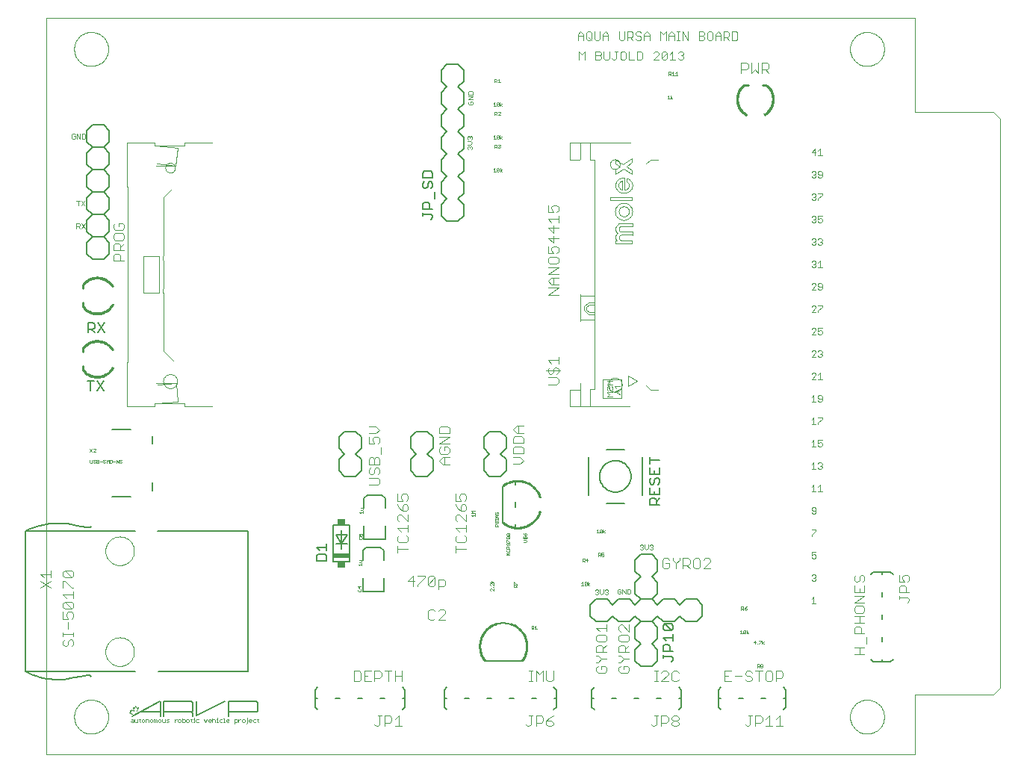
<source format=gto>
G75*
G70*
%OFA0B0*%
%FSLAX24Y24*%
%IPPOS*%
%LPD*%
%AMOC8*
5,1,8,0,0,1.08239X$1,22.5*
%
%ADD10C,0.0000*%
%ADD11C,0.0030*%
%ADD12C,0.0020*%
%ADD13C,0.0040*%
%ADD14C,0.0080*%
%ADD15C,0.0050*%
%ADD16C,0.0010*%
%ADD17C,0.0100*%
%ADD18C,0.0060*%
%ADD19R,0.0736X0.0200*%
%ADD20R,0.0335X0.0250*%
D10*
X001079Y000117D02*
X001079Y032986D01*
X039844Y032986D01*
X039844Y029796D01*
X039844Y028796D01*
X043344Y028796D01*
X043644Y028496D01*
X043644Y003096D01*
X043344Y002796D01*
X039844Y002796D01*
X039844Y001796D01*
X039844Y001816D02*
X039844Y000108D01*
X001079Y000117D01*
X002334Y001796D02*
X002336Y001851D01*
X002342Y001905D01*
X002352Y001959D01*
X002365Y002013D01*
X002383Y002065D01*
X002404Y002115D01*
X002429Y002164D01*
X002457Y002211D01*
X002489Y002256D01*
X002524Y002298D01*
X002561Y002338D01*
X002602Y002375D01*
X002645Y002409D01*
X002690Y002440D01*
X002738Y002467D01*
X002787Y002491D01*
X002838Y002512D01*
X002891Y002528D01*
X002944Y002541D01*
X002998Y002550D01*
X003053Y002555D01*
X003108Y002556D01*
X003163Y002553D01*
X003217Y002546D01*
X003271Y002535D01*
X003324Y002520D01*
X003375Y002502D01*
X003426Y002480D01*
X003474Y002454D01*
X003521Y002425D01*
X003565Y002393D01*
X003607Y002357D01*
X003646Y002319D01*
X003682Y002277D01*
X003715Y002234D01*
X003745Y002188D01*
X003772Y002140D01*
X003795Y002090D01*
X003814Y002039D01*
X003830Y001986D01*
X003842Y001932D01*
X003850Y001878D01*
X003854Y001823D01*
X003854Y001769D01*
X003850Y001714D01*
X003842Y001660D01*
X003830Y001606D01*
X003814Y001553D01*
X003795Y001502D01*
X003772Y001452D01*
X003745Y001404D01*
X003715Y001358D01*
X003682Y001315D01*
X003646Y001273D01*
X003607Y001235D01*
X003565Y001199D01*
X003521Y001167D01*
X003474Y001138D01*
X003426Y001112D01*
X003375Y001090D01*
X003324Y001072D01*
X003271Y001057D01*
X003217Y001046D01*
X003163Y001039D01*
X003108Y001036D01*
X003053Y001037D01*
X002998Y001042D01*
X002944Y001051D01*
X002891Y001064D01*
X002838Y001080D01*
X002787Y001101D01*
X002738Y001125D01*
X002690Y001152D01*
X002645Y001183D01*
X002602Y001217D01*
X002561Y001254D01*
X002524Y001294D01*
X002489Y001336D01*
X002457Y001381D01*
X002429Y001428D01*
X002404Y001477D01*
X002383Y001527D01*
X002365Y001579D01*
X002352Y001633D01*
X002342Y001687D01*
X002336Y001741D01*
X002334Y001796D01*
X003724Y004696D02*
X003726Y004746D01*
X003732Y004796D01*
X003742Y004845D01*
X003755Y004894D01*
X003773Y004941D01*
X003794Y004987D01*
X003818Y005030D01*
X003846Y005072D01*
X003877Y005112D01*
X003911Y005149D01*
X003948Y005183D01*
X003988Y005214D01*
X004030Y005242D01*
X004073Y005266D01*
X004119Y005287D01*
X004166Y005305D01*
X004215Y005318D01*
X004264Y005328D01*
X004314Y005334D01*
X004364Y005336D01*
X004414Y005334D01*
X004464Y005328D01*
X004513Y005318D01*
X004562Y005305D01*
X004609Y005287D01*
X004655Y005266D01*
X004698Y005242D01*
X004740Y005214D01*
X004780Y005183D01*
X004817Y005149D01*
X004851Y005112D01*
X004882Y005072D01*
X004910Y005030D01*
X004934Y004987D01*
X004955Y004941D01*
X004973Y004894D01*
X004986Y004845D01*
X004996Y004796D01*
X005002Y004746D01*
X005004Y004696D01*
X005002Y004646D01*
X004996Y004596D01*
X004986Y004547D01*
X004973Y004498D01*
X004955Y004451D01*
X004934Y004405D01*
X004910Y004362D01*
X004882Y004320D01*
X004851Y004280D01*
X004817Y004243D01*
X004780Y004209D01*
X004740Y004178D01*
X004698Y004150D01*
X004655Y004126D01*
X004609Y004105D01*
X004562Y004087D01*
X004513Y004074D01*
X004464Y004064D01*
X004414Y004058D01*
X004364Y004056D01*
X004314Y004058D01*
X004264Y004064D01*
X004215Y004074D01*
X004166Y004087D01*
X004119Y004105D01*
X004073Y004126D01*
X004030Y004150D01*
X003988Y004178D01*
X003948Y004209D01*
X003911Y004243D01*
X003877Y004280D01*
X003846Y004320D01*
X003818Y004362D01*
X003794Y004405D01*
X003773Y004451D01*
X003755Y004498D01*
X003742Y004547D01*
X003732Y004596D01*
X003726Y004646D01*
X003724Y004696D01*
X003724Y009196D02*
X003726Y009246D01*
X003732Y009296D01*
X003742Y009345D01*
X003755Y009394D01*
X003773Y009441D01*
X003794Y009487D01*
X003818Y009530D01*
X003846Y009572D01*
X003877Y009612D01*
X003911Y009649D01*
X003948Y009683D01*
X003988Y009714D01*
X004030Y009742D01*
X004073Y009766D01*
X004119Y009787D01*
X004166Y009805D01*
X004215Y009818D01*
X004264Y009828D01*
X004314Y009834D01*
X004364Y009836D01*
X004414Y009834D01*
X004464Y009828D01*
X004513Y009818D01*
X004562Y009805D01*
X004609Y009787D01*
X004655Y009766D01*
X004698Y009742D01*
X004740Y009714D01*
X004780Y009683D01*
X004817Y009649D01*
X004851Y009612D01*
X004882Y009572D01*
X004910Y009530D01*
X004934Y009487D01*
X004955Y009441D01*
X004973Y009394D01*
X004986Y009345D01*
X004996Y009296D01*
X005002Y009246D01*
X005004Y009196D01*
X005002Y009146D01*
X004996Y009096D01*
X004986Y009047D01*
X004973Y008998D01*
X004955Y008951D01*
X004934Y008905D01*
X004910Y008862D01*
X004882Y008820D01*
X004851Y008780D01*
X004817Y008743D01*
X004780Y008709D01*
X004740Y008678D01*
X004698Y008650D01*
X004655Y008626D01*
X004609Y008605D01*
X004562Y008587D01*
X004513Y008574D01*
X004464Y008564D01*
X004414Y008558D01*
X004364Y008556D01*
X004314Y008558D01*
X004264Y008564D01*
X004215Y008574D01*
X004166Y008587D01*
X004119Y008605D01*
X004073Y008626D01*
X004030Y008650D01*
X003988Y008678D01*
X003948Y008709D01*
X003911Y008743D01*
X003877Y008780D01*
X003846Y008820D01*
X003818Y008862D01*
X003794Y008905D01*
X003773Y008951D01*
X003755Y008998D01*
X003742Y009047D01*
X003732Y009096D01*
X003726Y009146D01*
X003724Y009196D01*
X006304Y016772D02*
X006306Y016807D01*
X006312Y016842D01*
X006322Y016876D01*
X006335Y016909D01*
X006352Y016940D01*
X006373Y016968D01*
X006396Y016995D01*
X006423Y017018D01*
X006451Y017039D01*
X006482Y017056D01*
X006515Y017069D01*
X006549Y017079D01*
X006584Y017085D01*
X006619Y017087D01*
X006654Y017085D01*
X006689Y017079D01*
X006723Y017069D01*
X006756Y017056D01*
X006787Y017039D01*
X006815Y017018D01*
X006842Y016995D01*
X006865Y016968D01*
X006886Y016940D01*
X006903Y016909D01*
X006916Y016876D01*
X006926Y016842D01*
X006932Y016807D01*
X006934Y016772D01*
X006932Y016737D01*
X006926Y016702D01*
X006916Y016668D01*
X006903Y016635D01*
X006886Y016604D01*
X006865Y016576D01*
X006842Y016549D01*
X006815Y016526D01*
X006787Y016505D01*
X006756Y016488D01*
X006723Y016475D01*
X006689Y016465D01*
X006654Y016459D01*
X006619Y016457D01*
X006584Y016459D01*
X006549Y016465D01*
X006515Y016475D01*
X006482Y016488D01*
X006451Y016505D01*
X006423Y016526D01*
X006396Y016549D01*
X006373Y016576D01*
X006352Y016604D01*
X006335Y016635D01*
X006322Y016668D01*
X006312Y016702D01*
X006306Y016737D01*
X006304Y016772D01*
X006402Y026299D02*
X006404Y026328D01*
X006410Y026356D01*
X006419Y026384D01*
X006432Y026410D01*
X006449Y026433D01*
X006468Y026455D01*
X006490Y026474D01*
X006515Y026489D01*
X006541Y026502D01*
X006569Y026510D01*
X006597Y026515D01*
X006626Y026516D01*
X006655Y026513D01*
X006683Y026506D01*
X006710Y026496D01*
X006736Y026482D01*
X006759Y026465D01*
X006780Y026445D01*
X006798Y026422D01*
X006813Y026397D01*
X006824Y026370D01*
X006832Y026342D01*
X006836Y026313D01*
X006836Y026285D01*
X006832Y026256D01*
X006824Y026228D01*
X006813Y026201D01*
X006798Y026176D01*
X006780Y026153D01*
X006759Y026133D01*
X006736Y026116D01*
X006710Y026102D01*
X006683Y026092D01*
X006655Y026085D01*
X006626Y026082D01*
X006597Y026083D01*
X006569Y026088D01*
X006541Y026096D01*
X006515Y026109D01*
X006490Y026124D01*
X006468Y026143D01*
X006449Y026165D01*
X006432Y026188D01*
X006419Y026214D01*
X006410Y026242D01*
X006404Y026270D01*
X006402Y026299D01*
X002334Y031596D02*
X002336Y031651D01*
X002342Y031705D01*
X002352Y031759D01*
X002365Y031813D01*
X002383Y031865D01*
X002404Y031915D01*
X002429Y031964D01*
X002457Y032011D01*
X002489Y032056D01*
X002524Y032098D01*
X002561Y032138D01*
X002602Y032175D01*
X002645Y032209D01*
X002690Y032240D01*
X002738Y032267D01*
X002787Y032291D01*
X002838Y032312D01*
X002891Y032328D01*
X002944Y032341D01*
X002998Y032350D01*
X003053Y032355D01*
X003108Y032356D01*
X003163Y032353D01*
X003217Y032346D01*
X003271Y032335D01*
X003324Y032320D01*
X003375Y032302D01*
X003426Y032280D01*
X003474Y032254D01*
X003521Y032225D01*
X003565Y032193D01*
X003607Y032157D01*
X003646Y032119D01*
X003682Y032077D01*
X003715Y032034D01*
X003745Y031988D01*
X003772Y031940D01*
X003795Y031890D01*
X003814Y031839D01*
X003830Y031786D01*
X003842Y031732D01*
X003850Y031678D01*
X003854Y031623D01*
X003854Y031569D01*
X003850Y031514D01*
X003842Y031460D01*
X003830Y031406D01*
X003814Y031353D01*
X003795Y031302D01*
X003772Y031252D01*
X003745Y031204D01*
X003715Y031158D01*
X003682Y031115D01*
X003646Y031073D01*
X003607Y031035D01*
X003565Y030999D01*
X003521Y030967D01*
X003474Y030938D01*
X003426Y030912D01*
X003375Y030890D01*
X003324Y030872D01*
X003271Y030857D01*
X003217Y030846D01*
X003163Y030839D01*
X003108Y030836D01*
X003053Y030837D01*
X002998Y030842D01*
X002944Y030851D01*
X002891Y030864D01*
X002838Y030880D01*
X002787Y030901D01*
X002738Y030925D01*
X002690Y030952D01*
X002645Y030983D01*
X002602Y031017D01*
X002561Y031054D01*
X002524Y031094D01*
X002489Y031136D01*
X002457Y031181D01*
X002429Y031228D01*
X002404Y031277D01*
X002383Y031327D01*
X002365Y031379D01*
X002352Y031433D01*
X002342Y031487D01*
X002336Y031541D01*
X002334Y031596D01*
X026245Y026457D02*
X026247Y026486D01*
X026253Y026514D01*
X026262Y026542D01*
X026275Y026568D01*
X026292Y026591D01*
X026311Y026613D01*
X026333Y026632D01*
X026358Y026647D01*
X026384Y026660D01*
X026412Y026668D01*
X026440Y026673D01*
X026469Y026674D01*
X026498Y026671D01*
X026526Y026664D01*
X026553Y026654D01*
X026579Y026640D01*
X026602Y026623D01*
X026623Y026603D01*
X026641Y026580D01*
X026656Y026555D01*
X026667Y026528D01*
X026675Y026500D01*
X026679Y026471D01*
X026679Y026443D01*
X026675Y026414D01*
X026667Y026386D01*
X026656Y026359D01*
X026641Y026334D01*
X026623Y026311D01*
X026602Y026291D01*
X026579Y026274D01*
X026553Y026260D01*
X026526Y026250D01*
X026498Y026243D01*
X026469Y026240D01*
X026440Y026241D01*
X026412Y026246D01*
X026384Y026254D01*
X026358Y026267D01*
X026333Y026282D01*
X026311Y026301D01*
X026292Y026323D01*
X026275Y026346D01*
X026262Y026372D01*
X026253Y026400D01*
X026247Y026428D01*
X026245Y026457D01*
X036964Y031596D02*
X036966Y031651D01*
X036972Y031705D01*
X036982Y031759D01*
X036995Y031813D01*
X037013Y031865D01*
X037034Y031915D01*
X037059Y031964D01*
X037087Y032011D01*
X037119Y032056D01*
X037154Y032098D01*
X037191Y032138D01*
X037232Y032175D01*
X037275Y032209D01*
X037320Y032240D01*
X037368Y032267D01*
X037417Y032291D01*
X037468Y032312D01*
X037521Y032328D01*
X037574Y032341D01*
X037628Y032350D01*
X037683Y032355D01*
X037738Y032356D01*
X037793Y032353D01*
X037847Y032346D01*
X037901Y032335D01*
X037954Y032320D01*
X038005Y032302D01*
X038056Y032280D01*
X038104Y032254D01*
X038151Y032225D01*
X038195Y032193D01*
X038237Y032157D01*
X038276Y032119D01*
X038312Y032077D01*
X038345Y032034D01*
X038375Y031988D01*
X038402Y031940D01*
X038425Y031890D01*
X038444Y031839D01*
X038460Y031786D01*
X038472Y031732D01*
X038480Y031678D01*
X038484Y031623D01*
X038484Y031569D01*
X038480Y031514D01*
X038472Y031460D01*
X038460Y031406D01*
X038444Y031353D01*
X038425Y031302D01*
X038402Y031252D01*
X038375Y031204D01*
X038345Y031158D01*
X038312Y031115D01*
X038276Y031073D01*
X038237Y031035D01*
X038195Y030999D01*
X038151Y030967D01*
X038104Y030938D01*
X038056Y030912D01*
X038005Y030890D01*
X037954Y030872D01*
X037901Y030857D01*
X037847Y030846D01*
X037793Y030839D01*
X037738Y030836D01*
X037683Y030837D01*
X037628Y030842D01*
X037574Y030851D01*
X037521Y030864D01*
X037468Y030880D01*
X037417Y030901D01*
X037368Y030925D01*
X037320Y030952D01*
X037275Y030983D01*
X037232Y031017D01*
X037191Y031054D01*
X037154Y031094D01*
X037119Y031136D01*
X037087Y031181D01*
X037059Y031228D01*
X037034Y031277D01*
X037013Y031327D01*
X036995Y031379D01*
X036982Y031433D01*
X036972Y031487D01*
X036966Y031541D01*
X036964Y031596D01*
X026147Y016614D02*
X026149Y016649D01*
X026155Y016684D01*
X026165Y016718D01*
X026178Y016751D01*
X026195Y016782D01*
X026216Y016810D01*
X026239Y016837D01*
X026266Y016860D01*
X026294Y016881D01*
X026325Y016898D01*
X026358Y016911D01*
X026392Y016921D01*
X026427Y016927D01*
X026462Y016929D01*
X026497Y016927D01*
X026532Y016921D01*
X026566Y016911D01*
X026599Y016898D01*
X026630Y016881D01*
X026658Y016860D01*
X026685Y016837D01*
X026708Y016810D01*
X026729Y016782D01*
X026746Y016751D01*
X026759Y016718D01*
X026769Y016684D01*
X026775Y016649D01*
X026777Y016614D01*
X026775Y016579D01*
X026769Y016544D01*
X026759Y016510D01*
X026746Y016477D01*
X026729Y016446D01*
X026708Y016418D01*
X026685Y016391D01*
X026658Y016368D01*
X026630Y016347D01*
X026599Y016330D01*
X026566Y016317D01*
X026532Y016307D01*
X026497Y016301D01*
X026462Y016299D01*
X026427Y016301D01*
X026392Y016307D01*
X026358Y016317D01*
X026325Y016330D01*
X026294Y016347D01*
X026266Y016368D01*
X026239Y016391D01*
X026216Y016418D01*
X026195Y016446D01*
X026178Y016477D01*
X026165Y016510D01*
X026155Y016544D01*
X026149Y016579D01*
X026147Y016614D01*
X036964Y001796D02*
X036966Y001851D01*
X036972Y001905D01*
X036982Y001959D01*
X036995Y002013D01*
X037013Y002065D01*
X037034Y002115D01*
X037059Y002164D01*
X037087Y002211D01*
X037119Y002256D01*
X037154Y002298D01*
X037191Y002338D01*
X037232Y002375D01*
X037275Y002409D01*
X037320Y002440D01*
X037368Y002467D01*
X037417Y002491D01*
X037468Y002512D01*
X037521Y002528D01*
X037574Y002541D01*
X037628Y002550D01*
X037683Y002555D01*
X037738Y002556D01*
X037793Y002553D01*
X037847Y002546D01*
X037901Y002535D01*
X037954Y002520D01*
X038005Y002502D01*
X038056Y002480D01*
X038104Y002454D01*
X038151Y002425D01*
X038195Y002393D01*
X038237Y002357D01*
X038276Y002319D01*
X038312Y002277D01*
X038345Y002234D01*
X038375Y002188D01*
X038402Y002140D01*
X038425Y002090D01*
X038444Y002039D01*
X038460Y001986D01*
X038472Y001932D01*
X038480Y001878D01*
X038484Y001823D01*
X038484Y001769D01*
X038480Y001714D01*
X038472Y001660D01*
X038460Y001606D01*
X038444Y001553D01*
X038425Y001502D01*
X038402Y001452D01*
X038375Y001404D01*
X038345Y001358D01*
X038312Y001315D01*
X038276Y001273D01*
X038237Y001235D01*
X038195Y001199D01*
X038151Y001167D01*
X038104Y001138D01*
X038056Y001112D01*
X038005Y001090D01*
X037954Y001072D01*
X037901Y001057D01*
X037847Y001046D01*
X037793Y001039D01*
X037738Y001036D01*
X037683Y001037D01*
X037628Y001042D01*
X037574Y001051D01*
X037521Y001064D01*
X037468Y001080D01*
X037417Y001101D01*
X037368Y001125D01*
X037320Y001152D01*
X037275Y001183D01*
X037232Y001217D01*
X037191Y001254D01*
X037154Y001294D01*
X037119Y001336D01*
X037087Y001381D01*
X037059Y001428D01*
X037034Y001477D01*
X037013Y001527D01*
X036995Y001579D01*
X036982Y001633D01*
X036972Y001687D01*
X036966Y001741D01*
X036964Y001796D01*
D11*
X029469Y031118D02*
X029346Y031118D01*
X029284Y031179D01*
X029163Y031118D02*
X028916Y031118D01*
X029039Y031118D02*
X029039Y031488D01*
X028916Y031364D01*
X028794Y031426D02*
X028548Y031179D01*
X028609Y031118D01*
X028733Y031118D01*
X028794Y031179D01*
X028794Y031426D01*
X028733Y031488D01*
X028609Y031488D01*
X028548Y031426D01*
X028548Y031179D01*
X028426Y031118D02*
X028179Y031118D01*
X028426Y031364D01*
X028426Y031426D01*
X028364Y031488D01*
X028241Y031488D01*
X028179Y031426D01*
X027689Y031426D02*
X027628Y031488D01*
X027443Y031488D01*
X027443Y031118D01*
X027628Y031118D01*
X027689Y031179D01*
X027689Y031426D01*
X027321Y031118D02*
X027074Y031118D01*
X027074Y031488D01*
X026953Y031426D02*
X026891Y031488D01*
X026768Y031488D01*
X026706Y031426D01*
X026706Y031179D01*
X026768Y031118D01*
X026891Y031118D01*
X026953Y031179D01*
X026953Y031426D01*
X026585Y031488D02*
X026461Y031488D01*
X026523Y031488D02*
X026523Y031179D01*
X026461Y031118D01*
X026399Y031118D01*
X026338Y031179D01*
X026216Y031179D02*
X026216Y031488D01*
X025969Y031488D02*
X025969Y031179D01*
X026031Y031118D01*
X026155Y031118D01*
X026216Y031179D01*
X025848Y031179D02*
X025786Y031118D01*
X025601Y031118D01*
X025601Y031488D01*
X025786Y031488D01*
X025848Y031426D01*
X025848Y031364D01*
X025786Y031303D01*
X025601Y031303D01*
X025786Y031303D02*
X025848Y031241D01*
X025848Y031179D01*
X025111Y031118D02*
X025111Y031488D01*
X024988Y031364D01*
X024864Y031488D01*
X024864Y031118D01*
X024813Y032001D02*
X024813Y032248D01*
X024936Y032371D01*
X025059Y032248D01*
X025059Y032001D01*
X025181Y032063D02*
X025181Y032310D01*
X025243Y032371D01*
X025366Y032371D01*
X025428Y032310D01*
X025428Y032063D01*
X025366Y032001D01*
X025243Y032001D01*
X025181Y032063D01*
X025304Y032124D02*
X025428Y032001D01*
X025549Y032063D02*
X025611Y032001D01*
X025734Y032001D01*
X025796Y032063D01*
X025796Y032371D01*
X025917Y032248D02*
X026041Y032371D01*
X026164Y032248D01*
X026164Y032001D01*
X026164Y032186D02*
X025917Y032186D01*
X025917Y032248D02*
X025917Y032001D01*
X025549Y032063D02*
X025549Y032371D01*
X025059Y032186D02*
X024813Y032186D01*
X026654Y032063D02*
X026716Y032001D01*
X026839Y032001D01*
X026901Y032063D01*
X026901Y032371D01*
X027022Y032371D02*
X027022Y032001D01*
X027022Y032124D02*
X027208Y032124D01*
X027269Y032186D01*
X027269Y032310D01*
X027208Y032371D01*
X027022Y032371D01*
X027146Y032124D02*
X027269Y032001D01*
X027391Y032063D02*
X027452Y032001D01*
X027576Y032001D01*
X027638Y032063D01*
X027638Y032124D01*
X027576Y032186D01*
X027452Y032186D01*
X027391Y032248D01*
X027391Y032310D01*
X027452Y032371D01*
X027576Y032371D01*
X027638Y032310D01*
X027759Y032248D02*
X027882Y032371D01*
X028006Y032248D01*
X028006Y032001D01*
X028006Y032186D02*
X027759Y032186D01*
X027759Y032248D02*
X027759Y032001D01*
X028496Y032001D02*
X028496Y032371D01*
X028619Y032248D01*
X028742Y032371D01*
X028742Y032001D01*
X028864Y032001D02*
X028864Y032248D01*
X028987Y032371D01*
X029111Y032248D01*
X029111Y032001D01*
X029232Y032001D02*
X029356Y032001D01*
X029294Y032001D02*
X029294Y032371D01*
X029232Y032371D02*
X029356Y032371D01*
X029478Y032371D02*
X029725Y032001D01*
X029725Y032371D01*
X029478Y032371D02*
X029478Y032001D01*
X029111Y032186D02*
X028864Y032186D01*
X029346Y031488D02*
X029469Y031488D01*
X029531Y031426D01*
X029531Y031364D01*
X029469Y031303D01*
X029531Y031241D01*
X029531Y031179D01*
X029469Y031118D01*
X029469Y031303D02*
X029408Y031303D01*
X029284Y031426D02*
X029346Y031488D01*
X030214Y032001D02*
X030214Y032371D01*
X030400Y032371D01*
X030461Y032310D01*
X030461Y032248D01*
X030400Y032186D01*
X030214Y032186D01*
X030214Y032001D02*
X030400Y032001D01*
X030461Y032063D01*
X030461Y032124D01*
X030400Y032186D01*
X030583Y032063D02*
X030583Y032310D01*
X030644Y032371D01*
X030768Y032371D01*
X030830Y032310D01*
X030830Y032063D01*
X030768Y032001D01*
X030644Y032001D01*
X030583Y032063D01*
X030951Y032001D02*
X030951Y032248D01*
X031074Y032371D01*
X031198Y032248D01*
X031198Y032001D01*
X031319Y032001D02*
X031319Y032371D01*
X031504Y032371D01*
X031566Y032310D01*
X031566Y032186D01*
X031504Y032124D01*
X031319Y032124D01*
X031443Y032124D02*
X031566Y032001D01*
X031688Y032001D02*
X031873Y032001D01*
X031934Y032063D01*
X031934Y032310D01*
X031873Y032371D01*
X031688Y032371D01*
X031688Y032001D01*
X031198Y032186D02*
X030951Y032186D01*
X026654Y032063D02*
X026654Y032371D01*
D12*
X020135Y029670D02*
X020098Y029707D01*
X019951Y029707D01*
X019915Y029670D01*
X019915Y029560D01*
X020135Y029560D01*
X020135Y029670D01*
X020135Y029486D02*
X019915Y029486D01*
X019915Y029339D02*
X020135Y029486D01*
X020135Y029339D02*
X019915Y029339D01*
X019951Y029265D02*
X019915Y029228D01*
X019915Y029155D01*
X019951Y029118D01*
X020098Y029118D01*
X020135Y029155D01*
X020135Y029228D01*
X020098Y029265D01*
X020025Y029265D01*
X020025Y029191D01*
X020027Y027703D02*
X020064Y027703D01*
X020101Y027666D01*
X020101Y027592D01*
X020064Y027556D01*
X020027Y027482D02*
X019881Y027482D01*
X019917Y027556D02*
X019881Y027592D01*
X019881Y027666D01*
X019917Y027703D01*
X019954Y027703D01*
X019991Y027666D01*
X020027Y027703D01*
X019991Y027666D02*
X019991Y027629D01*
X020027Y027482D02*
X020101Y027408D01*
X020027Y027335D01*
X019881Y027335D01*
X019917Y027261D02*
X019954Y027261D01*
X019991Y027224D01*
X020027Y027261D01*
X020064Y027261D01*
X020101Y027224D01*
X020101Y027150D01*
X020064Y027114D01*
X019991Y027187D02*
X019991Y027224D01*
X019917Y027261D02*
X019881Y027224D01*
X019881Y027150D01*
X019917Y027114D01*
X035244Y026996D02*
X035431Y026996D01*
X035521Y027043D02*
X035614Y027136D01*
X035614Y026856D01*
X035521Y026856D02*
X035707Y026856D01*
X035385Y026856D02*
X035385Y027136D01*
X035244Y026996D01*
X035291Y026136D02*
X035385Y026136D01*
X035431Y026090D01*
X035431Y026043D01*
X035385Y025996D01*
X035431Y025950D01*
X035431Y025903D01*
X035385Y025856D01*
X035291Y025856D01*
X035244Y025903D01*
X035338Y025996D02*
X035385Y025996D01*
X035521Y026043D02*
X035567Y025996D01*
X035707Y025996D01*
X035707Y025903D02*
X035707Y026090D01*
X035661Y026136D01*
X035567Y026136D01*
X035521Y026090D01*
X035521Y026043D01*
X035521Y025903D02*
X035567Y025856D01*
X035661Y025856D01*
X035707Y025903D01*
X035291Y026136D02*
X035244Y026090D01*
X035291Y025136D02*
X035385Y025136D01*
X035431Y025090D01*
X035431Y025043D01*
X035385Y024996D01*
X035431Y024950D01*
X035431Y024903D01*
X035385Y024856D01*
X035291Y024856D01*
X035244Y024903D01*
X035338Y024996D02*
X035385Y024996D01*
X035521Y024903D02*
X035521Y024856D01*
X035521Y024903D02*
X035707Y025090D01*
X035707Y025136D01*
X035521Y025136D01*
X035291Y025136D02*
X035244Y025090D01*
X035291Y024136D02*
X035385Y024136D01*
X035431Y024090D01*
X035431Y024043D01*
X035385Y023996D01*
X035431Y023950D01*
X035431Y023903D01*
X035385Y023856D01*
X035291Y023856D01*
X035244Y023903D01*
X035338Y023996D02*
X035385Y023996D01*
X035521Y023996D02*
X035614Y024043D01*
X035661Y024043D01*
X035707Y023996D01*
X035707Y023903D01*
X035661Y023856D01*
X035567Y023856D01*
X035521Y023903D01*
X035521Y023996D02*
X035521Y024136D01*
X035707Y024136D01*
X035291Y024136D02*
X035244Y024090D01*
X035291Y023136D02*
X035385Y023136D01*
X035431Y023090D01*
X035431Y023043D01*
X035385Y022996D01*
X035431Y022950D01*
X035431Y022903D01*
X035385Y022856D01*
X035291Y022856D01*
X035244Y022903D01*
X035338Y022996D02*
X035385Y022996D01*
X035521Y022903D02*
X035567Y022856D01*
X035661Y022856D01*
X035707Y022903D01*
X035707Y022950D01*
X035661Y022996D01*
X035614Y022996D01*
X035661Y022996D02*
X035707Y023043D01*
X035707Y023090D01*
X035661Y023136D01*
X035567Y023136D01*
X035521Y023090D01*
X035291Y023136D02*
X035244Y023090D01*
X035291Y022136D02*
X035385Y022136D01*
X035431Y022090D01*
X035431Y022043D01*
X035385Y021996D01*
X035431Y021950D01*
X035431Y021903D01*
X035385Y021856D01*
X035291Y021856D01*
X035244Y021903D01*
X035338Y021996D02*
X035385Y021996D01*
X035521Y022043D02*
X035614Y022136D01*
X035614Y021856D01*
X035521Y021856D02*
X035707Y021856D01*
X035291Y022136D02*
X035244Y022090D01*
X035291Y021136D02*
X035244Y021090D01*
X035291Y021136D02*
X035385Y021136D01*
X035431Y021090D01*
X035431Y021043D01*
X035244Y020856D01*
X035431Y020856D01*
X035521Y020903D02*
X035567Y020856D01*
X035661Y020856D01*
X035707Y020903D01*
X035707Y021090D01*
X035661Y021136D01*
X035567Y021136D01*
X035521Y021090D01*
X035521Y021043D01*
X035567Y020996D01*
X035707Y020996D01*
X035707Y020136D02*
X035521Y020136D01*
X035431Y020090D02*
X035385Y020136D01*
X035291Y020136D01*
X035244Y020090D01*
X035431Y020090D02*
X035431Y020043D01*
X035244Y019856D01*
X035431Y019856D01*
X035521Y019856D02*
X035521Y019903D01*
X035707Y020090D01*
X035707Y020136D01*
X035707Y019136D02*
X035521Y019136D01*
X035521Y018996D01*
X035614Y019043D01*
X035661Y019043D01*
X035707Y018996D01*
X035707Y018903D01*
X035661Y018856D01*
X035567Y018856D01*
X035521Y018903D01*
X035431Y018856D02*
X035244Y018856D01*
X035431Y019043D01*
X035431Y019090D01*
X035385Y019136D01*
X035291Y019136D01*
X035244Y019090D01*
X035291Y018136D02*
X035244Y018090D01*
X035291Y018136D02*
X035385Y018136D01*
X035431Y018090D01*
X035431Y018043D01*
X035244Y017856D01*
X035431Y017856D01*
X035521Y017903D02*
X035567Y017856D01*
X035661Y017856D01*
X035707Y017903D01*
X035707Y017950D01*
X035661Y017996D01*
X035614Y017996D01*
X035661Y017996D02*
X035707Y018043D01*
X035707Y018090D01*
X035661Y018136D01*
X035567Y018136D01*
X035521Y018090D01*
X035614Y017136D02*
X035521Y017043D01*
X035431Y017043D02*
X035431Y017090D01*
X035385Y017136D01*
X035291Y017136D01*
X035244Y017090D01*
X035431Y017043D02*
X035244Y016856D01*
X035431Y016856D01*
X035521Y016856D02*
X035707Y016856D01*
X035614Y016856D02*
X035614Y017136D01*
X035567Y016136D02*
X035521Y016090D01*
X035521Y016043D01*
X035567Y015996D01*
X035707Y015996D01*
X035707Y015903D02*
X035707Y016090D01*
X035661Y016136D01*
X035567Y016136D01*
X035338Y016136D02*
X035338Y015856D01*
X035431Y015856D02*
X035244Y015856D01*
X035244Y016043D02*
X035338Y016136D01*
X035521Y015903D02*
X035567Y015856D01*
X035661Y015856D01*
X035707Y015903D01*
X035707Y015136D02*
X035521Y015136D01*
X035338Y015136D02*
X035338Y014856D01*
X035431Y014856D02*
X035244Y014856D01*
X035244Y015043D02*
X035338Y015136D01*
X035521Y014903D02*
X035521Y014856D01*
X035521Y014903D02*
X035707Y015090D01*
X035707Y015136D01*
X035707Y014136D02*
X035521Y014136D01*
X035521Y013996D01*
X035614Y014043D01*
X035661Y014043D01*
X035707Y013996D01*
X035707Y013903D01*
X035661Y013856D01*
X035567Y013856D01*
X035521Y013903D01*
X035431Y013856D02*
X035244Y013856D01*
X035338Y013856D02*
X035338Y014136D01*
X035244Y014043D01*
X035338Y013136D02*
X035338Y012856D01*
X035431Y012856D02*
X035244Y012856D01*
X035244Y013043D02*
X035338Y013136D01*
X035521Y013090D02*
X035567Y013136D01*
X035661Y013136D01*
X035707Y013090D01*
X035707Y013043D01*
X035661Y012996D01*
X035707Y012950D01*
X035707Y012903D01*
X035661Y012856D01*
X035567Y012856D01*
X035521Y012903D01*
X035614Y012996D02*
X035661Y012996D01*
X035614Y012136D02*
X035521Y012043D01*
X035614Y012136D02*
X035614Y011856D01*
X035521Y011856D02*
X035707Y011856D01*
X035431Y011856D02*
X035244Y011856D01*
X035338Y011856D02*
X035338Y012136D01*
X035244Y012043D01*
X035291Y011136D02*
X035244Y011090D01*
X035244Y011043D01*
X035291Y010996D01*
X035431Y010996D01*
X035431Y010903D02*
X035431Y011090D01*
X035385Y011136D01*
X035291Y011136D01*
X035244Y010903D02*
X035291Y010856D01*
X035385Y010856D01*
X035431Y010903D01*
X035431Y010136D02*
X035431Y010090D01*
X035244Y009903D01*
X035244Y009856D01*
X035244Y010136D02*
X035431Y010136D01*
X035431Y009136D02*
X035244Y009136D01*
X035244Y008996D01*
X035338Y009043D01*
X035385Y009043D01*
X035431Y008996D01*
X035431Y008903D01*
X035385Y008856D01*
X035291Y008856D01*
X035244Y008903D01*
X035291Y008136D02*
X035385Y008136D01*
X035431Y008090D01*
X035431Y008043D01*
X035385Y007996D01*
X035431Y007950D01*
X035431Y007903D01*
X035385Y007856D01*
X035291Y007856D01*
X035244Y007903D01*
X035338Y007996D02*
X035385Y007996D01*
X035291Y008136D02*
X035244Y008090D01*
X035338Y007136D02*
X035338Y006856D01*
X035431Y006856D02*
X035244Y006856D01*
X035244Y007043D02*
X035338Y007136D01*
X028162Y009289D02*
X028125Y009252D01*
X028051Y009252D01*
X028015Y009289D01*
X027941Y009325D02*
X027941Y009472D01*
X028015Y009435D02*
X028051Y009472D01*
X028125Y009472D01*
X028162Y009435D01*
X028162Y009399D01*
X028125Y009362D01*
X028162Y009325D01*
X028162Y009289D01*
X028125Y009362D02*
X028088Y009362D01*
X027941Y009325D02*
X027867Y009252D01*
X027794Y009325D01*
X027794Y009472D01*
X027720Y009435D02*
X027720Y009399D01*
X027683Y009362D01*
X027720Y009325D01*
X027720Y009289D01*
X027683Y009252D01*
X027610Y009252D01*
X027573Y009289D01*
X027646Y009362D02*
X027683Y009362D01*
X027720Y009435D02*
X027683Y009472D01*
X027610Y009472D01*
X027573Y009435D01*
X027128Y007494D02*
X027018Y007494D01*
X027018Y007274D01*
X027128Y007274D01*
X027165Y007310D01*
X027165Y007457D01*
X027128Y007494D01*
X026944Y007494D02*
X026944Y007274D01*
X026797Y007494D01*
X026797Y007274D01*
X026723Y007310D02*
X026686Y007274D01*
X026613Y007274D01*
X026576Y007310D01*
X026576Y007457D01*
X026613Y007494D01*
X026686Y007494D01*
X026723Y007457D01*
X026723Y007384D02*
X026649Y007384D01*
X026723Y007384D02*
X026723Y007310D01*
X026162Y007325D02*
X026162Y007289D01*
X026125Y007252D01*
X026051Y007252D01*
X026015Y007289D01*
X025941Y007325D02*
X025941Y007472D01*
X026015Y007435D02*
X026051Y007472D01*
X026125Y007472D01*
X026162Y007435D01*
X026162Y007399D01*
X026125Y007362D01*
X026162Y007325D01*
X026125Y007362D02*
X026088Y007362D01*
X025941Y007325D02*
X025867Y007252D01*
X025794Y007325D01*
X025794Y007472D01*
X025720Y007435D02*
X025720Y007399D01*
X025683Y007362D01*
X025720Y007325D01*
X025720Y007289D01*
X025683Y007252D01*
X025610Y007252D01*
X025573Y007289D01*
X025646Y007362D02*
X025683Y007362D01*
X025720Y007435D02*
X025683Y007472D01*
X025610Y007472D01*
X025573Y007435D01*
X022938Y005846D02*
X022938Y005706D01*
X022984Y005706D02*
X022891Y005706D01*
X022837Y005706D02*
X022790Y005753D01*
X022744Y005729D02*
X022767Y005706D01*
X022814Y005706D01*
X022837Y005729D01*
X022837Y005823D01*
X022814Y005846D01*
X022767Y005846D01*
X022744Y005823D01*
X022744Y005729D01*
X022891Y005799D02*
X022938Y005846D01*
X021768Y009006D02*
X021628Y009006D01*
X021675Y009053D01*
X021628Y009100D01*
X021768Y009100D01*
X021745Y009154D02*
X021768Y009177D01*
X021768Y009224D01*
X021745Y009247D01*
X021768Y009301D02*
X021628Y009301D01*
X021628Y009371D01*
X021651Y009394D01*
X021698Y009394D01*
X021721Y009371D01*
X021721Y009301D01*
X021651Y009247D02*
X021628Y009224D01*
X021628Y009177D01*
X021651Y009154D01*
X021745Y009154D01*
X021745Y009448D02*
X021768Y009472D01*
X021768Y009518D01*
X021745Y009542D01*
X021651Y009542D01*
X021628Y009518D01*
X021628Y009472D01*
X021651Y009448D01*
X021675Y009448D01*
X021698Y009472D01*
X021698Y009542D01*
X021745Y009596D02*
X021768Y009596D01*
X021745Y009596D02*
X021651Y009689D01*
X021628Y009689D01*
X021628Y009596D01*
X021651Y009743D02*
X021628Y009766D01*
X021628Y009813D01*
X021651Y009836D01*
X021745Y009743D01*
X021768Y009766D01*
X021768Y009813D01*
X021745Y009836D01*
X021651Y009836D01*
X021651Y009890D02*
X021628Y009914D01*
X021628Y009960D01*
X021651Y009984D01*
X021745Y009890D01*
X021768Y009914D01*
X021768Y009960D01*
X021745Y009984D01*
X021651Y009984D01*
X021651Y009890D02*
X021745Y009890D01*
X021745Y009743D02*
X021651Y009743D01*
X022355Y009790D02*
X022541Y009790D01*
X022518Y009813D02*
X022495Y009836D01*
X022471Y009836D01*
X022448Y009813D01*
X022448Y009766D01*
X022425Y009743D01*
X022401Y009743D01*
X022378Y009766D01*
X022378Y009813D01*
X022401Y009836D01*
X022448Y009890D02*
X022448Y009960D01*
X022471Y009984D01*
X022495Y009984D01*
X022518Y009960D01*
X022518Y009914D01*
X022495Y009890D01*
X022448Y009890D01*
X022401Y009937D01*
X022378Y009984D01*
X022518Y009813D02*
X022518Y009766D01*
X022495Y009743D01*
X022495Y009689D02*
X022378Y009689D01*
X022378Y009596D02*
X022495Y009596D01*
X022518Y009619D01*
X022518Y009666D01*
X022495Y009689D01*
X010559Y001670D02*
X010499Y001670D01*
X010529Y001700D02*
X010529Y001580D01*
X010559Y001550D01*
X010435Y001550D02*
X010345Y001550D01*
X010315Y001580D01*
X010315Y001640D01*
X010345Y001670D01*
X010435Y001670D01*
X010251Y001640D02*
X010221Y001670D01*
X010161Y001670D01*
X010131Y001640D01*
X010131Y001580D01*
X010161Y001550D01*
X010221Y001550D01*
X010251Y001610D02*
X010131Y001610D01*
X010068Y001670D02*
X010068Y001520D01*
X010038Y001490D01*
X010008Y001490D01*
X009944Y001580D02*
X009944Y001640D01*
X009914Y001670D01*
X009854Y001670D01*
X009824Y001640D01*
X009824Y001580D01*
X009854Y001550D01*
X009914Y001550D01*
X009944Y001580D01*
X010068Y001730D02*
X010068Y001760D01*
X010251Y001640D02*
X010251Y001610D01*
X009761Y001670D02*
X009731Y001670D01*
X009671Y001610D01*
X009671Y001550D02*
X009671Y001670D01*
X009607Y001640D02*
X009607Y001580D01*
X009577Y001550D01*
X009487Y001550D01*
X009487Y001490D02*
X009487Y001670D01*
X009577Y001670D01*
X009607Y001640D01*
X009239Y001640D02*
X009209Y001670D01*
X009148Y001670D01*
X009118Y001640D01*
X009118Y001580D01*
X009148Y001550D01*
X009209Y001550D01*
X009239Y001610D02*
X009118Y001610D01*
X009056Y001550D02*
X008996Y001550D01*
X009026Y001550D02*
X009026Y001730D01*
X008996Y001730D01*
X008932Y001670D02*
X008842Y001670D01*
X008812Y001640D01*
X008812Y001580D01*
X008842Y001550D01*
X008932Y001550D01*
X008749Y001550D02*
X008689Y001550D01*
X008719Y001550D02*
X008719Y001670D01*
X008689Y001670D01*
X008719Y001730D02*
X008719Y001760D01*
X008625Y001640D02*
X008625Y001550D01*
X008625Y001640D02*
X008595Y001670D01*
X008535Y001670D01*
X008505Y001640D01*
X008441Y001640D02*
X008441Y001610D01*
X008321Y001610D01*
X008321Y001580D02*
X008321Y001640D01*
X008351Y001670D01*
X008411Y001670D01*
X008441Y001640D01*
X008411Y001550D02*
X008351Y001550D01*
X008321Y001580D01*
X008256Y001670D02*
X008196Y001550D01*
X008136Y001670D01*
X007888Y001670D02*
X007798Y001670D01*
X007768Y001640D01*
X007768Y001580D01*
X007798Y001550D01*
X007888Y001550D01*
X007705Y001550D02*
X007645Y001550D01*
X007675Y001550D02*
X007675Y001670D01*
X007645Y001670D01*
X007583Y001670D02*
X007523Y001670D01*
X007553Y001700D02*
X007553Y001580D01*
X007583Y001550D01*
X007459Y001580D02*
X007459Y001640D01*
X007429Y001670D01*
X007369Y001670D01*
X007339Y001640D01*
X007339Y001580D01*
X007369Y001550D01*
X007429Y001550D01*
X007459Y001580D01*
X007274Y001580D02*
X007274Y001640D01*
X007244Y001670D01*
X007154Y001670D01*
X007154Y001730D02*
X007154Y001550D01*
X007244Y001550D01*
X007274Y001580D01*
X007090Y001580D02*
X007090Y001640D01*
X007060Y001670D01*
X007000Y001670D01*
X006970Y001640D01*
X006970Y001580D01*
X007000Y001550D01*
X007060Y001550D01*
X007090Y001580D01*
X006907Y001670D02*
X006877Y001670D01*
X006817Y001610D01*
X006817Y001550D02*
X006817Y001670D01*
X006569Y001670D02*
X006479Y001670D01*
X006449Y001640D01*
X006479Y001610D01*
X006539Y001610D01*
X006569Y001580D01*
X006539Y001550D01*
X006449Y001550D01*
X006384Y001550D02*
X006384Y001670D01*
X006264Y001670D02*
X006264Y001580D01*
X006294Y001550D01*
X006384Y001550D01*
X006200Y001580D02*
X006200Y001640D01*
X006170Y001670D01*
X006110Y001670D01*
X006080Y001640D01*
X006080Y001580D01*
X006110Y001550D01*
X006170Y001550D01*
X006200Y001580D01*
X006016Y001550D02*
X006016Y001640D01*
X005986Y001670D01*
X005956Y001640D01*
X005956Y001550D01*
X005896Y001550D02*
X005896Y001670D01*
X005926Y001670D01*
X005956Y001640D01*
X005832Y001640D02*
X005802Y001670D01*
X005742Y001670D01*
X005712Y001640D01*
X005712Y001580D01*
X005742Y001550D01*
X005802Y001550D01*
X005832Y001580D01*
X005832Y001640D01*
X005648Y001640D02*
X005648Y001550D01*
X005648Y001640D02*
X005618Y001670D01*
X005528Y001670D01*
X005528Y001550D01*
X005464Y001580D02*
X005464Y001640D01*
X005434Y001670D01*
X005374Y001670D01*
X005344Y001640D01*
X005344Y001580D01*
X005374Y001550D01*
X005434Y001550D01*
X005464Y001580D01*
X005281Y001550D02*
X005251Y001580D01*
X005251Y001700D01*
X005221Y001670D02*
X005281Y001670D01*
X005157Y001670D02*
X005157Y001550D01*
X005067Y001550D01*
X005037Y001580D01*
X005037Y001670D01*
X004973Y001640D02*
X004973Y001550D01*
X004883Y001550D01*
X004853Y001580D01*
X004883Y001610D01*
X004973Y001610D01*
X004973Y001640D02*
X004943Y001670D01*
X004883Y001670D01*
X004913Y001910D02*
X004793Y002000D01*
X004843Y002020D01*
X004813Y002090D01*
X004893Y002070D01*
X004903Y002120D01*
X004983Y002050D01*
X004943Y002210D01*
X005013Y002180D01*
X005063Y002290D01*
X005113Y002180D01*
X005173Y002210D01*
X005133Y002050D01*
X007675Y001760D02*
X007675Y001730D01*
X008505Y001730D02*
X008505Y001550D01*
X009239Y001610D02*
X009239Y001640D01*
X002806Y023602D02*
X002659Y023822D01*
X002585Y023786D02*
X002585Y023712D01*
X002548Y023676D01*
X002438Y023676D01*
X002511Y023676D02*
X002585Y023602D01*
X002659Y023602D02*
X002806Y023822D01*
X002585Y023786D02*
X002548Y023822D01*
X002438Y023822D01*
X002438Y023602D01*
X002507Y024604D02*
X002507Y024825D01*
X002580Y024825D02*
X002433Y024825D01*
X002654Y024825D02*
X002801Y024604D01*
X002654Y024604D02*
X002801Y024825D01*
X002787Y027596D02*
X002677Y027596D01*
X002677Y027816D01*
X002787Y027816D01*
X002824Y027779D01*
X002824Y027632D01*
X002787Y027596D01*
X002603Y027596D02*
X002603Y027816D01*
X002456Y027816D02*
X002603Y027596D01*
X002456Y027596D02*
X002456Y027816D01*
X002382Y027779D02*
X002345Y027816D01*
X002272Y027816D01*
X002235Y027779D01*
X002235Y027632D01*
X002272Y027596D01*
X002345Y027596D01*
X002382Y027632D01*
X002382Y027706D01*
X002309Y027706D01*
D13*
X004683Y027416D02*
X005936Y027416D01*
X005936Y027295D01*
X007240Y027295D01*
X007240Y027416D01*
X008476Y027416D01*
X006945Y027190D02*
X006858Y026373D01*
X005993Y026373D01*
X006024Y026477D02*
X006858Y026373D01*
X006945Y027190D02*
X005988Y027277D01*
X004683Y027416D02*
X004683Y025451D01*
X004736Y025451D01*
X004736Y017623D01*
X004701Y017623D01*
X004701Y015657D01*
X005936Y015657D01*
X005936Y015779D01*
X007240Y015779D01*
X007240Y015657D01*
X008476Y015657D01*
X006962Y015866D02*
X006893Y016684D01*
X005993Y016684D01*
X006059Y016614D02*
X006893Y016684D01*
X006962Y015866D02*
X005988Y015796D01*
X006753Y017693D02*
X006319Y018127D01*
X006319Y020702D01*
X006319Y020702D01*
X006284Y020737D01*
X006284Y020893D01*
X006319Y020928D01*
X006319Y022146D01*
X006284Y022180D01*
X006284Y022337D01*
X006319Y022372D01*
X006319Y024981D01*
X006701Y025364D01*
X004556Y023756D02*
X004479Y023833D01*
X004326Y023833D01*
X004326Y023680D01*
X004479Y023526D02*
X004556Y023603D01*
X004556Y023756D01*
X004479Y023526D02*
X004172Y023526D01*
X004095Y023603D01*
X004095Y023756D01*
X004172Y023833D01*
X004172Y023373D02*
X004095Y023296D01*
X004095Y023143D01*
X004172Y023066D01*
X004479Y023066D01*
X004556Y023143D01*
X004556Y023296D01*
X004479Y023373D01*
X004172Y023373D01*
X004172Y022912D02*
X004095Y022836D01*
X004095Y022606D01*
X004556Y022606D01*
X004402Y022606D02*
X004402Y022836D01*
X004326Y022912D01*
X004172Y022912D01*
X004402Y022759D02*
X004556Y022912D01*
X004326Y022452D02*
X004402Y022375D01*
X004402Y022145D01*
X004556Y022145D02*
X004095Y022145D01*
X004095Y022375D01*
X004172Y022452D01*
X004326Y022452D01*
X005431Y022354D02*
X005431Y020719D01*
X006127Y020719D01*
X006127Y022354D01*
X005431Y022354D01*
X015491Y014751D02*
X015798Y014751D01*
X015951Y014598D01*
X015798Y014445D01*
X015491Y014445D01*
X015491Y014291D02*
X015491Y013984D01*
X015721Y013984D01*
X015644Y014138D01*
X015644Y014214D01*
X015721Y014291D01*
X015874Y014291D01*
X015951Y014214D01*
X015951Y014061D01*
X015874Y013984D01*
X016028Y013831D02*
X016028Y013524D01*
X015874Y013370D02*
X015951Y013294D01*
X015951Y013064D01*
X015491Y013064D01*
X015491Y013294D01*
X015567Y013370D01*
X015644Y013370D01*
X015721Y013294D01*
X015721Y013064D01*
X015798Y012910D02*
X015874Y012910D01*
X015951Y012833D01*
X015951Y012680D01*
X015874Y012603D01*
X015874Y012450D02*
X015491Y012450D01*
X015567Y012603D02*
X015491Y012680D01*
X015491Y012833D01*
X015567Y012910D01*
X015721Y012833D02*
X015798Y012910D01*
X015721Y012833D02*
X015721Y012680D01*
X015644Y012603D01*
X015567Y012603D01*
X015874Y012450D02*
X015951Y012373D01*
X015951Y012219D01*
X015874Y012143D01*
X015491Y012143D01*
X016762Y011737D02*
X016762Y011430D01*
X016992Y011430D01*
X016915Y011584D01*
X016915Y011661D01*
X016992Y011737D01*
X017145Y011737D01*
X017222Y011661D01*
X017222Y011507D01*
X017145Y011430D01*
X017145Y011277D02*
X017069Y011277D01*
X016992Y011200D01*
X016992Y010970D01*
X017145Y010970D01*
X017222Y011047D01*
X017222Y011200D01*
X017145Y011277D01*
X016839Y011123D02*
X016992Y010970D01*
X016915Y010817D02*
X016839Y010817D01*
X016762Y010740D01*
X016762Y010586D01*
X016839Y010510D01*
X016915Y010817D02*
X017222Y010510D01*
X017222Y010817D01*
X017222Y010356D02*
X017222Y010049D01*
X017222Y010203D02*
X016762Y010203D01*
X016915Y010049D01*
X016839Y009896D02*
X016762Y009819D01*
X016762Y009666D01*
X016839Y009589D01*
X017145Y009589D01*
X017222Y009666D01*
X017222Y009819D01*
X017145Y009896D01*
X016762Y009435D02*
X016762Y009129D01*
X016762Y009282D02*
X017222Y009282D01*
X017440Y008084D02*
X017210Y007854D01*
X017517Y007854D01*
X017670Y007700D02*
X017670Y007623D01*
X017670Y007700D02*
X017977Y008007D01*
X017977Y008084D01*
X017670Y008084D01*
X017440Y008084D02*
X017440Y007623D01*
X018131Y007700D02*
X018131Y008007D01*
X018207Y008084D01*
X018361Y008084D01*
X018437Y008007D01*
X018131Y007700D01*
X018207Y007623D01*
X018361Y007623D01*
X018437Y007700D01*
X018437Y008007D01*
X018591Y007930D02*
X018821Y007930D01*
X018898Y007854D01*
X018898Y007700D01*
X018821Y007623D01*
X018591Y007623D01*
X018591Y007470D02*
X018591Y007930D01*
X018668Y006584D02*
X018591Y006507D01*
X018668Y006584D02*
X018821Y006584D01*
X018898Y006507D01*
X018898Y006430D01*
X018591Y006123D01*
X018898Y006123D01*
X018437Y006200D02*
X018361Y006123D01*
X018207Y006123D01*
X018131Y006200D01*
X018131Y006507D01*
X018207Y006584D01*
X018361Y006584D01*
X018437Y006507D01*
X019362Y009129D02*
X019362Y009435D01*
X019362Y009282D02*
X019822Y009282D01*
X019745Y009589D02*
X019822Y009666D01*
X019822Y009819D01*
X019745Y009896D01*
X019822Y010049D02*
X019822Y010356D01*
X019822Y010203D02*
X019362Y010203D01*
X019515Y010049D01*
X019439Y009896D02*
X019362Y009819D01*
X019362Y009666D01*
X019439Y009589D01*
X019745Y009589D01*
X019822Y010510D02*
X019515Y010817D01*
X019439Y010817D01*
X019362Y010740D01*
X019362Y010586D01*
X019439Y010510D01*
X019822Y010510D02*
X019822Y010817D01*
X019745Y010970D02*
X019592Y010970D01*
X019592Y011200D01*
X019669Y011277D01*
X019745Y011277D01*
X019822Y011200D01*
X019822Y011047D01*
X019745Y010970D01*
X019592Y010970D02*
X019439Y011123D01*
X019362Y011277D01*
X019362Y011430D02*
X019592Y011430D01*
X019515Y011584D01*
X019515Y011661D01*
X019592Y011737D01*
X019745Y011737D01*
X019822Y011661D01*
X019822Y011507D01*
X019745Y011430D01*
X019362Y011430D02*
X019362Y011737D01*
X019081Y013069D02*
X018774Y013069D01*
X018621Y013222D01*
X018774Y013375D01*
X019081Y013375D01*
X019005Y013529D02*
X019081Y013606D01*
X019081Y013759D01*
X019005Y013836D01*
X018851Y013836D01*
X018851Y013682D01*
X018698Y013529D02*
X019005Y013529D01*
X018851Y013375D02*
X018851Y013069D01*
X018698Y013529D02*
X018621Y013606D01*
X018621Y013759D01*
X018698Y013836D01*
X018621Y013989D02*
X019081Y014296D01*
X018621Y014296D01*
X018621Y014450D02*
X018621Y014680D01*
X018698Y014756D01*
X019005Y014756D01*
X019081Y014680D01*
X019081Y014450D01*
X018621Y014450D01*
X018621Y013989D02*
X019081Y013989D01*
X021920Y014003D02*
X021920Y014233D01*
X021997Y014309D01*
X022304Y014309D01*
X022381Y014233D01*
X022381Y014003D01*
X021920Y014003D01*
X021997Y013849D02*
X021920Y013772D01*
X021920Y013542D01*
X022381Y013542D01*
X022381Y013772D01*
X022304Y013849D01*
X021997Y013849D01*
X021920Y013389D02*
X022227Y013389D01*
X022381Y013235D01*
X022227Y013082D01*
X021920Y013082D01*
X022074Y014463D02*
X021920Y014616D01*
X022074Y014770D01*
X022381Y014770D01*
X022150Y014770D02*
X022150Y014463D01*
X022074Y014463D02*
X022381Y014463D01*
X024467Y015654D02*
X027133Y015654D01*
X026747Y016024D02*
X026747Y016840D01*
X025930Y016840D01*
X025930Y016024D01*
X026747Y016024D01*
X026697Y016198D02*
X026440Y016315D01*
X026697Y016433D01*
X026601Y016369D02*
X026601Y016262D01*
X026515Y016454D02*
X026440Y016561D01*
X026697Y016561D01*
X026366Y016614D02*
X026110Y016614D01*
X026152Y016539D02*
X026206Y016539D01*
X026238Y016507D01*
X026238Y016401D01*
X026280Y016358D01*
X026323Y016358D01*
X026366Y016401D01*
X026366Y016497D01*
X026323Y016539D01*
X026238Y016635D02*
X026238Y016753D01*
X026110Y016774D02*
X026366Y016774D01*
X026152Y016539D02*
X026110Y016497D01*
X026110Y016401D01*
X026152Y016358D01*
X026110Y016294D02*
X026366Y016294D01*
X026238Y016177D02*
X026110Y016262D01*
X026110Y016294D01*
X026238Y016177D02*
X026110Y016102D01*
X026110Y016081D01*
X026366Y016081D01*
X027059Y016539D02*
X027059Y017020D01*
X027465Y016774D01*
X027059Y016539D01*
X027870Y016582D02*
X028052Y016401D01*
X028393Y016401D01*
X025555Y016411D02*
X025342Y016411D01*
X025342Y015675D01*
X024915Y015675D02*
X024915Y016681D01*
X024883Y016401D02*
X024467Y016401D01*
X024467Y015654D01*
X025555Y016411D02*
X025555Y026665D01*
X025342Y026665D01*
X025342Y027390D01*
X024915Y027390D02*
X024915Y026699D01*
X024893Y026665D02*
X024467Y026665D01*
X024467Y027411D01*
X027144Y027411D01*
X027230Y026707D02*
X027230Y026537D01*
X026995Y026344D01*
X027230Y026195D01*
X027230Y026024D01*
X026857Y026248D01*
X026494Y026035D01*
X026494Y026227D01*
X026675Y026344D01*
X026494Y026494D01*
X026494Y026665D01*
X026825Y026462D01*
X027230Y026707D01*
X027870Y026473D02*
X028062Y026665D01*
X028404Y026665D01*
X026985Y025832D02*
X026985Y025683D01*
X027017Y025662D01*
X027038Y025384D02*
X027013Y025364D01*
X026987Y025348D01*
X026959Y025335D01*
X026929Y025326D01*
X026899Y025320D01*
X026899Y025843D01*
X026803Y025843D01*
X026793Y025715D02*
X026793Y025320D01*
X026780Y025321D01*
X026767Y025325D01*
X026611Y025256D02*
X026636Y025236D01*
X026663Y025219D01*
X026691Y025204D01*
X026720Y025191D01*
X026751Y025182D01*
X026782Y025175D01*
X026814Y025172D01*
X026846Y025171D01*
X026767Y025325D02*
X026742Y025335D01*
X026719Y025348D01*
X026697Y025363D01*
X026677Y025382D01*
X026661Y025403D01*
X026647Y025426D01*
X026636Y025451D01*
X026629Y025477D01*
X026625Y025504D01*
X026625Y025530D01*
X026629Y025557D01*
X026636Y025583D01*
X026647Y025608D01*
X026661Y025631D01*
X026677Y025652D01*
X026697Y025671D01*
X026719Y025686D01*
X026742Y025699D01*
X026767Y025709D01*
X026845Y025171D02*
X026890Y025175D01*
X026933Y025182D01*
X026976Y025192D01*
X027018Y025207D01*
X027059Y025225D01*
X027230Y024989D02*
X027230Y024861D01*
X026259Y024861D01*
X026259Y024989D01*
X027230Y024989D01*
X027038Y025384D02*
X027055Y025402D01*
X027070Y025422D01*
X027081Y025444D01*
X027089Y025467D01*
X027094Y025492D01*
X027096Y025516D01*
X027094Y025541D01*
X027089Y025565D01*
X027080Y025588D01*
X027068Y025610D01*
X027054Y025630D01*
X027037Y025647D01*
X027017Y025662D01*
X026985Y025833D02*
X027019Y025823D01*
X027051Y025811D01*
X027082Y025794D01*
X027111Y025775D01*
X027138Y025753D01*
X027162Y025727D01*
X027183Y025700D01*
X027202Y025670D01*
X027217Y025639D01*
X027228Y025606D01*
X027236Y025572D01*
X027240Y025537D01*
X027241Y025502D01*
X027238Y025468D01*
X027231Y025434D01*
X027220Y025400D01*
X027206Y025368D01*
X027189Y025338D01*
X027168Y025310D01*
X027145Y025284D01*
X027119Y025261D01*
X027090Y025241D01*
X027060Y025224D01*
X026611Y025256D02*
X026586Y025281D01*
X026563Y025308D01*
X026543Y025337D01*
X026526Y025368D01*
X026512Y025401D01*
X026501Y025435D01*
X026494Y025469D01*
X026579Y025747D02*
X026602Y025769D01*
X026627Y025788D01*
X026653Y025804D01*
X026681Y025818D01*
X026711Y025829D01*
X026741Y025837D01*
X026772Y025841D01*
X026803Y025843D01*
X026792Y025715D02*
X026779Y025712D01*
X026767Y025708D01*
X026580Y025747D02*
X026558Y025722D01*
X026539Y025694D01*
X026523Y025665D01*
X026510Y025634D01*
X026500Y025603D01*
X026493Y025570D01*
X026490Y025537D01*
X026491Y025503D01*
X026494Y025470D01*
X026472Y024350D02*
X026474Y024389D01*
X026480Y024427D01*
X026490Y024465D01*
X026503Y024501D01*
X026520Y024536D01*
X026541Y024569D01*
X026565Y024600D01*
X026591Y024628D01*
X026621Y024654D01*
X026653Y024676D01*
X026687Y024695D01*
X026723Y024710D01*
X026760Y024722D01*
X026798Y024730D01*
X026837Y024734D01*
X026875Y024734D01*
X026914Y024730D01*
X026952Y024722D01*
X026989Y024710D01*
X027025Y024695D01*
X027059Y024676D01*
X027091Y024654D01*
X027121Y024628D01*
X027147Y024600D01*
X027171Y024569D01*
X027192Y024536D01*
X027209Y024501D01*
X027222Y024465D01*
X027232Y024427D01*
X027238Y024389D01*
X027240Y024350D01*
X027238Y024311D01*
X027232Y024273D01*
X027222Y024235D01*
X027209Y024199D01*
X027192Y024164D01*
X027171Y024131D01*
X027147Y024100D01*
X027121Y024072D01*
X027091Y024046D01*
X027059Y024024D01*
X027025Y024005D01*
X026989Y023990D01*
X026952Y023978D01*
X026914Y023970D01*
X026875Y023966D01*
X026837Y023966D01*
X026798Y023970D01*
X026760Y023978D01*
X026723Y023990D01*
X026687Y024005D01*
X026653Y024024D01*
X026621Y024046D01*
X026591Y024072D01*
X026565Y024100D01*
X026541Y024131D01*
X026520Y024164D01*
X026503Y024199D01*
X026490Y024235D01*
X026480Y024273D01*
X026474Y024311D01*
X026472Y024350D01*
X026638Y024350D02*
X026640Y024380D01*
X026646Y024409D01*
X026655Y024437D01*
X026668Y024463D01*
X026685Y024488D01*
X026704Y024511D01*
X026727Y024530D01*
X026751Y024547D01*
X026778Y024560D01*
X026806Y024569D01*
X026835Y024575D01*
X026865Y024577D01*
X026895Y024575D01*
X026924Y024569D01*
X026952Y024560D01*
X026978Y024547D01*
X027003Y024530D01*
X027026Y024511D01*
X027045Y024488D01*
X027062Y024464D01*
X027075Y024437D01*
X027084Y024409D01*
X027090Y024380D01*
X027092Y024350D01*
X027090Y024320D01*
X027084Y024291D01*
X027075Y024263D01*
X027062Y024237D01*
X027045Y024212D01*
X027026Y024189D01*
X027003Y024170D01*
X026979Y024153D01*
X026952Y024140D01*
X026924Y024131D01*
X026895Y024125D01*
X026865Y024123D01*
X026835Y024125D01*
X026806Y024131D01*
X026778Y024140D01*
X026752Y024153D01*
X026727Y024170D01*
X026704Y024189D01*
X026685Y024212D01*
X026668Y024236D01*
X026655Y024263D01*
X026646Y024291D01*
X026640Y024320D01*
X026638Y024350D01*
X026665Y023827D02*
X027241Y023827D01*
X027241Y023677D01*
X026729Y023677D01*
X026729Y023678D02*
X026714Y023677D01*
X026700Y023672D01*
X026687Y023665D01*
X026676Y023656D01*
X026667Y023645D01*
X026660Y023632D01*
X026655Y023618D01*
X026654Y023603D01*
X026654Y023602D02*
X026654Y023528D01*
X026493Y023527D02*
X026490Y023551D01*
X026489Y023575D01*
X026491Y023599D01*
X026496Y023622D01*
X026504Y023645D01*
X026515Y023666D01*
X026493Y023528D02*
X026501Y023502D01*
X026511Y023477D01*
X026524Y023453D01*
X026539Y023431D01*
X026557Y023410D01*
X026558Y023410D02*
X026569Y023400D01*
X026601Y023400D01*
X026739Y023442D02*
X027241Y023442D01*
X027241Y023293D01*
X027240Y023298D01*
X027236Y023303D01*
X027230Y023304D01*
X026750Y023304D01*
X026731Y023302D01*
X026713Y023297D01*
X026697Y023288D01*
X026682Y023276D01*
X026670Y023261D01*
X026661Y023245D01*
X026656Y023227D01*
X026654Y023208D01*
X026654Y023154D01*
X026536Y023069D02*
X026521Y023086D01*
X026508Y023106D01*
X026498Y023127D01*
X026491Y023149D01*
X026487Y023171D01*
X026486Y023194D01*
X026488Y023217D01*
X026493Y023240D01*
X026536Y023069D02*
X026558Y023048D01*
X026494Y023048D01*
X026494Y022920D01*
X027230Y022920D01*
X027230Y023069D01*
X026739Y023069D01*
X026722Y023071D01*
X026706Y023075D01*
X026692Y023083D01*
X026679Y023094D01*
X026668Y023107D01*
X026660Y023121D01*
X026656Y023137D01*
X026654Y023154D01*
X026494Y023240D02*
X026505Y023271D01*
X026519Y023300D01*
X026536Y023328D01*
X026555Y023354D01*
X026577Y023378D01*
X026601Y023400D01*
X026654Y023528D02*
X026656Y023511D01*
X026660Y023495D01*
X026668Y023481D01*
X026679Y023468D01*
X026692Y023457D01*
X026706Y023449D01*
X026722Y023445D01*
X026739Y023443D01*
X026515Y023666D02*
X026535Y023698D01*
X026557Y023727D01*
X026581Y023755D01*
X026607Y023781D01*
X026635Y023805D01*
X026665Y023826D01*
X023942Y023857D02*
X023942Y024163D01*
X023942Y024010D02*
X023481Y024010D01*
X023635Y023857D01*
X023712Y023703D02*
X023712Y023396D01*
X023481Y023626D01*
X023942Y023626D01*
X023712Y023243D02*
X023712Y022936D01*
X023481Y023166D01*
X023942Y023166D01*
X023865Y022782D02*
X023712Y022782D01*
X023635Y022706D01*
X023635Y022629D01*
X023712Y022476D01*
X023481Y022476D01*
X023481Y022782D01*
X023865Y022782D02*
X023942Y022706D01*
X023942Y022552D01*
X023865Y022476D01*
X023865Y022322D02*
X023558Y022322D01*
X023481Y022245D01*
X023481Y022092D01*
X023558Y022015D01*
X023865Y022015D01*
X023942Y022092D01*
X023942Y022245D01*
X023865Y022322D01*
X023942Y021862D02*
X023481Y021862D01*
X023481Y021555D02*
X023942Y021862D01*
X023942Y021555D02*
X023481Y021555D01*
X023635Y021401D02*
X023942Y021401D01*
X023712Y021401D02*
X023712Y021094D01*
X023635Y021094D02*
X023481Y021248D01*
X023635Y021401D01*
X023635Y021094D02*
X023942Y021094D01*
X023942Y020941D02*
X023481Y020941D01*
X023481Y020634D02*
X023942Y020941D01*
X023942Y020634D02*
X023481Y020634D01*
X024915Y020658D02*
X024915Y019455D01*
X024936Y019516D02*
X025534Y019516D01*
X025534Y019762D02*
X025288Y019762D01*
X025096Y019954D01*
X025096Y020103D01*
X025278Y020284D01*
X025534Y020284D01*
X025534Y020178D02*
X025310Y020178D01*
X025203Y020071D01*
X025203Y019964D01*
X025310Y019858D01*
X025534Y019858D01*
X025534Y020594D02*
X024936Y020594D01*
X023942Y017862D02*
X023942Y017555D01*
X023942Y017708D02*
X023481Y017708D01*
X023635Y017555D01*
X023558Y017401D02*
X023481Y017325D01*
X023481Y017171D01*
X023558Y017094D01*
X023635Y017094D01*
X023712Y017171D01*
X023712Y017325D01*
X023788Y017401D01*
X023865Y017401D01*
X023942Y017325D01*
X023942Y017171D01*
X023865Y017094D01*
X023865Y016941D02*
X023481Y016941D01*
X023481Y016634D02*
X023865Y016634D01*
X023942Y016711D01*
X023942Y016864D01*
X023865Y016941D01*
X024019Y017248D02*
X023405Y017248D01*
X015874Y013370D02*
X015798Y013370D01*
X015721Y013294D01*
X016762Y011277D02*
X016839Y011123D01*
X025632Y005757D02*
X025786Y005603D01*
X025709Y005450D02*
X025632Y005373D01*
X025632Y005220D01*
X025709Y005143D01*
X026016Y005143D01*
X026093Y005220D01*
X026093Y005373D01*
X026016Y005450D01*
X025709Y005450D01*
X025632Y005757D02*
X026093Y005757D01*
X026093Y005910D02*
X026093Y005603D01*
X026632Y005678D02*
X026709Y005601D01*
X026632Y005678D02*
X026632Y005832D01*
X026709Y005908D01*
X026786Y005908D01*
X027093Y005601D01*
X027093Y005908D01*
X027016Y005448D02*
X026709Y005448D01*
X026632Y005371D01*
X026632Y005218D01*
X026709Y005141D01*
X027016Y005141D01*
X027093Y005218D01*
X027093Y005371D01*
X027016Y005448D01*
X027093Y004988D02*
X026939Y004834D01*
X026939Y004911D02*
X026939Y004681D01*
X027093Y004681D02*
X026632Y004681D01*
X026632Y004911D01*
X026709Y004988D01*
X026863Y004988D01*
X026939Y004911D01*
X026709Y004527D02*
X026632Y004527D01*
X026709Y004527D02*
X026863Y004374D01*
X027093Y004374D01*
X026863Y004374D02*
X026709Y004220D01*
X026632Y004220D01*
X026709Y004067D02*
X026632Y003990D01*
X026632Y003837D01*
X026709Y003760D01*
X027016Y003760D01*
X027093Y003837D01*
X027093Y003990D01*
X027016Y004067D01*
X026863Y004067D01*
X026863Y003913D01*
X026093Y003839D02*
X026093Y003992D01*
X026016Y004069D01*
X025863Y004069D01*
X025863Y003915D01*
X026016Y003762D02*
X026093Y003839D01*
X026016Y003762D02*
X025709Y003762D01*
X025632Y003839D01*
X025632Y003992D01*
X025709Y004069D01*
X025709Y004222D02*
X025863Y004376D01*
X026093Y004376D01*
X025863Y004376D02*
X025709Y004529D01*
X025632Y004529D01*
X025632Y004683D02*
X025632Y004913D01*
X025709Y004989D01*
X025863Y004989D01*
X025939Y004913D01*
X025939Y004683D01*
X025939Y004836D02*
X026093Y004989D01*
X026093Y004683D02*
X025632Y004683D01*
X025632Y004222D02*
X025709Y004222D01*
X023711Y003837D02*
X023711Y003453D01*
X023634Y003376D01*
X023481Y003376D01*
X023404Y003453D01*
X023404Y003837D01*
X023251Y003837D02*
X023251Y003376D01*
X022944Y003376D02*
X022944Y003837D01*
X023097Y003683D01*
X023251Y003837D01*
X022790Y003837D02*
X022637Y003837D01*
X022713Y003837D02*
X022713Y003376D01*
X022637Y003376D02*
X022790Y003376D01*
X022790Y001837D02*
X022637Y001837D01*
X022713Y001837D02*
X022713Y001453D01*
X022637Y001376D01*
X022560Y001376D01*
X022483Y001453D01*
X022944Y001530D02*
X023174Y001530D01*
X023251Y001606D01*
X023251Y001760D01*
X023174Y001837D01*
X022944Y001837D01*
X022944Y001376D01*
X023404Y001453D02*
X023481Y001376D01*
X023634Y001376D01*
X023711Y001453D01*
X023711Y001530D01*
X023634Y001606D01*
X023404Y001606D01*
X023404Y001453D01*
X023404Y001606D02*
X023557Y001760D01*
X023711Y001837D01*
X028078Y001453D02*
X028155Y001376D01*
X028231Y001376D01*
X028308Y001453D01*
X028308Y001837D01*
X028231Y001837D02*
X028385Y001837D01*
X028538Y001837D02*
X028769Y001837D01*
X028845Y001760D01*
X028845Y001606D01*
X028769Y001530D01*
X028538Y001530D01*
X028538Y001376D02*
X028538Y001837D01*
X028999Y001760D02*
X028999Y001683D01*
X029075Y001606D01*
X029229Y001606D01*
X029306Y001530D01*
X029306Y001453D01*
X029229Y001376D01*
X029075Y001376D01*
X028999Y001453D01*
X028999Y001530D01*
X029075Y001606D01*
X029229Y001606D02*
X029306Y001683D01*
X029306Y001760D01*
X029229Y001837D01*
X029075Y001837D01*
X028999Y001760D01*
X029075Y003376D02*
X029229Y003376D01*
X029306Y003453D01*
X029075Y003376D02*
X028999Y003453D01*
X028999Y003760D01*
X029075Y003837D01*
X029229Y003837D01*
X029306Y003760D01*
X028845Y003760D02*
X028769Y003837D01*
X028615Y003837D01*
X028538Y003760D01*
X028385Y003837D02*
X028231Y003837D01*
X028308Y003837D02*
X028308Y003376D01*
X028231Y003376D02*
X028385Y003376D01*
X028538Y003376D02*
X028845Y003683D01*
X028845Y003760D01*
X028845Y003376D02*
X028538Y003376D01*
X031352Y003376D02*
X031659Y003376D01*
X031812Y003606D02*
X032119Y003606D01*
X032273Y003683D02*
X032349Y003606D01*
X032503Y003606D01*
X032580Y003530D01*
X032580Y003453D01*
X032503Y003376D01*
X032349Y003376D01*
X032273Y003453D01*
X032273Y003683D02*
X032273Y003760D01*
X032349Y003837D01*
X032503Y003837D01*
X032580Y003760D01*
X032733Y003837D02*
X033040Y003837D01*
X032887Y003837D02*
X032887Y003376D01*
X033194Y003453D02*
X033270Y003376D01*
X033424Y003376D01*
X033500Y003453D01*
X033500Y003760D01*
X033424Y003837D01*
X033270Y003837D01*
X033194Y003760D01*
X033194Y003453D01*
X033654Y003376D02*
X033654Y003837D01*
X033884Y003837D01*
X033961Y003760D01*
X033961Y003606D01*
X033884Y003530D01*
X033654Y003530D01*
X031659Y003837D02*
X031352Y003837D01*
X031352Y003376D01*
X031352Y003606D02*
X031506Y003606D01*
X032426Y001837D02*
X032580Y001837D01*
X032503Y001837D02*
X032503Y001453D01*
X032426Y001376D01*
X032350Y001376D01*
X032273Y001453D01*
X032733Y001376D02*
X032733Y001837D01*
X032963Y001837D01*
X033040Y001760D01*
X033040Y001606D01*
X032963Y001530D01*
X032733Y001530D01*
X033194Y001683D02*
X033347Y001837D01*
X033347Y001376D01*
X033194Y001376D02*
X033500Y001376D01*
X033654Y001376D02*
X033961Y001376D01*
X033807Y001376D02*
X033807Y001837D01*
X033654Y001683D01*
X037144Y004593D02*
X037604Y004593D01*
X037374Y004593D02*
X037374Y004900D01*
X037144Y004900D02*
X037604Y004900D01*
X037681Y005053D02*
X037681Y005360D01*
X037604Y005514D02*
X037144Y005514D01*
X037144Y005744D01*
X037221Y005821D01*
X037374Y005821D01*
X037451Y005744D01*
X037451Y005514D01*
X037374Y005974D02*
X037374Y006281D01*
X037221Y006435D02*
X037528Y006435D01*
X037604Y006511D01*
X037604Y006665D01*
X037528Y006741D01*
X037221Y006741D01*
X037144Y006665D01*
X037144Y006511D01*
X037221Y006435D01*
X037144Y006281D02*
X037604Y006281D01*
X037604Y005974D02*
X037144Y005974D01*
X037144Y006895D02*
X037604Y007202D01*
X037144Y007202D01*
X037144Y007355D02*
X037604Y007355D01*
X037604Y007662D01*
X037528Y007816D02*
X037604Y007892D01*
X037604Y008046D01*
X037528Y008122D01*
X037451Y008122D01*
X037374Y008046D01*
X037374Y007892D01*
X037298Y007816D01*
X037221Y007816D01*
X037144Y007892D01*
X037144Y008046D01*
X037221Y008122D01*
X037144Y007662D02*
X037144Y007355D01*
X037374Y007355D02*
X037374Y007509D01*
X037604Y006895D02*
X037144Y006895D01*
X039144Y007049D02*
X039144Y007202D01*
X039144Y007125D02*
X039528Y007125D01*
X039604Y007049D01*
X039604Y006972D01*
X039528Y006895D01*
X039604Y007355D02*
X039144Y007355D01*
X039144Y007586D01*
X039221Y007662D01*
X039374Y007662D01*
X039451Y007586D01*
X039451Y007355D01*
X039374Y007816D02*
X039144Y007816D01*
X039144Y008123D01*
X039298Y008046D02*
X039374Y008123D01*
X039528Y008123D01*
X039604Y008046D01*
X039604Y007892D01*
X039528Y007816D01*
X039374Y007816D02*
X039298Y007969D01*
X039298Y008046D01*
X030731Y008412D02*
X030424Y008412D01*
X030731Y008719D01*
X030731Y008796D01*
X030654Y008872D01*
X030501Y008872D01*
X030424Y008796D01*
X030271Y008796D02*
X030194Y008872D01*
X030041Y008872D01*
X029964Y008796D01*
X029964Y008489D01*
X030041Y008412D01*
X030194Y008412D01*
X030271Y008489D01*
X030271Y008796D01*
X029810Y008796D02*
X029810Y008642D01*
X029734Y008565D01*
X029504Y008565D01*
X029657Y008565D02*
X029810Y008412D01*
X029504Y008412D02*
X029504Y008872D01*
X029734Y008872D01*
X029810Y008796D01*
X029350Y008796D02*
X029350Y008872D01*
X029350Y008796D02*
X029197Y008642D01*
X029197Y008412D01*
X029197Y008642D02*
X029043Y008796D01*
X029043Y008872D01*
X028890Y008796D02*
X028813Y008872D01*
X028660Y008872D01*
X028583Y008796D01*
X028583Y008489D01*
X028660Y008412D01*
X028813Y008412D01*
X028890Y008489D01*
X028890Y008642D01*
X028736Y008642D01*
X016961Y003837D02*
X016961Y003376D01*
X016961Y003606D02*
X016654Y003606D01*
X016654Y003376D02*
X016654Y003837D01*
X016500Y003837D02*
X016194Y003837D01*
X016347Y003837D02*
X016347Y003376D01*
X016040Y003606D02*
X015963Y003530D01*
X015733Y003530D01*
X015733Y003376D02*
X015733Y003837D01*
X015963Y003837D01*
X016040Y003760D01*
X016040Y003606D01*
X015580Y003376D02*
X015273Y003376D01*
X015273Y003837D01*
X015580Y003837D01*
X015426Y003606D02*
X015273Y003606D01*
X015119Y003453D02*
X015119Y003760D01*
X015043Y003837D01*
X014812Y003837D01*
X014812Y003376D01*
X015043Y003376D01*
X015119Y003453D01*
X015887Y001837D02*
X016040Y001837D01*
X015963Y001837D02*
X015963Y001453D01*
X015887Y001376D01*
X015810Y001376D01*
X015733Y001453D01*
X016194Y001530D02*
X016424Y001530D01*
X016501Y001606D01*
X016501Y001760D01*
X016424Y001837D01*
X016194Y001837D01*
X016194Y001376D01*
X016654Y001376D02*
X016961Y001376D01*
X016807Y001376D02*
X016807Y001837D01*
X016654Y001683D01*
X002294Y005013D02*
X002218Y004937D01*
X002294Y005013D02*
X002294Y005167D01*
X002218Y005243D01*
X002141Y005243D01*
X002064Y005167D01*
X002064Y005013D01*
X001988Y004937D01*
X001911Y004937D01*
X001834Y005013D01*
X001834Y005167D01*
X001911Y005243D01*
X001834Y005397D02*
X001834Y005550D01*
X001834Y005474D02*
X002294Y005474D01*
X002294Y005550D02*
X002294Y005397D01*
X002064Y005704D02*
X002064Y006011D01*
X002064Y006164D02*
X001988Y006318D01*
X001988Y006394D01*
X002064Y006471D01*
X002218Y006471D01*
X002294Y006394D01*
X002294Y006241D01*
X002218Y006164D01*
X002064Y006164D02*
X001834Y006164D01*
X001834Y006471D01*
X001911Y006625D02*
X001834Y006701D01*
X001834Y006855D01*
X001911Y006931D01*
X002218Y006625D01*
X002294Y006701D01*
X002294Y006855D01*
X002218Y006931D01*
X001911Y006931D01*
X001988Y007085D02*
X001834Y007238D01*
X002294Y007238D01*
X002294Y007085D02*
X002294Y007392D01*
X002294Y007545D02*
X002218Y007545D01*
X001911Y007852D01*
X001834Y007852D01*
X001834Y007545D01*
X001911Y008006D02*
X001834Y008082D01*
X001834Y008236D01*
X001911Y008312D01*
X002218Y008006D01*
X002294Y008082D01*
X002294Y008236D01*
X002218Y008312D01*
X001911Y008312D01*
X001911Y008006D02*
X002218Y008006D01*
X001294Y008006D02*
X001294Y008313D01*
X001294Y008159D02*
X000834Y008159D01*
X000988Y008006D01*
X000834Y007852D02*
X001294Y007545D01*
X001294Y007852D02*
X000834Y007545D01*
X001911Y006625D02*
X002218Y006625D01*
X023481Y024317D02*
X023712Y024317D01*
X023635Y024470D01*
X023635Y024547D01*
X023712Y024624D01*
X023865Y024624D01*
X023942Y024547D01*
X023942Y024394D01*
X023865Y024317D01*
X023481Y024317D02*
X023481Y024624D01*
X032100Y030535D02*
X032100Y030995D01*
X032330Y030995D01*
X032407Y030918D01*
X032407Y030765D01*
X032330Y030688D01*
X032100Y030688D01*
X032561Y030535D02*
X032561Y030995D01*
X032867Y030995D02*
X032867Y030535D01*
X032714Y030688D01*
X032561Y030535D01*
X033021Y030535D02*
X033021Y030995D01*
X033251Y030995D01*
X033328Y030918D01*
X033328Y030765D01*
X033251Y030688D01*
X033021Y030688D01*
X033174Y030688D02*
X033328Y030535D01*
D14*
X019712Y030660D02*
X019712Y030160D01*
X019462Y029910D01*
X019712Y029660D01*
X019712Y029160D01*
X019462Y028910D01*
X019712Y028660D01*
X019712Y028160D01*
X019462Y027910D01*
X019712Y027660D01*
X019712Y027160D01*
X019462Y026910D01*
X019712Y026660D01*
X019712Y026160D01*
X019462Y025910D01*
X019712Y025660D01*
X019712Y025160D01*
X019462Y024910D01*
X019712Y024660D01*
X019712Y024160D01*
X019462Y023910D01*
X018962Y023910D01*
X018712Y024160D01*
X018712Y024660D01*
X018962Y024910D01*
X018712Y025160D01*
X018712Y025660D01*
X018962Y025910D01*
X018712Y026160D01*
X018712Y026660D01*
X018962Y026910D01*
X018712Y027160D01*
X018712Y027660D01*
X018962Y027910D01*
X018712Y028160D01*
X018712Y028660D01*
X018962Y028910D01*
X018712Y029160D01*
X018712Y029660D01*
X018962Y029910D01*
X018712Y030160D01*
X018712Y030660D01*
X018962Y030910D01*
X019462Y030910D01*
X019712Y030660D01*
X003904Y027954D02*
X003904Y027454D01*
X003654Y027204D01*
X003154Y027204D01*
X002904Y027454D01*
X002904Y027954D01*
X003154Y028204D01*
X003654Y028204D01*
X003904Y027954D01*
X003654Y027204D02*
X003904Y026954D01*
X003904Y026454D01*
X003654Y026204D01*
X003154Y026204D01*
X002904Y026454D01*
X002904Y026954D01*
X003154Y027204D01*
X003154Y026204D02*
X002904Y025954D01*
X002904Y025454D01*
X003154Y025204D01*
X003654Y025204D01*
X003904Y024954D01*
X003904Y024454D01*
X003654Y024204D01*
X003154Y024204D01*
X002904Y024454D01*
X002904Y024954D01*
X003154Y025204D01*
X003654Y025204D02*
X003904Y025454D01*
X003904Y025954D01*
X003654Y026204D01*
X003654Y024204D02*
X003904Y023954D01*
X003904Y023454D01*
X003654Y023204D01*
X003154Y023204D01*
X002904Y023454D01*
X002904Y023954D01*
X003154Y024204D01*
X003154Y023204D02*
X002904Y022954D01*
X002904Y022454D01*
X003154Y022204D01*
X003654Y022204D01*
X003904Y022454D01*
X003904Y022954D01*
X003654Y023204D01*
X002336Y010352D02*
X002634Y010290D01*
X002936Y010243D01*
X002936Y010244D02*
X002958Y010243D01*
X002979Y010245D01*
X003001Y010249D01*
X003021Y010256D01*
X003040Y010266D01*
X003058Y010279D01*
X003074Y010293D01*
X004019Y011611D02*
X004846Y011611D01*
X005830Y011887D02*
X005830Y012241D01*
X005830Y013974D02*
X005830Y014328D01*
X004846Y014603D02*
X004019Y014603D01*
X005072Y010086D02*
X000151Y010086D01*
X000358Y010175D01*
X000151Y010086D02*
X000151Y003806D01*
X000358Y003718D01*
X000151Y003806D02*
X005072Y003806D01*
X006096Y003806D02*
X010082Y003806D01*
X010082Y010086D01*
X006057Y010086D01*
X002336Y010351D02*
X002184Y010383D01*
X002030Y010406D01*
X001876Y010423D01*
X001721Y010431D01*
X001565Y010433D01*
X001410Y010426D01*
X001255Y010412D01*
X001101Y010391D01*
X000949Y010362D01*
X000798Y010326D01*
X000649Y010283D01*
X000502Y010232D01*
X000357Y010174D01*
X000357Y003718D02*
X000502Y003660D01*
X000649Y003609D01*
X000798Y003566D01*
X000949Y003530D01*
X001101Y003501D01*
X001255Y003480D01*
X001410Y003466D01*
X001565Y003459D01*
X001721Y003461D01*
X001876Y003469D01*
X002030Y003486D01*
X002184Y003509D01*
X002336Y003541D01*
X002936Y003649D02*
X002958Y003650D01*
X002979Y003648D01*
X003001Y003644D01*
X003021Y003637D01*
X003040Y003627D01*
X003058Y003614D01*
X003074Y003600D01*
X002936Y003649D02*
X002634Y003602D01*
X002336Y003540D01*
X013094Y002996D02*
X013094Y002606D01*
X013094Y002216D01*
X013204Y002106D01*
X013194Y002606D02*
X013094Y002606D01*
X013094Y002996D02*
X013204Y003106D01*
X013994Y002606D02*
X014194Y002606D01*
X014994Y002606D02*
X015194Y002606D01*
X015994Y002606D02*
X016194Y002606D01*
X016994Y002606D02*
X017094Y002606D01*
X017094Y002996D01*
X016984Y003106D01*
X017094Y002606D02*
X017094Y002216D01*
X016984Y002106D01*
X018844Y002216D02*
X018954Y002106D01*
X018844Y002216D02*
X018844Y002606D01*
X018844Y002996D01*
X018954Y003106D01*
X018944Y002606D02*
X018844Y002606D01*
X019744Y002606D02*
X019944Y002606D01*
X020744Y002606D02*
X020944Y002606D01*
X021744Y002606D02*
X021944Y002606D01*
X022744Y002606D02*
X022944Y002606D01*
X023734Y002106D02*
X023844Y002216D01*
X023844Y002606D01*
X023844Y002996D01*
X023734Y003106D01*
X023744Y002606D02*
X023844Y002606D01*
X025439Y002606D02*
X025439Y002216D01*
X025549Y002106D01*
X025539Y002606D02*
X025439Y002606D01*
X025439Y002996D01*
X025549Y003106D01*
X026339Y002606D02*
X026539Y002606D01*
X027339Y002606D02*
X027539Y002606D01*
X028339Y002606D02*
X028539Y002606D01*
X029339Y002606D02*
X029439Y002606D01*
X029439Y002996D01*
X029329Y003106D01*
X029439Y002606D02*
X029439Y002216D01*
X029329Y002106D01*
X031094Y002216D02*
X031204Y002106D01*
X031094Y002216D02*
X031094Y002606D01*
X031094Y002996D01*
X031204Y003106D01*
X031194Y002606D02*
X031094Y002606D01*
X031994Y002606D02*
X032194Y002606D01*
X032994Y002606D02*
X033194Y002606D01*
X033994Y002606D02*
X034094Y002606D01*
X034094Y002996D01*
X033984Y003106D01*
X034094Y002606D02*
X034094Y002216D01*
X033984Y002106D01*
X037874Y004366D02*
X037984Y004256D01*
X038374Y004256D01*
X038764Y004256D01*
X038874Y004366D01*
X038374Y004356D02*
X038374Y004256D01*
X038374Y005156D02*
X038374Y005356D01*
X038374Y006156D02*
X038374Y006356D01*
X038374Y007156D02*
X038374Y007356D01*
X038374Y008156D02*
X038374Y008256D01*
X037984Y008256D01*
X037874Y008146D01*
X038374Y008256D02*
X038764Y008256D01*
X038874Y008146D01*
X030363Y006792D02*
X030363Y006292D01*
X030113Y006042D01*
X029613Y006042D01*
X029363Y006292D01*
X029113Y006042D01*
X028613Y006042D01*
X028363Y006292D01*
X028113Y006042D01*
X028363Y005792D01*
X028363Y005292D01*
X028113Y005042D01*
X028363Y004792D01*
X028363Y004292D01*
X028113Y004042D01*
X027613Y004042D01*
X027363Y004292D01*
X027363Y004792D01*
X027613Y005042D01*
X027363Y005292D01*
X027363Y005792D01*
X027613Y006042D01*
X028113Y006042D01*
X027613Y006042D01*
X027363Y006292D01*
X027113Y006042D01*
X026613Y006042D01*
X026363Y006292D01*
X026113Y006042D01*
X025613Y006042D01*
X025363Y006292D01*
X025363Y006792D01*
X025613Y007042D01*
X026113Y007042D01*
X026363Y006792D01*
X026613Y007042D01*
X027113Y007042D01*
X027363Y006792D01*
X027613Y007042D01*
X028113Y007042D01*
X028363Y007292D01*
X028363Y007792D01*
X028113Y008042D01*
X028363Y008292D01*
X028363Y008792D01*
X028113Y009042D01*
X027613Y009042D01*
X027363Y008792D01*
X027363Y008292D01*
X027613Y008042D01*
X027363Y007792D01*
X027363Y007292D01*
X027613Y007042D01*
X028113Y007042D01*
X028363Y006792D01*
X028613Y007042D01*
X029113Y007042D01*
X029363Y006792D01*
X029613Y007042D01*
X030113Y007042D01*
X030363Y006792D01*
X026877Y011325D02*
X026084Y011325D01*
X025284Y011675D02*
X025284Y013375D01*
X026084Y013725D02*
X026888Y013725D01*
X027684Y013375D02*
X027684Y011675D01*
X025784Y012525D02*
X025786Y012577D01*
X025792Y012629D01*
X025802Y012681D01*
X025815Y012731D01*
X025832Y012781D01*
X025853Y012829D01*
X025878Y012875D01*
X025906Y012919D01*
X025937Y012961D01*
X025971Y013001D01*
X026008Y013038D01*
X026048Y013072D01*
X026090Y013103D01*
X026134Y013131D01*
X026180Y013156D01*
X026228Y013177D01*
X026278Y013194D01*
X026328Y013207D01*
X026380Y013217D01*
X026432Y013223D01*
X026484Y013225D01*
X026536Y013223D01*
X026588Y013217D01*
X026640Y013207D01*
X026690Y013194D01*
X026740Y013177D01*
X026788Y013156D01*
X026834Y013131D01*
X026878Y013103D01*
X026920Y013072D01*
X026960Y013038D01*
X026997Y013001D01*
X027031Y012961D01*
X027062Y012919D01*
X027090Y012875D01*
X027115Y012829D01*
X027136Y012781D01*
X027153Y012731D01*
X027166Y012681D01*
X027176Y012629D01*
X027182Y012577D01*
X027184Y012525D01*
X027182Y012473D01*
X027176Y012421D01*
X027166Y012369D01*
X027153Y012319D01*
X027136Y012269D01*
X027115Y012221D01*
X027090Y012175D01*
X027062Y012131D01*
X027031Y012089D01*
X026997Y012049D01*
X026960Y012012D01*
X026920Y011978D01*
X026878Y011947D01*
X026834Y011919D01*
X026788Y011894D01*
X026740Y011873D01*
X026690Y011856D01*
X026640Y011843D01*
X026588Y011833D01*
X026536Y011827D01*
X026484Y011825D01*
X026432Y011827D01*
X026380Y011833D01*
X026328Y011843D01*
X026278Y011856D01*
X026228Y011873D01*
X026180Y011894D01*
X026134Y011919D01*
X026090Y011947D01*
X026048Y011978D01*
X026008Y012012D01*
X025971Y012049D01*
X025937Y012089D01*
X025906Y012131D01*
X025878Y012175D01*
X025853Y012221D01*
X025832Y012269D01*
X025815Y012319D01*
X025802Y012369D01*
X025792Y012421D01*
X025786Y012473D01*
X025784Y012525D01*
X022018Y012323D02*
X022018Y012165D01*
X021468Y012102D02*
X021468Y010453D01*
X022018Y010390D02*
X022018Y010232D01*
X022018Y011165D02*
X022018Y011390D01*
X021361Y012525D02*
X020861Y012525D01*
X020611Y012775D01*
X020611Y013275D01*
X020861Y013525D01*
X020611Y013775D01*
X020611Y014275D01*
X020861Y014525D01*
X021361Y014525D01*
X021611Y014275D01*
X021611Y013775D01*
X021361Y013525D01*
X021611Y013275D01*
X021611Y012775D01*
X021361Y012525D01*
X018344Y012775D02*
X018094Y012525D01*
X017594Y012525D01*
X017344Y012775D01*
X017344Y013275D01*
X017594Y013525D01*
X017344Y013775D01*
X017344Y014275D01*
X017594Y014525D01*
X018094Y014525D01*
X018344Y014275D01*
X018344Y013775D01*
X018094Y013525D01*
X018344Y013275D01*
X018344Y012775D01*
X016212Y011536D02*
X016212Y011103D01*
X016212Y011536D02*
X016054Y011693D01*
X015424Y011693D01*
X015267Y011536D01*
X015267Y011103D01*
X015267Y010316D02*
X015267Y009725D01*
X016212Y009725D01*
X016212Y010316D01*
X016000Y009362D02*
X015370Y009362D01*
X015213Y009204D01*
X015213Y008771D01*
X015213Y007984D02*
X015213Y007393D01*
X016158Y007393D01*
X016158Y007984D01*
X016158Y008771D02*
X016158Y009204D01*
X016000Y009362D01*
X014891Y012525D02*
X014391Y012525D01*
X014141Y012775D01*
X014141Y013275D01*
X014391Y013525D01*
X014141Y013775D01*
X014141Y014275D01*
X014391Y014525D01*
X014891Y014525D01*
X015141Y014275D01*
X015141Y013775D01*
X014891Y013525D01*
X015141Y013275D01*
X015141Y012775D01*
X014891Y012525D01*
X020734Y005696D02*
X020786Y005738D01*
X020840Y005777D01*
X020897Y005812D01*
X020955Y005845D01*
X021015Y005873D01*
X021077Y005899D01*
X021140Y005921D01*
X021205Y005939D01*
X021270Y005953D01*
X021336Y005963D01*
X021402Y005970D01*
X021469Y005973D01*
X021536Y005972D01*
X021602Y005967D01*
X021668Y005958D01*
X021734Y005946D01*
X021795Y005930D01*
X021855Y005912D01*
X021913Y005890D01*
X021971Y005865D01*
X022027Y005837D01*
X022082Y005806D01*
X022134Y005772D01*
X022185Y005735D01*
X022234Y005696D01*
X021734Y005946D02*
X021672Y005958D01*
X021610Y005966D01*
X021547Y005971D01*
X021484Y005973D01*
X021421Y005971D01*
X021358Y005966D01*
X021296Y005958D01*
X021234Y005946D01*
X020659Y004296D02*
X022308Y004296D01*
D15*
X028607Y004405D02*
X028607Y004556D01*
X028607Y004481D02*
X028983Y004481D01*
X029058Y004405D01*
X029058Y004330D01*
X028983Y004255D01*
X029058Y004716D02*
X028607Y004716D01*
X028607Y004941D01*
X028683Y005016D01*
X028833Y005016D01*
X028908Y004941D01*
X028908Y004716D01*
X029058Y005176D02*
X029058Y005476D01*
X029058Y005326D02*
X028607Y005326D01*
X028758Y005176D01*
X028683Y005636D02*
X028607Y005711D01*
X028607Y005862D01*
X028683Y005937D01*
X028983Y005636D01*
X029058Y005711D01*
X029058Y005862D01*
X028983Y005937D01*
X028683Y005937D01*
X028683Y005636D02*
X028983Y005636D01*
X028459Y011248D02*
X028008Y011248D01*
X028008Y011473D01*
X028083Y011548D01*
X028234Y011548D01*
X028309Y011473D01*
X028309Y011248D01*
X028309Y011398D02*
X028459Y011548D01*
X028459Y011708D02*
X028008Y011708D01*
X028008Y012008D01*
X028083Y012168D02*
X028158Y012168D01*
X028234Y012243D01*
X028234Y012394D01*
X028309Y012469D01*
X028384Y012469D01*
X028459Y012394D01*
X028459Y012243D01*
X028384Y012168D01*
X028459Y012008D02*
X028459Y011708D01*
X028234Y011708D02*
X028234Y011858D01*
X028083Y012168D02*
X028008Y012243D01*
X028008Y012394D01*
X028083Y012469D01*
X028008Y012629D02*
X028459Y012629D01*
X028459Y012929D01*
X028234Y012779D02*
X028234Y012629D01*
X028008Y012629D02*
X028008Y012929D01*
X028008Y013089D02*
X028008Y013389D01*
X028008Y013239D02*
X028459Y013239D01*
X018262Y023995D02*
X018337Y024070D01*
X018337Y024145D01*
X018262Y024220D01*
X017887Y024220D01*
X017887Y024145D02*
X017887Y024295D01*
X017887Y024455D02*
X017887Y024681D01*
X017962Y024756D01*
X018112Y024756D01*
X018187Y024681D01*
X018187Y024455D01*
X018337Y024455D02*
X017887Y024455D01*
X018412Y024916D02*
X018412Y025216D01*
X018262Y025376D02*
X018337Y025451D01*
X018337Y025601D01*
X018262Y025676D01*
X018187Y025676D01*
X018112Y025601D01*
X018112Y025451D01*
X018037Y025376D01*
X017962Y025376D01*
X017887Y025451D01*
X017887Y025601D01*
X017962Y025676D01*
X017887Y025836D02*
X017887Y026062D01*
X017962Y026137D01*
X018262Y026137D01*
X018337Y026062D01*
X018337Y025836D01*
X017887Y025836D01*
X003705Y019393D02*
X003404Y018943D01*
X003244Y018943D02*
X003094Y019093D01*
X003169Y019093D02*
X002944Y019093D01*
X002944Y018943D02*
X002944Y019393D01*
X003169Y019393D01*
X003244Y019318D01*
X003244Y019168D01*
X003169Y019093D01*
X003404Y019393D02*
X003705Y018943D01*
X003669Y016790D02*
X003369Y016339D01*
X003669Y016339D02*
X003369Y016790D01*
X003209Y016790D02*
X002909Y016790D01*
X003059Y016790D02*
X003059Y016339D01*
X013141Y009362D02*
X013591Y009362D01*
X013591Y009212D02*
X013591Y009512D01*
X013291Y009212D02*
X013141Y009362D01*
X013216Y009052D02*
X013141Y008977D01*
X013141Y008752D01*
X013591Y008752D01*
X013591Y008977D01*
X013516Y009052D01*
X013216Y009052D01*
X010453Y002490D02*
X009213Y002490D01*
X009213Y002020D01*
X010453Y002020D01*
X010462Y002021D02*
X010476Y002024D01*
X010489Y002030D01*
X010500Y002039D01*
X010510Y002050D01*
X010517Y002062D01*
X010521Y002076D01*
X010522Y002090D01*
X010523Y002090D02*
X010523Y002080D01*
X010523Y002090D02*
X010523Y002430D01*
X010522Y002430D02*
X010519Y002444D01*
X010513Y002457D01*
X010504Y002468D01*
X010493Y002478D01*
X010481Y002485D01*
X010467Y002489D01*
X010453Y002490D01*
X009213Y002020D02*
X009213Y001830D01*
X009063Y002490D02*
X007783Y001850D01*
X007783Y002500D01*
X007623Y002430D02*
X007623Y002090D01*
X007623Y002080D01*
X007622Y002090D02*
X007621Y002076D01*
X007617Y002062D01*
X007610Y002050D01*
X007600Y002039D01*
X007589Y002030D01*
X007576Y002024D01*
X007562Y002021D01*
X007553Y002020D02*
X007543Y002020D01*
X006313Y002020D01*
X006313Y001830D01*
X006183Y001830D02*
X006183Y002500D01*
X006163Y002490D02*
X004933Y001830D01*
X005293Y002020D02*
X006163Y002020D01*
X006313Y002020D02*
X006313Y002490D01*
X007553Y002490D01*
X007567Y002489D01*
X007581Y002485D01*
X007593Y002478D01*
X007604Y002468D01*
X007613Y002457D01*
X007619Y002444D01*
X007622Y002430D01*
X007613Y001970D02*
X007613Y001830D01*
X007612Y001960D02*
X007609Y001974D01*
X007603Y001987D01*
X007594Y001998D01*
X007583Y002008D01*
X007571Y002015D01*
X007557Y002019D01*
X007543Y002020D01*
D16*
X014987Y007407D02*
X015012Y007382D01*
X015112Y007382D01*
X015137Y007407D01*
X015137Y007457D01*
X015112Y007482D01*
X015062Y007530D02*
X015062Y007630D01*
X015137Y007605D02*
X014987Y007605D01*
X015062Y007530D01*
X015012Y007482D02*
X014987Y007457D01*
X014987Y007407D01*
X015056Y008543D02*
X015006Y008593D01*
X015156Y008593D01*
X015156Y008543D02*
X015156Y008643D01*
X015131Y008690D02*
X015156Y008715D01*
X015156Y008790D01*
X015056Y008790D01*
X015056Y008690D02*
X015131Y008690D01*
X015166Y009714D02*
X015066Y009714D01*
X015040Y009739D01*
X015040Y009789D01*
X015066Y009814D01*
X015040Y009862D02*
X015116Y009862D01*
X015091Y009912D01*
X015091Y009937D01*
X015116Y009962D01*
X015166Y009962D01*
X015191Y009937D01*
X015191Y009887D01*
X015166Y009862D01*
X015166Y009814D02*
X015191Y009789D01*
X015191Y009739D01*
X015166Y009714D01*
X015040Y009862D02*
X015040Y009962D01*
X015110Y010875D02*
X015060Y010925D01*
X015210Y010925D01*
X015210Y010875D02*
X015210Y010975D01*
X015185Y011022D02*
X015210Y011047D01*
X015210Y011122D01*
X015110Y011122D01*
X015110Y011022D02*
X015185Y011022D01*
X020057Y010984D02*
X020207Y010984D01*
X020207Y010884D02*
X020057Y010884D01*
X020107Y010934D01*
X020057Y010984D01*
X020057Y010787D02*
X020207Y010787D01*
X020207Y010737D02*
X020207Y010837D01*
X020107Y010737D02*
X020057Y010787D01*
X021107Y010737D02*
X021157Y010787D01*
X021257Y010787D01*
X021232Y010834D02*
X021257Y010859D01*
X021257Y010909D01*
X021232Y010934D01*
X021207Y010934D01*
X021182Y010909D01*
X021182Y010859D01*
X021157Y010834D01*
X021132Y010834D01*
X021107Y010859D01*
X021107Y010909D01*
X021132Y010934D01*
X021182Y010787D02*
X021182Y010687D01*
X021157Y010687D02*
X021107Y010737D01*
X021157Y010687D02*
X021257Y010687D01*
X021257Y010639D02*
X021257Y010589D01*
X021257Y010614D02*
X021107Y010614D01*
X021107Y010589D02*
X021107Y010639D01*
X021132Y010541D02*
X021157Y010541D01*
X021182Y010516D01*
X021182Y010441D01*
X021182Y010394D02*
X021207Y010369D01*
X021207Y010294D01*
X021207Y010344D02*
X021257Y010394D01*
X021257Y010441D02*
X021257Y010516D01*
X021232Y010541D01*
X021207Y010541D01*
X021182Y010516D01*
X021132Y010541D02*
X021107Y010516D01*
X021107Y010441D01*
X021257Y010441D01*
X021182Y010394D02*
X021132Y010394D01*
X021107Y010369D01*
X021107Y010294D01*
X021257Y010294D01*
X021451Y010423D02*
X021494Y010478D01*
X021543Y010442D01*
X021594Y010408D01*
X021648Y010379D01*
X021703Y010352D01*
X021759Y010328D01*
X021817Y010309D01*
X021876Y010292D01*
X021936Y010279D01*
X021996Y010270D01*
X022057Y010265D01*
X022119Y010263D01*
X022180Y010265D01*
X022241Y010270D01*
X022301Y010280D01*
X022361Y010293D01*
X022420Y010309D01*
X022478Y010329D01*
X022534Y010352D01*
X022589Y010379D01*
X022643Y010409D01*
X022694Y010442D01*
X022743Y010478D01*
X022790Y010518D01*
X022835Y010559D01*
X022877Y010604D01*
X022916Y010651D01*
X022952Y010700D01*
X022986Y010751D01*
X023016Y010805D01*
X023043Y010860D01*
X023066Y010916D01*
X023086Y010974D01*
X023153Y010954D01*
X023153Y010953D01*
X023132Y010892D01*
X023107Y010831D01*
X023078Y010772D01*
X023046Y010715D01*
X023010Y010661D01*
X022971Y010608D01*
X022929Y010558D01*
X022884Y010510D01*
X022837Y010465D01*
X022787Y010423D01*
X022734Y010385D01*
X022679Y010349D01*
X022622Y010317D01*
X022563Y010288D01*
X022503Y010263D01*
X022441Y010242D01*
X022378Y010225D01*
X022314Y010211D01*
X022249Y010201D01*
X022184Y010195D01*
X022118Y010193D01*
X022053Y010195D01*
X021988Y010201D01*
X021923Y010211D01*
X021859Y010224D01*
X021796Y010242D01*
X021734Y010263D01*
X021674Y010288D01*
X021615Y010317D01*
X021558Y010349D01*
X021503Y010384D01*
X021450Y010423D01*
X021456Y010430D01*
X021508Y010392D01*
X021563Y010356D01*
X021619Y010325D01*
X021678Y010296D01*
X021738Y010271D01*
X021799Y010250D01*
X021861Y010233D01*
X021925Y010219D01*
X021989Y010210D01*
X022054Y010204D01*
X022118Y010202D01*
X022183Y010204D01*
X022248Y010210D01*
X022312Y010220D01*
X022376Y010233D01*
X022438Y010251D01*
X022499Y010272D01*
X022559Y010297D01*
X022618Y010325D01*
X022674Y010357D01*
X022729Y010392D01*
X022781Y010430D01*
X022831Y010472D01*
X022878Y010516D01*
X022923Y010564D01*
X022964Y010613D01*
X023003Y010666D01*
X023038Y010720D01*
X023070Y010777D01*
X023098Y010835D01*
X023123Y010895D01*
X023145Y010956D01*
X023136Y010959D01*
X023115Y010898D01*
X023090Y010838D01*
X023062Y010781D01*
X023030Y010725D01*
X022995Y010671D01*
X022957Y010619D01*
X022916Y010570D01*
X022872Y010523D01*
X022825Y010479D01*
X022775Y010438D01*
X022724Y010399D01*
X022670Y010365D01*
X022613Y010333D01*
X022556Y010305D01*
X022496Y010280D01*
X022435Y010259D01*
X022373Y010242D01*
X022310Y010229D01*
X022247Y010219D01*
X022183Y010213D01*
X022119Y010211D01*
X022054Y010213D01*
X021990Y010219D01*
X021927Y010228D01*
X021864Y010242D01*
X021802Y010259D01*
X021741Y010280D01*
X021681Y010304D01*
X021623Y010333D01*
X021567Y010364D01*
X021513Y010399D01*
X021461Y010437D01*
X021467Y010444D01*
X021518Y010406D01*
X021572Y010372D01*
X021628Y010340D01*
X021685Y010313D01*
X021744Y010288D01*
X021804Y010268D01*
X021866Y010251D01*
X021928Y010237D01*
X021991Y010228D01*
X022055Y010222D01*
X022119Y010220D01*
X022182Y010222D01*
X022246Y010228D01*
X022309Y010237D01*
X022371Y010251D01*
X022433Y010268D01*
X022493Y010289D01*
X022552Y010313D01*
X022609Y010341D01*
X022665Y010372D01*
X022718Y010407D01*
X022770Y010445D01*
X022819Y010485D01*
X022865Y010529D01*
X022909Y010576D01*
X022950Y010624D01*
X022988Y010676D01*
X023023Y010729D01*
X023054Y010785D01*
X023082Y010842D01*
X023107Y010901D01*
X023127Y010961D01*
X023119Y010964D01*
X023098Y010904D01*
X023074Y010846D01*
X023046Y010789D01*
X023015Y010734D01*
X022980Y010681D01*
X022943Y010630D01*
X022902Y010581D01*
X022859Y010535D01*
X022813Y010492D01*
X022764Y010452D01*
X022713Y010414D01*
X022660Y010380D01*
X022605Y010349D01*
X022548Y010321D01*
X022490Y010297D01*
X022430Y010276D01*
X022369Y010259D01*
X022307Y010246D01*
X022245Y010237D01*
X022182Y010231D01*
X022119Y010229D01*
X022055Y010231D01*
X021992Y010237D01*
X021930Y010246D01*
X021868Y010259D01*
X021807Y010276D01*
X021747Y010297D01*
X021689Y010321D01*
X021632Y010348D01*
X021577Y010379D01*
X021524Y010414D01*
X021473Y010451D01*
X021478Y010458D01*
X021529Y010421D01*
X021581Y010387D01*
X021636Y010356D01*
X021692Y010329D01*
X021750Y010305D01*
X021810Y010285D01*
X021870Y010268D01*
X021931Y010255D01*
X021993Y010245D01*
X022056Y010240D01*
X022119Y010238D01*
X022181Y010240D01*
X022244Y010246D01*
X022306Y010255D01*
X022367Y010268D01*
X022427Y010285D01*
X022487Y010306D01*
X022545Y010329D01*
X022601Y010357D01*
X022656Y010388D01*
X022708Y010422D01*
X022759Y010459D01*
X022807Y010499D01*
X022853Y010542D01*
X022896Y010587D01*
X022936Y010636D01*
X022973Y010686D01*
X023007Y010739D01*
X023038Y010793D01*
X023066Y010849D01*
X023090Y010907D01*
X023110Y010967D01*
X023102Y010969D01*
X023081Y010911D01*
X023057Y010853D01*
X023030Y010797D01*
X022999Y010743D01*
X022966Y010691D01*
X022929Y010641D01*
X022889Y010593D01*
X022846Y010548D01*
X022801Y010506D01*
X022753Y010466D01*
X022703Y010429D01*
X022651Y010395D01*
X022597Y010365D01*
X022541Y010338D01*
X022483Y010314D01*
X022425Y010294D01*
X022365Y010277D01*
X022304Y010264D01*
X022243Y010255D01*
X022181Y010249D01*
X022119Y010247D01*
X022056Y010249D01*
X021995Y010254D01*
X021933Y010264D01*
X021872Y010277D01*
X021812Y010293D01*
X021754Y010314D01*
X021696Y010337D01*
X021640Y010364D01*
X021586Y010395D01*
X021534Y010428D01*
X021484Y010465D01*
X021489Y010472D01*
X021539Y010436D01*
X021591Y010403D01*
X021644Y010372D01*
X021700Y010345D01*
X021757Y010322D01*
X021815Y010302D01*
X021874Y010285D01*
X021935Y010273D01*
X021996Y010263D01*
X022057Y010258D01*
X022119Y010256D01*
X022180Y010258D01*
X022241Y010263D01*
X022302Y010273D01*
X022363Y010286D01*
X022422Y010302D01*
X022480Y010322D01*
X022537Y010346D01*
X022593Y010373D01*
X022646Y010403D01*
X022698Y010436D01*
X022748Y010473D01*
X022795Y010512D01*
X022840Y010555D01*
X022882Y010599D01*
X022922Y010647D01*
X022958Y010696D01*
X022992Y010748D01*
X023022Y010801D01*
X023049Y010857D01*
X023073Y010914D01*
X023093Y010972D01*
X023153Y011602D02*
X023086Y011582D01*
X023066Y011640D01*
X023043Y011696D01*
X023016Y011751D01*
X022986Y011804D01*
X022952Y011856D01*
X022916Y011905D01*
X022877Y011952D01*
X022835Y011996D01*
X022790Y012038D01*
X022743Y012078D01*
X022694Y012114D01*
X022643Y012147D01*
X022589Y012177D01*
X022534Y012204D01*
X022478Y012227D01*
X022420Y012247D01*
X022361Y012263D01*
X022301Y012276D01*
X022241Y012286D01*
X022180Y012291D01*
X022119Y012293D01*
X022057Y012291D01*
X021996Y012286D01*
X021936Y012277D01*
X021876Y012264D01*
X021817Y012247D01*
X021759Y012228D01*
X021703Y012204D01*
X021648Y012177D01*
X021594Y012148D01*
X021543Y012114D01*
X021494Y012078D01*
X021451Y012133D01*
X021450Y012133D01*
X021503Y012172D01*
X021558Y012207D01*
X021615Y012239D01*
X021674Y012268D01*
X021734Y012293D01*
X021796Y012314D01*
X021859Y012332D01*
X021923Y012345D01*
X021988Y012355D01*
X022053Y012361D01*
X022119Y012363D01*
X022184Y012361D01*
X022249Y012355D01*
X022314Y012345D01*
X022378Y012331D01*
X022441Y012314D01*
X022503Y012293D01*
X022563Y012268D01*
X022622Y012239D01*
X022679Y012207D01*
X022734Y012171D01*
X022787Y012133D01*
X022837Y012091D01*
X022884Y012046D01*
X022929Y011998D01*
X022971Y011948D01*
X023010Y011895D01*
X023046Y011841D01*
X023078Y011784D01*
X023107Y011725D01*
X023132Y011664D01*
X023153Y011603D01*
X023145Y011600D01*
X023123Y011661D01*
X023098Y011721D01*
X023070Y011779D01*
X023038Y011836D01*
X023003Y011890D01*
X022964Y011943D01*
X022923Y011992D01*
X022878Y012040D01*
X022831Y012084D01*
X022781Y012125D01*
X022729Y012164D01*
X022674Y012199D01*
X022618Y012231D01*
X022559Y012259D01*
X022499Y012284D01*
X022438Y012305D01*
X022376Y012323D01*
X022312Y012336D01*
X022248Y012346D01*
X022183Y012352D01*
X022119Y012354D01*
X022054Y012352D01*
X021989Y012346D01*
X021925Y012337D01*
X021861Y012323D01*
X021799Y012306D01*
X021738Y012285D01*
X021678Y012260D01*
X021619Y012231D01*
X021563Y012200D01*
X021508Y012165D01*
X021456Y012126D01*
X021461Y012119D01*
X021513Y012157D01*
X021567Y012192D01*
X021623Y012223D01*
X021681Y012252D01*
X021741Y012276D01*
X021802Y012297D01*
X021864Y012314D01*
X021927Y012328D01*
X021990Y012337D01*
X022054Y012343D01*
X022119Y012345D01*
X022183Y012343D01*
X022247Y012337D01*
X022310Y012327D01*
X022373Y012314D01*
X022435Y012297D01*
X022496Y012276D01*
X022556Y012251D01*
X022613Y012223D01*
X022670Y012191D01*
X022724Y012157D01*
X022775Y012118D01*
X022825Y012077D01*
X022872Y012033D01*
X022916Y011986D01*
X022957Y011937D01*
X022995Y011885D01*
X023030Y011831D01*
X023062Y011775D01*
X023090Y011718D01*
X023115Y011658D01*
X023136Y011597D01*
X023127Y011595D01*
X023107Y011655D01*
X023082Y011714D01*
X023054Y011771D01*
X023023Y011827D01*
X022988Y011880D01*
X022950Y011932D01*
X022909Y011980D01*
X022865Y012027D01*
X022819Y012071D01*
X022770Y012111D01*
X022718Y012149D01*
X022665Y012184D01*
X022609Y012215D01*
X022552Y012243D01*
X022493Y012267D01*
X022433Y012288D01*
X022371Y012305D01*
X022309Y012319D01*
X022246Y012328D01*
X022182Y012334D01*
X022119Y012336D01*
X022055Y012334D01*
X021991Y012328D01*
X021928Y012319D01*
X021866Y012306D01*
X021804Y012288D01*
X021744Y012268D01*
X021685Y012243D01*
X021628Y012216D01*
X021572Y012184D01*
X021518Y012150D01*
X021467Y012112D01*
X021473Y012105D01*
X021524Y012142D01*
X021577Y012177D01*
X021632Y012208D01*
X021689Y012235D01*
X021747Y012259D01*
X021807Y012280D01*
X021868Y012297D01*
X021930Y012310D01*
X021992Y012319D01*
X022055Y012325D01*
X022119Y012327D01*
X022182Y012325D01*
X022245Y012319D01*
X022307Y012310D01*
X022369Y012297D01*
X022430Y012280D01*
X022490Y012259D01*
X022548Y012235D01*
X022605Y012207D01*
X022660Y012176D01*
X022713Y012142D01*
X022764Y012104D01*
X022813Y012064D01*
X022859Y012021D01*
X022902Y011975D01*
X022943Y011926D01*
X022980Y011875D01*
X023015Y011822D01*
X023046Y011767D01*
X023074Y011710D01*
X023098Y011652D01*
X023119Y011592D01*
X023110Y011589D01*
X023090Y011649D01*
X023066Y011706D01*
X023038Y011763D01*
X023007Y011817D01*
X022973Y011870D01*
X022936Y011920D01*
X022896Y011969D01*
X022853Y012014D01*
X022807Y012057D01*
X022759Y012097D01*
X022708Y012134D01*
X022656Y012168D01*
X022601Y012199D01*
X022545Y012227D01*
X022487Y012250D01*
X022427Y012271D01*
X022367Y012288D01*
X022306Y012301D01*
X022244Y012310D01*
X022181Y012316D01*
X022119Y012318D01*
X022056Y012316D01*
X021993Y012311D01*
X021931Y012301D01*
X021870Y012288D01*
X021810Y012271D01*
X021750Y012251D01*
X021692Y012227D01*
X021636Y012200D01*
X021581Y012169D01*
X021529Y012135D01*
X021478Y012098D01*
X021484Y012091D01*
X021534Y012128D01*
X021586Y012161D01*
X021640Y012192D01*
X021696Y012219D01*
X021754Y012242D01*
X021812Y012263D01*
X021872Y012279D01*
X021933Y012292D01*
X021995Y012302D01*
X022056Y012307D01*
X022119Y012309D01*
X022181Y012307D01*
X022243Y012301D01*
X022304Y012292D01*
X022365Y012279D01*
X022425Y012262D01*
X022483Y012242D01*
X022541Y012218D01*
X022597Y012191D01*
X022651Y012161D01*
X022703Y012127D01*
X022753Y012090D01*
X022801Y012050D01*
X022846Y012008D01*
X022889Y011963D01*
X022929Y011915D01*
X022966Y011865D01*
X022999Y011813D01*
X023030Y011759D01*
X023057Y011703D01*
X023081Y011645D01*
X023102Y011587D01*
X023093Y011584D01*
X023073Y011642D01*
X023049Y011699D01*
X023022Y011754D01*
X022992Y011808D01*
X022958Y011860D01*
X022922Y011909D01*
X022882Y011957D01*
X022840Y012001D01*
X022795Y012044D01*
X022748Y012083D01*
X022698Y012119D01*
X022646Y012153D01*
X022593Y012183D01*
X022537Y012210D01*
X022480Y012234D01*
X022422Y012254D01*
X022363Y012270D01*
X022302Y012283D01*
X022242Y012293D01*
X022180Y012298D01*
X022119Y012300D01*
X022057Y012298D01*
X021996Y012293D01*
X021935Y012283D01*
X021874Y012271D01*
X021815Y012254D01*
X021757Y012234D01*
X021700Y012211D01*
X021644Y012184D01*
X021591Y012154D01*
X021539Y012120D01*
X021489Y012084D01*
X025645Y010110D02*
X025695Y010160D01*
X025695Y010010D01*
X025645Y010010D02*
X025745Y010010D01*
X025792Y010035D02*
X025892Y010135D01*
X025892Y010035D01*
X025867Y010010D01*
X025817Y010010D01*
X025792Y010035D01*
X025792Y010135D01*
X025817Y010160D01*
X025867Y010160D01*
X025892Y010135D01*
X025939Y010160D02*
X025939Y010010D01*
X025939Y010060D02*
X026014Y010110D01*
X025939Y010060D02*
X026014Y010010D01*
X025965Y009110D02*
X025865Y009110D01*
X025865Y009035D01*
X025915Y009060D01*
X025940Y009060D01*
X025965Y009035D01*
X025965Y008985D01*
X025940Y008960D01*
X025890Y008960D01*
X025865Y008985D01*
X025817Y008960D02*
X025767Y009010D01*
X025792Y009010D02*
X025717Y009010D01*
X025717Y008960D02*
X025717Y009110D01*
X025792Y009110D01*
X025817Y009085D01*
X025817Y009035D01*
X025792Y009010D01*
X025234Y008862D02*
X025159Y008787D01*
X025259Y008787D01*
X025234Y008712D02*
X025234Y008862D01*
X025112Y008837D02*
X025112Y008787D01*
X025087Y008762D01*
X025012Y008762D01*
X025062Y008762D02*
X025112Y008712D01*
X025012Y008712D02*
X025012Y008862D01*
X025087Y008862D01*
X025112Y008837D01*
X025134Y007812D02*
X025109Y007787D01*
X025109Y007687D01*
X025209Y007787D01*
X025209Y007687D01*
X025184Y007662D01*
X025134Y007662D01*
X025109Y007687D01*
X025062Y007662D02*
X024962Y007662D01*
X025012Y007662D02*
X025012Y007812D01*
X024962Y007762D01*
X025134Y007812D02*
X025184Y007812D01*
X025209Y007787D01*
X025257Y007812D02*
X025257Y007662D01*
X025257Y007712D02*
X025332Y007762D01*
X025257Y007712D02*
X025332Y007662D01*
X022091Y007673D02*
X022041Y007622D01*
X022041Y007647D02*
X022041Y007572D01*
X022091Y007572D02*
X021941Y007572D01*
X021941Y007647D01*
X021966Y007673D01*
X022016Y007673D01*
X022041Y007647D01*
X022066Y007720D02*
X022091Y007720D01*
X022066Y007720D02*
X021966Y007820D01*
X021941Y007820D01*
X021941Y007720D01*
X021041Y007747D02*
X021041Y007647D01*
X020941Y007747D01*
X020916Y007747D01*
X020891Y007722D01*
X020891Y007672D01*
X020916Y007647D01*
X021016Y007598D02*
X021041Y007598D01*
X021041Y007573D01*
X021016Y007573D01*
X021016Y007598D01*
X021041Y007526D02*
X021041Y007426D01*
X020941Y007526D01*
X020916Y007526D01*
X020891Y007501D01*
X020891Y007451D01*
X020916Y007426D01*
X020891Y007794D02*
X021041Y007794D01*
X020991Y007794D02*
X021041Y007869D01*
X020991Y007794D02*
X020941Y007869D01*
X022339Y004279D02*
X022284Y004322D01*
X022320Y004371D01*
X022354Y004422D01*
X022383Y004476D01*
X022410Y004531D01*
X022434Y004587D01*
X022453Y004645D01*
X022470Y004704D01*
X022483Y004764D01*
X022492Y004824D01*
X022497Y004885D01*
X022499Y004947D01*
X022497Y005008D01*
X022492Y005069D01*
X022482Y005129D01*
X022469Y005189D01*
X022453Y005248D01*
X022433Y005306D01*
X022410Y005362D01*
X022383Y005417D01*
X022353Y005471D01*
X022320Y005522D01*
X022284Y005571D01*
X022244Y005618D01*
X022203Y005663D01*
X022158Y005705D01*
X022111Y005744D01*
X022062Y005780D01*
X022011Y005814D01*
X021957Y005844D01*
X021902Y005871D01*
X021846Y005894D01*
X021788Y005914D01*
X021808Y005981D01*
X021809Y005981D01*
X021870Y005960D01*
X021931Y005935D01*
X021990Y005906D01*
X022047Y005874D01*
X022101Y005838D01*
X022154Y005799D01*
X022204Y005757D01*
X022252Y005712D01*
X022297Y005665D01*
X022339Y005615D01*
X022377Y005562D01*
X022413Y005507D01*
X022445Y005450D01*
X022474Y005391D01*
X022499Y005331D01*
X022520Y005269D01*
X022537Y005206D01*
X022551Y005142D01*
X022561Y005077D01*
X022567Y005012D01*
X022569Y004946D01*
X022567Y004881D01*
X022561Y004816D01*
X022551Y004751D01*
X022538Y004687D01*
X022520Y004624D01*
X022499Y004562D01*
X022474Y004502D01*
X022445Y004443D01*
X022413Y004386D01*
X022378Y004331D01*
X022339Y004278D01*
X022332Y004284D01*
X022370Y004336D01*
X022406Y004391D01*
X022437Y004447D01*
X022466Y004506D01*
X022491Y004566D01*
X022512Y004627D01*
X022529Y004689D01*
X022543Y004753D01*
X022552Y004817D01*
X022558Y004882D01*
X022560Y004946D01*
X022558Y005011D01*
X022552Y005076D01*
X022542Y005140D01*
X022529Y005204D01*
X022511Y005266D01*
X022490Y005327D01*
X022465Y005387D01*
X022437Y005446D01*
X022405Y005502D01*
X022370Y005557D01*
X022332Y005609D01*
X022290Y005659D01*
X022246Y005706D01*
X022198Y005751D01*
X022149Y005792D01*
X022096Y005831D01*
X022042Y005866D01*
X021985Y005898D01*
X021927Y005926D01*
X021867Y005951D01*
X021806Y005973D01*
X021803Y005964D01*
X021864Y005943D01*
X021924Y005918D01*
X021981Y005890D01*
X022037Y005858D01*
X022091Y005823D01*
X022143Y005785D01*
X022192Y005744D01*
X022239Y005700D01*
X022283Y005653D01*
X022324Y005603D01*
X022363Y005552D01*
X022397Y005498D01*
X022429Y005441D01*
X022457Y005384D01*
X022482Y005324D01*
X022503Y005263D01*
X022520Y005201D01*
X022533Y005138D01*
X022543Y005075D01*
X022549Y005011D01*
X022551Y004947D01*
X022549Y004882D01*
X022543Y004818D01*
X022534Y004755D01*
X022520Y004692D01*
X022503Y004630D01*
X022482Y004569D01*
X022458Y004509D01*
X022429Y004451D01*
X022398Y004395D01*
X022363Y004341D01*
X022325Y004289D01*
X022318Y004295D01*
X022356Y004346D01*
X022390Y004400D01*
X022422Y004456D01*
X022449Y004513D01*
X022474Y004572D01*
X022494Y004632D01*
X022511Y004694D01*
X022525Y004756D01*
X022534Y004819D01*
X022540Y004883D01*
X022542Y004947D01*
X022540Y005010D01*
X022534Y005074D01*
X022525Y005137D01*
X022511Y005199D01*
X022494Y005261D01*
X022473Y005321D01*
X022449Y005380D01*
X022421Y005437D01*
X022390Y005493D01*
X022355Y005546D01*
X022317Y005598D01*
X022277Y005647D01*
X022233Y005693D01*
X022186Y005737D01*
X022138Y005778D01*
X022086Y005816D01*
X022033Y005851D01*
X021977Y005882D01*
X021920Y005910D01*
X021861Y005935D01*
X021801Y005955D01*
X021798Y005947D01*
X021858Y005926D01*
X021916Y005902D01*
X021973Y005874D01*
X022028Y005843D01*
X022081Y005808D01*
X022132Y005771D01*
X022181Y005730D01*
X022227Y005687D01*
X022270Y005641D01*
X022310Y005592D01*
X022348Y005541D01*
X022382Y005488D01*
X022413Y005433D01*
X022441Y005376D01*
X022465Y005318D01*
X022486Y005258D01*
X022503Y005197D01*
X022516Y005135D01*
X022525Y005073D01*
X022531Y005010D01*
X022533Y004947D01*
X022531Y004883D01*
X022525Y004820D01*
X022516Y004758D01*
X022503Y004696D01*
X022486Y004635D01*
X022465Y004575D01*
X022441Y004517D01*
X022414Y004460D01*
X022383Y004405D01*
X022348Y004352D01*
X022311Y004301D01*
X022304Y004306D01*
X022341Y004357D01*
X022375Y004409D01*
X022406Y004464D01*
X022433Y004520D01*
X022457Y004578D01*
X022477Y004638D01*
X022494Y004698D01*
X022507Y004759D01*
X022517Y004821D01*
X022522Y004884D01*
X022524Y004947D01*
X022522Y005009D01*
X022516Y005072D01*
X022507Y005134D01*
X022494Y005195D01*
X022477Y005255D01*
X022456Y005315D01*
X022433Y005373D01*
X022405Y005429D01*
X022374Y005484D01*
X022340Y005536D01*
X022303Y005587D01*
X022263Y005635D01*
X022220Y005681D01*
X022175Y005724D01*
X022126Y005764D01*
X022076Y005801D01*
X022023Y005835D01*
X021969Y005866D01*
X021913Y005894D01*
X021855Y005918D01*
X021795Y005938D01*
X021793Y005930D01*
X021851Y005909D01*
X021909Y005885D01*
X021965Y005858D01*
X022019Y005827D01*
X022071Y005794D01*
X022121Y005757D01*
X022169Y005717D01*
X022214Y005674D01*
X022256Y005629D01*
X022296Y005581D01*
X022333Y005531D01*
X022367Y005479D01*
X022397Y005425D01*
X022424Y005369D01*
X022448Y005311D01*
X022468Y005253D01*
X022485Y005193D01*
X022498Y005132D01*
X022507Y005071D01*
X022513Y005009D01*
X022515Y004947D01*
X022513Y004884D01*
X022508Y004823D01*
X022498Y004761D01*
X022485Y004700D01*
X022469Y004640D01*
X022448Y004582D01*
X022425Y004524D01*
X022398Y004468D01*
X022367Y004414D01*
X022334Y004362D01*
X022297Y004312D01*
X022290Y004317D01*
X022326Y004367D01*
X022359Y004419D01*
X022390Y004472D01*
X022417Y004528D01*
X022440Y004585D01*
X022460Y004643D01*
X022477Y004702D01*
X022489Y004763D01*
X022499Y004824D01*
X022504Y004885D01*
X022506Y004947D01*
X022504Y005008D01*
X022499Y005069D01*
X022489Y005130D01*
X022476Y005191D01*
X022460Y005250D01*
X022440Y005308D01*
X022416Y005365D01*
X022389Y005421D01*
X022359Y005474D01*
X022326Y005526D01*
X022289Y005576D01*
X022250Y005623D01*
X022207Y005668D01*
X022163Y005710D01*
X022115Y005750D01*
X022066Y005786D01*
X022014Y005820D01*
X021961Y005850D01*
X021905Y005877D01*
X021848Y005901D01*
X021790Y005921D01*
X021160Y005981D02*
X021180Y005914D01*
X021122Y005894D01*
X021066Y005871D01*
X021011Y005844D01*
X020958Y005814D01*
X020906Y005780D01*
X020857Y005744D01*
X020810Y005705D01*
X020766Y005663D01*
X020724Y005618D01*
X020684Y005571D01*
X020648Y005522D01*
X020615Y005471D01*
X020585Y005417D01*
X020558Y005362D01*
X020535Y005306D01*
X020515Y005248D01*
X020499Y005189D01*
X020486Y005129D01*
X020476Y005069D01*
X020471Y005008D01*
X020469Y004947D01*
X020471Y004885D01*
X020476Y004824D01*
X020485Y004764D01*
X020498Y004704D01*
X020515Y004645D01*
X020534Y004587D01*
X020558Y004531D01*
X020585Y004476D01*
X020614Y004422D01*
X020648Y004371D01*
X020684Y004322D01*
X020629Y004279D01*
X020629Y004278D01*
X020590Y004331D01*
X020555Y004386D01*
X020523Y004443D01*
X020494Y004502D01*
X020469Y004562D01*
X020448Y004624D01*
X020430Y004687D01*
X020417Y004751D01*
X020407Y004816D01*
X020401Y004881D01*
X020399Y004947D01*
X020401Y005012D01*
X020407Y005077D01*
X020417Y005142D01*
X020431Y005206D01*
X020448Y005269D01*
X020469Y005331D01*
X020494Y005391D01*
X020523Y005450D01*
X020555Y005507D01*
X020591Y005562D01*
X020629Y005615D01*
X020671Y005665D01*
X020716Y005712D01*
X020764Y005757D01*
X020814Y005799D01*
X020867Y005838D01*
X020921Y005874D01*
X020978Y005906D01*
X021037Y005935D01*
X021098Y005960D01*
X021159Y005981D01*
X021162Y005973D01*
X021101Y005951D01*
X021041Y005926D01*
X020983Y005898D01*
X020926Y005866D01*
X020872Y005831D01*
X020819Y005792D01*
X020770Y005751D01*
X020722Y005706D01*
X020678Y005659D01*
X020637Y005609D01*
X020598Y005557D01*
X020563Y005502D01*
X020531Y005446D01*
X020503Y005387D01*
X020478Y005327D01*
X020457Y005266D01*
X020439Y005204D01*
X020426Y005140D01*
X020416Y005076D01*
X020410Y005011D01*
X020408Y004947D01*
X020410Y004882D01*
X020416Y004817D01*
X020425Y004753D01*
X020439Y004689D01*
X020456Y004627D01*
X020477Y004566D01*
X020502Y004506D01*
X020531Y004447D01*
X020562Y004391D01*
X020597Y004336D01*
X020636Y004284D01*
X020643Y004289D01*
X020605Y004341D01*
X020570Y004395D01*
X020539Y004451D01*
X020510Y004509D01*
X020486Y004569D01*
X020465Y004630D01*
X020448Y004692D01*
X020434Y004755D01*
X020425Y004818D01*
X020419Y004882D01*
X020417Y004947D01*
X020419Y005011D01*
X020425Y005075D01*
X020435Y005138D01*
X020448Y005201D01*
X020465Y005263D01*
X020486Y005324D01*
X020511Y005384D01*
X020539Y005441D01*
X020571Y005498D01*
X020605Y005552D01*
X020644Y005603D01*
X020685Y005653D01*
X020729Y005700D01*
X020776Y005744D01*
X020825Y005785D01*
X020877Y005823D01*
X020931Y005858D01*
X020987Y005890D01*
X021044Y005918D01*
X021104Y005943D01*
X021165Y005964D01*
X021167Y005955D01*
X021107Y005935D01*
X021048Y005910D01*
X020991Y005882D01*
X020935Y005851D01*
X020882Y005816D01*
X020830Y005778D01*
X020782Y005737D01*
X020735Y005693D01*
X020691Y005647D01*
X020651Y005598D01*
X020613Y005546D01*
X020578Y005493D01*
X020547Y005437D01*
X020519Y005380D01*
X020495Y005321D01*
X020474Y005261D01*
X020457Y005199D01*
X020443Y005137D01*
X020434Y005074D01*
X020428Y005010D01*
X020426Y004947D01*
X020428Y004883D01*
X020434Y004819D01*
X020443Y004756D01*
X020456Y004694D01*
X020474Y004632D01*
X020494Y004572D01*
X020519Y004513D01*
X020546Y004456D01*
X020578Y004400D01*
X020612Y004346D01*
X020650Y004295D01*
X020657Y004301D01*
X020620Y004352D01*
X020585Y004405D01*
X020554Y004460D01*
X020527Y004517D01*
X020503Y004575D01*
X020482Y004635D01*
X020465Y004696D01*
X020452Y004758D01*
X020443Y004820D01*
X020437Y004883D01*
X020435Y004947D01*
X020437Y005010D01*
X020443Y005073D01*
X020452Y005135D01*
X020465Y005197D01*
X020482Y005258D01*
X020503Y005318D01*
X020527Y005376D01*
X020555Y005433D01*
X020586Y005488D01*
X020620Y005541D01*
X020658Y005592D01*
X020698Y005641D01*
X020741Y005687D01*
X020787Y005730D01*
X020836Y005771D01*
X020887Y005808D01*
X020940Y005843D01*
X020995Y005874D01*
X021052Y005902D01*
X021110Y005926D01*
X021170Y005947D01*
X021173Y005938D01*
X021113Y005918D01*
X021056Y005894D01*
X020999Y005866D01*
X020945Y005835D01*
X020892Y005801D01*
X020842Y005764D01*
X020793Y005724D01*
X020748Y005681D01*
X020705Y005635D01*
X020665Y005587D01*
X020628Y005536D01*
X020594Y005484D01*
X020563Y005429D01*
X020535Y005373D01*
X020512Y005315D01*
X020491Y005255D01*
X020474Y005195D01*
X020461Y005134D01*
X020452Y005072D01*
X020446Y005009D01*
X020444Y004947D01*
X020446Y004884D01*
X020451Y004821D01*
X020461Y004759D01*
X020474Y004698D01*
X020491Y004638D01*
X020511Y004578D01*
X020535Y004520D01*
X020562Y004464D01*
X020593Y004409D01*
X020627Y004357D01*
X020664Y004306D01*
X020671Y004312D01*
X020634Y004362D01*
X020601Y004414D01*
X020570Y004468D01*
X020543Y004524D01*
X020520Y004582D01*
X020499Y004640D01*
X020483Y004700D01*
X020470Y004761D01*
X020460Y004823D01*
X020455Y004884D01*
X020453Y004947D01*
X020455Y005009D01*
X020461Y005071D01*
X020470Y005132D01*
X020483Y005193D01*
X020500Y005253D01*
X020520Y005311D01*
X020544Y005369D01*
X020571Y005425D01*
X020601Y005479D01*
X020635Y005531D01*
X020672Y005581D01*
X020712Y005629D01*
X020754Y005674D01*
X020799Y005717D01*
X020847Y005757D01*
X020897Y005794D01*
X020949Y005827D01*
X021003Y005858D01*
X021059Y005885D01*
X021117Y005909D01*
X021175Y005930D01*
X021178Y005921D01*
X021120Y005901D01*
X021063Y005877D01*
X021008Y005850D01*
X020954Y005820D01*
X020902Y005786D01*
X020853Y005750D01*
X020805Y005710D01*
X020761Y005668D01*
X020718Y005623D01*
X020679Y005576D01*
X020643Y005526D01*
X020609Y005474D01*
X020579Y005421D01*
X020552Y005365D01*
X020528Y005308D01*
X020508Y005250D01*
X020492Y005191D01*
X020479Y005130D01*
X020469Y005070D01*
X020464Y005008D01*
X020462Y004947D01*
X020464Y004885D01*
X020469Y004824D01*
X020479Y004763D01*
X020491Y004702D01*
X020508Y004643D01*
X020528Y004585D01*
X020551Y004528D01*
X020578Y004472D01*
X020608Y004419D01*
X020642Y004367D01*
X020678Y004317D01*
X032055Y005504D02*
X032155Y005504D01*
X032105Y005504D02*
X032105Y005654D01*
X032055Y005604D01*
X032202Y005629D02*
X032202Y005529D01*
X032302Y005629D01*
X032302Y005529D01*
X032277Y005504D01*
X032227Y005504D01*
X032202Y005529D01*
X032202Y005629D02*
X032227Y005654D01*
X032277Y005654D01*
X032302Y005629D01*
X032349Y005654D02*
X032349Y005504D01*
X032349Y005554D02*
X032424Y005604D01*
X032349Y005554D02*
X032424Y005504D01*
X032737Y005193D02*
X032662Y005118D01*
X032762Y005118D01*
X032810Y005068D02*
X032835Y005068D01*
X032835Y005043D01*
X032810Y005043D01*
X032810Y005068D01*
X032883Y005068D02*
X032883Y005043D01*
X032883Y005068D02*
X032983Y005168D01*
X032983Y005193D01*
X032883Y005193D01*
X032737Y005193D02*
X032737Y005043D01*
X033031Y005043D02*
X033031Y005193D01*
X033106Y005143D02*
X033031Y005093D01*
X033106Y005043D01*
X033031Y004143D02*
X033056Y004118D01*
X033056Y004093D01*
X033031Y004068D01*
X032981Y004068D01*
X032956Y004093D01*
X032956Y004118D01*
X032981Y004143D01*
X033031Y004143D01*
X033031Y004068D02*
X033056Y004043D01*
X033056Y004018D01*
X033031Y003993D01*
X032981Y003993D01*
X032956Y004018D01*
X032956Y004043D01*
X032981Y004068D01*
X032909Y004068D02*
X032884Y004043D01*
X032809Y004043D01*
X032859Y004043D02*
X032909Y003993D01*
X032909Y004068D02*
X032909Y004118D01*
X032884Y004143D01*
X032809Y004143D01*
X032809Y003993D01*
X032327Y006554D02*
X032352Y006579D01*
X032352Y006604D01*
X032327Y006629D01*
X032252Y006629D01*
X032252Y006579D01*
X032277Y006554D01*
X032327Y006554D01*
X032252Y006629D02*
X032302Y006679D01*
X032352Y006704D01*
X032205Y006679D02*
X032205Y006629D01*
X032180Y006604D01*
X032105Y006604D01*
X032105Y006554D02*
X032105Y006704D01*
X032180Y006704D01*
X032205Y006679D01*
X032155Y006604D02*
X032205Y006554D01*
X021418Y026135D02*
X021343Y026185D01*
X021418Y026235D01*
X021343Y026285D02*
X021343Y026135D01*
X021296Y026160D02*
X021271Y026135D01*
X021221Y026135D01*
X021196Y026160D01*
X021296Y026260D01*
X021296Y026160D01*
X021296Y026260D02*
X021271Y026285D01*
X021221Y026285D01*
X021196Y026260D01*
X021196Y026160D01*
X021149Y026135D02*
X021049Y026135D01*
X021099Y026135D02*
X021099Y026285D01*
X021049Y026235D01*
X021099Y027185D02*
X021099Y027335D01*
X021174Y027335D01*
X021199Y027310D01*
X021199Y027260D01*
X021174Y027235D01*
X021099Y027235D01*
X021149Y027235D02*
X021199Y027185D01*
X021246Y027210D02*
X021271Y027185D01*
X021321Y027185D01*
X021346Y027210D01*
X021346Y027235D01*
X021321Y027260D01*
X021296Y027260D01*
X021321Y027260D02*
X021346Y027285D01*
X021346Y027310D01*
X021321Y027335D01*
X021271Y027335D01*
X021246Y027310D01*
X021266Y027597D02*
X021216Y027597D01*
X021191Y027622D01*
X021291Y027722D01*
X021291Y027622D01*
X021266Y027597D01*
X021339Y027597D02*
X021339Y027747D01*
X021291Y027722D02*
X021266Y027747D01*
X021216Y027747D01*
X021191Y027722D01*
X021191Y027622D01*
X021144Y027597D02*
X021044Y027597D01*
X021094Y027597D02*
X021094Y027747D01*
X021044Y027697D01*
X021339Y027647D02*
X021414Y027697D01*
X021339Y027647D02*
X021414Y027597D01*
X021341Y028647D02*
X021241Y028647D01*
X021341Y028747D01*
X021341Y028772D01*
X021316Y028797D01*
X021266Y028797D01*
X021241Y028772D01*
X021194Y028772D02*
X021194Y028722D01*
X021169Y028697D01*
X021094Y028697D01*
X021144Y028697D02*
X021194Y028647D01*
X021094Y028647D02*
X021094Y028797D01*
X021169Y028797D01*
X021194Y028772D01*
X021216Y029057D02*
X021191Y029082D01*
X021291Y029182D01*
X021291Y029082D01*
X021266Y029057D01*
X021216Y029057D01*
X021191Y029082D02*
X021191Y029182D01*
X021216Y029207D01*
X021266Y029207D01*
X021291Y029182D01*
X021339Y029207D02*
X021339Y029057D01*
X021339Y029107D02*
X021414Y029157D01*
X021339Y029107D02*
X021414Y029057D01*
X021144Y029057D02*
X021044Y029057D01*
X021094Y029057D02*
X021094Y029207D01*
X021044Y029157D01*
X021094Y030107D02*
X021094Y030257D01*
X021169Y030257D01*
X021194Y030232D01*
X021194Y030182D01*
X021169Y030157D01*
X021094Y030157D01*
X021144Y030157D02*
X021194Y030107D01*
X021241Y030107D02*
X021341Y030107D01*
X021291Y030107D02*
X021291Y030257D01*
X021241Y030207D01*
X028816Y029483D02*
X028866Y029533D01*
X028866Y029383D01*
X028816Y029383D02*
X028916Y029383D01*
X028963Y029383D02*
X028963Y029533D01*
X029038Y029483D02*
X028963Y029433D01*
X029038Y029383D01*
X029013Y030433D02*
X029113Y030433D01*
X029161Y030433D02*
X029261Y030433D01*
X029211Y030433D02*
X029211Y030583D01*
X029161Y030533D01*
X029063Y030583D02*
X029063Y030433D01*
X028966Y030433D02*
X028916Y030483D01*
X028941Y030483D02*
X028866Y030483D01*
X028866Y030433D02*
X028866Y030583D01*
X028941Y030583D01*
X028966Y030558D01*
X028966Y030508D01*
X028941Y030483D01*
X029013Y030533D02*
X029063Y030583D01*
X033567Y029364D02*
X033477Y029364D01*
X033478Y029365D02*
X033476Y029419D01*
X033470Y029472D01*
X033460Y029525D01*
X033446Y029577D01*
X033429Y029628D01*
X033408Y029678D01*
X033384Y029726D01*
X033356Y029772D01*
X033325Y029816D01*
X033291Y029857D01*
X033254Y029897D01*
X033215Y029933D01*
X033272Y030001D01*
X033273Y030002D01*
X033314Y029964D01*
X033352Y029924D01*
X033388Y029881D01*
X033421Y029836D01*
X033451Y029789D01*
X033477Y029741D01*
X033501Y029690D01*
X033521Y029638D01*
X033537Y029585D01*
X033551Y029531D01*
X033560Y029476D01*
X033566Y029421D01*
X033568Y029365D01*
X033559Y029365D01*
X033557Y029420D01*
X033551Y029475D01*
X033542Y029529D01*
X033529Y029583D01*
X033512Y029635D01*
X033493Y029687D01*
X033469Y029737D01*
X033443Y029785D01*
X033413Y029831D01*
X033381Y029876D01*
X033346Y029918D01*
X033307Y029958D01*
X033267Y029995D01*
X033261Y029988D01*
X033301Y029951D01*
X033339Y029912D01*
X033374Y029870D01*
X033406Y029826D01*
X033435Y029780D01*
X033461Y029732D01*
X033484Y029683D01*
X033504Y029632D01*
X033520Y029580D01*
X033533Y029527D01*
X033542Y029474D01*
X033548Y029419D01*
X033550Y029365D01*
X033541Y029365D01*
X033539Y029419D01*
X033533Y029472D01*
X033524Y029525D01*
X033511Y029578D01*
X033495Y029629D01*
X033476Y029680D01*
X033453Y029728D01*
X033428Y029776D01*
X033399Y029821D01*
X033367Y029865D01*
X033332Y029906D01*
X033295Y029945D01*
X033255Y029981D01*
X033249Y029974D01*
X033289Y029938D01*
X033326Y029900D01*
X033360Y029859D01*
X033391Y029816D01*
X033420Y029771D01*
X033445Y029724D01*
X033468Y029676D01*
X033487Y029626D01*
X033503Y029575D01*
X033515Y029524D01*
X033524Y029471D01*
X033530Y029418D01*
X033532Y029365D01*
X033523Y029365D01*
X033521Y029418D01*
X033515Y029470D01*
X033506Y029522D01*
X033494Y029573D01*
X033478Y029623D01*
X033459Y029673D01*
X033437Y029720D01*
X033412Y029767D01*
X033384Y029811D01*
X033353Y029853D01*
X033319Y029894D01*
X033282Y029932D01*
X033244Y029967D01*
X033238Y029961D01*
X033276Y029925D01*
X033312Y029888D01*
X033346Y029848D01*
X033376Y029806D01*
X033404Y029762D01*
X033429Y029716D01*
X033451Y029669D01*
X033470Y029620D01*
X033485Y029571D01*
X033498Y029520D01*
X033506Y029469D01*
X033512Y029417D01*
X033514Y029365D01*
X033505Y029365D01*
X033503Y029421D01*
X033496Y029476D01*
X033486Y029531D01*
X033472Y029585D01*
X033454Y029638D01*
X033432Y029689D01*
X033407Y029739D01*
X033378Y029787D01*
X033346Y029832D01*
X033311Y029875D01*
X033273Y029916D01*
X033232Y029954D01*
X033226Y029947D01*
X033267Y029910D01*
X033304Y029869D01*
X033339Y029827D01*
X033371Y029782D01*
X033399Y029734D01*
X033424Y029685D01*
X033446Y029634D01*
X033463Y029582D01*
X033477Y029529D01*
X033487Y029475D01*
X033494Y029420D01*
X033496Y029365D01*
X033487Y029365D01*
X033485Y029419D01*
X033479Y029474D01*
X033469Y029527D01*
X033455Y029580D01*
X033437Y029631D01*
X033416Y029681D01*
X033391Y029730D01*
X033363Y029777D01*
X033332Y029821D01*
X033298Y029863D01*
X033260Y029903D01*
X033220Y029940D01*
X031879Y029355D02*
X031969Y029355D01*
X031968Y029355D02*
X031970Y029301D01*
X031976Y029248D01*
X031986Y029195D01*
X032000Y029143D01*
X032017Y029092D01*
X032038Y029043D01*
X032062Y028995D01*
X032090Y028949D01*
X032121Y028905D01*
X032155Y028863D01*
X032191Y028824D01*
X032231Y028787D01*
X032273Y028754D01*
X032317Y028723D01*
X032363Y028696D01*
X032321Y028617D01*
X032272Y028645D01*
X032226Y028677D01*
X032181Y028712D01*
X032139Y028749D01*
X032100Y028790D01*
X032063Y028833D01*
X032029Y028878D01*
X031998Y028925D01*
X031971Y028975D01*
X031947Y029026D01*
X031926Y029078D01*
X031909Y029132D01*
X031896Y029187D01*
X031886Y029242D01*
X031880Y029299D01*
X031878Y029355D01*
X031887Y029355D01*
X031889Y029299D01*
X031895Y029244D01*
X031905Y029189D01*
X031918Y029134D01*
X031935Y029081D01*
X031955Y029029D01*
X031979Y028979D01*
X032006Y028930D01*
X032036Y028883D01*
X032070Y028838D01*
X032106Y028796D01*
X032145Y028756D01*
X032187Y028719D01*
X032231Y028684D01*
X032277Y028653D01*
X032325Y028625D01*
X032329Y028633D01*
X032282Y028661D01*
X032236Y028692D01*
X032193Y028726D01*
X032151Y028762D01*
X032113Y028802D01*
X032077Y028844D01*
X032044Y028888D01*
X032014Y028934D01*
X031987Y028983D01*
X031964Y029033D01*
X031943Y029084D01*
X031927Y029137D01*
X031914Y029190D01*
X031904Y029245D01*
X031898Y029300D01*
X031896Y029355D01*
X031905Y029355D01*
X031907Y029300D01*
X031913Y029246D01*
X031922Y029192D01*
X031935Y029139D01*
X031952Y029087D01*
X031972Y029036D01*
X031995Y028987D01*
X032022Y028939D01*
X032051Y028893D01*
X032084Y028849D01*
X032119Y028808D01*
X032158Y028769D01*
X032198Y028732D01*
X032241Y028699D01*
X032287Y028668D01*
X032334Y028641D01*
X032338Y028649D01*
X032291Y028676D01*
X032247Y028706D01*
X032204Y028739D01*
X032164Y028775D01*
X032126Y028814D01*
X032091Y028855D01*
X032059Y028898D01*
X032029Y028944D01*
X032003Y028991D01*
X031980Y029040D01*
X031960Y029090D01*
X031944Y029142D01*
X031931Y029194D01*
X031922Y029247D01*
X031916Y029301D01*
X031914Y029355D01*
X031923Y029355D01*
X031925Y029302D01*
X031931Y029248D01*
X031940Y029196D01*
X031953Y029144D01*
X031969Y029093D01*
X031988Y029043D01*
X032011Y028995D01*
X032037Y028948D01*
X032066Y028904D01*
X032098Y028861D01*
X032133Y028820D01*
X032170Y028782D01*
X032210Y028746D01*
X032252Y028713D01*
X032296Y028683D01*
X032342Y028656D01*
X032346Y028664D01*
X032301Y028691D01*
X032257Y028721D01*
X032216Y028753D01*
X032176Y028788D01*
X032139Y028826D01*
X032105Y028866D01*
X032073Y028909D01*
X032045Y028953D01*
X032019Y028999D01*
X031997Y029047D01*
X031977Y029096D01*
X031961Y029146D01*
X031949Y029198D01*
X031940Y029250D01*
X031934Y029302D01*
X031932Y029355D01*
X031941Y029355D01*
X031943Y029299D01*
X031950Y029244D01*
X031960Y029189D01*
X031974Y029135D01*
X031992Y029083D01*
X032013Y029031D01*
X032039Y028982D01*
X032067Y028934D01*
X032099Y028888D01*
X032134Y028845D01*
X032172Y028805D01*
X032213Y028767D01*
X032257Y028732D01*
X032303Y028701D01*
X032351Y028672D01*
X032355Y028680D01*
X032307Y028708D01*
X032262Y028739D01*
X032219Y028774D01*
X032179Y028811D01*
X032141Y028851D01*
X032106Y028894D01*
X032075Y028939D01*
X032046Y028986D01*
X032022Y029035D01*
X032000Y029086D01*
X031983Y029138D01*
X031969Y029191D01*
X031959Y029245D01*
X031952Y029300D01*
X031950Y029355D01*
X031959Y029355D01*
X031961Y029301D01*
X031967Y029247D01*
X031977Y029193D01*
X031991Y029141D01*
X032009Y029089D01*
X032030Y029039D01*
X032054Y028990D01*
X032082Y028944D01*
X032114Y028899D01*
X032148Y028857D01*
X032185Y028818D01*
X032225Y028781D01*
X032267Y028747D01*
X032312Y028716D01*
X032359Y028688D01*
X033146Y028629D02*
X033101Y028707D01*
X033102Y028707D02*
X033146Y028735D01*
X033188Y028766D01*
X033228Y028799D01*
X033266Y028835D01*
X033301Y028874D01*
X033333Y028915D01*
X033363Y028959D01*
X033389Y029004D01*
X033412Y029051D01*
X033432Y029099D01*
X033448Y029149D01*
X033461Y029199D01*
X033470Y029251D01*
X033476Y029303D01*
X033478Y029355D01*
X033567Y029356D01*
X033568Y029355D01*
X033566Y029300D01*
X033560Y029246D01*
X033551Y029191D01*
X033538Y029138D01*
X033522Y029086D01*
X033503Y029034D01*
X033480Y028984D01*
X033454Y028936D01*
X033425Y028889D01*
X033393Y028845D01*
X033358Y028802D01*
X033320Y028762D01*
X033280Y028725D01*
X033238Y028690D01*
X033193Y028658D01*
X033147Y028629D01*
X033142Y028637D01*
X033188Y028665D01*
X033232Y028697D01*
X033274Y028732D01*
X033314Y028769D01*
X033351Y028808D01*
X033386Y028850D01*
X033417Y028894D01*
X033446Y028940D01*
X033472Y028988D01*
X033494Y029038D01*
X033514Y029088D01*
X033530Y029140D01*
X033542Y029193D01*
X033551Y029247D01*
X033557Y029301D01*
X033559Y029355D01*
X033550Y029355D01*
X033548Y029301D01*
X033542Y029248D01*
X033533Y029195D01*
X033521Y029143D01*
X033505Y029091D01*
X033486Y029041D01*
X033464Y028992D01*
X033438Y028945D01*
X033410Y028899D01*
X033378Y028856D01*
X033344Y028814D01*
X033308Y028775D01*
X033268Y028738D01*
X033227Y028704D01*
X033183Y028673D01*
X033138Y028644D01*
X033133Y028652D01*
X033181Y028682D01*
X033227Y028716D01*
X033270Y028752D01*
X033311Y028792D01*
X033349Y028834D01*
X033384Y028878D01*
X033416Y028925D01*
X033444Y028974D01*
X033469Y029025D01*
X033491Y029078D01*
X033508Y029131D01*
X033522Y029186D01*
X033532Y029242D01*
X033539Y029298D01*
X033541Y029355D01*
X033532Y029355D01*
X033530Y029299D01*
X033524Y029243D01*
X033514Y029188D01*
X033500Y029134D01*
X033482Y029081D01*
X033461Y029029D01*
X033436Y028978D01*
X033408Y028930D01*
X033377Y028884D01*
X033342Y028839D01*
X033305Y028798D01*
X033264Y028759D01*
X033222Y028723D01*
X033176Y028690D01*
X033129Y028660D01*
X033124Y028668D01*
X033171Y028697D01*
X033216Y028730D01*
X033258Y028766D01*
X033298Y028804D01*
X033335Y028845D01*
X033370Y028889D01*
X033401Y028935D01*
X033428Y028983D01*
X033453Y029032D01*
X033474Y029084D01*
X033491Y029136D01*
X033505Y029190D01*
X033515Y029245D01*
X033521Y029300D01*
X033523Y029355D01*
X033514Y029355D01*
X033512Y029300D01*
X033506Y029246D01*
X033496Y029192D01*
X033482Y029139D01*
X033465Y029087D01*
X033445Y029036D01*
X033420Y028987D01*
X033393Y028940D01*
X033362Y028894D01*
X033329Y028851D01*
X033292Y028810D01*
X033252Y028772D01*
X033210Y028737D01*
X033166Y028705D01*
X033120Y028676D01*
X033115Y028684D01*
X033161Y028712D01*
X033205Y028744D01*
X033246Y028779D01*
X033285Y028817D01*
X033322Y028857D01*
X033355Y028899D01*
X033385Y028944D01*
X033413Y028991D01*
X033436Y029040D01*
X033457Y029090D01*
X033474Y029141D01*
X033487Y029194D01*
X033497Y029247D01*
X033503Y029301D01*
X033505Y029355D01*
X033496Y029355D01*
X033494Y029302D01*
X033488Y029248D01*
X033478Y029196D01*
X033465Y029144D01*
X033448Y029093D01*
X033428Y029043D01*
X033405Y028995D01*
X033378Y028949D01*
X033348Y028905D01*
X033315Y028863D01*
X033279Y028823D01*
X033240Y028786D01*
X033199Y028751D01*
X033156Y028720D01*
X033111Y028691D01*
X033106Y028699D01*
X033151Y028727D01*
X033194Y028758D01*
X033234Y028792D01*
X033272Y028829D01*
X033308Y028868D01*
X033340Y028910D01*
X033370Y028954D01*
X033397Y029000D01*
X033420Y029047D01*
X033440Y029096D01*
X033457Y029146D01*
X033470Y029198D01*
X033479Y029250D01*
X033485Y029302D01*
X033487Y029355D01*
X032179Y030005D02*
X032236Y029936D01*
X032236Y029937D02*
X032196Y029900D01*
X032158Y029861D01*
X032124Y029819D01*
X032092Y029775D01*
X032064Y029729D01*
X032039Y029680D01*
X032018Y029630D01*
X032000Y029579D01*
X031987Y029526D01*
X031977Y029473D01*
X031970Y029419D01*
X031968Y029365D01*
X031879Y029364D01*
X031878Y029365D01*
X031880Y029421D01*
X031886Y029477D01*
X031896Y029532D01*
X031909Y029587D01*
X031926Y029640D01*
X031946Y029693D01*
X031970Y029744D01*
X031997Y029793D01*
X032028Y029840D01*
X032061Y029885D01*
X032097Y029928D01*
X032136Y029968D01*
X032178Y030006D01*
X032184Y029999D01*
X032143Y029962D01*
X032104Y029922D01*
X032068Y029880D01*
X032035Y029835D01*
X032005Y029788D01*
X031978Y029740D01*
X031955Y029689D01*
X031934Y029637D01*
X031918Y029584D01*
X031905Y029530D01*
X031895Y029476D01*
X031889Y029421D01*
X031887Y029365D01*
X031896Y029365D01*
X031898Y029420D01*
X031904Y029475D01*
X031913Y029529D01*
X031926Y029582D01*
X031943Y029634D01*
X031963Y029686D01*
X031986Y029735D01*
X032013Y029784D01*
X032042Y029830D01*
X032075Y029874D01*
X032111Y029916D01*
X032149Y029955D01*
X032190Y029992D01*
X032195Y029985D01*
X032155Y029949D01*
X032117Y029910D01*
X032082Y029868D01*
X032050Y029825D01*
X032020Y029779D01*
X031994Y029731D01*
X031971Y029682D01*
X031951Y029632D01*
X031935Y029580D01*
X031922Y029527D01*
X031913Y029473D01*
X031907Y029419D01*
X031905Y029365D01*
X031914Y029365D01*
X031916Y029419D01*
X031922Y029472D01*
X031931Y029525D01*
X031944Y029577D01*
X031960Y029629D01*
X031979Y029679D01*
X032002Y029727D01*
X032028Y029774D01*
X032057Y029820D01*
X032089Y029863D01*
X032124Y029904D01*
X032161Y029942D01*
X032201Y029978D01*
X032207Y029971D01*
X032168Y029936D01*
X032131Y029898D01*
X032096Y029857D01*
X032065Y029814D01*
X032036Y029770D01*
X032010Y029723D01*
X031988Y029675D01*
X031968Y029626D01*
X031952Y029575D01*
X031940Y029523D01*
X031931Y029471D01*
X031925Y029418D01*
X031923Y029365D01*
X031932Y029365D01*
X031934Y029417D01*
X031940Y029470D01*
X031949Y029521D01*
X031961Y029572D01*
X031977Y029623D01*
X031996Y029672D01*
X032018Y029719D01*
X032044Y029765D01*
X032072Y029809D01*
X032103Y029851D01*
X032137Y029892D01*
X032174Y029929D01*
X032213Y029964D01*
X032219Y029958D01*
X032180Y029923D01*
X032144Y029885D01*
X032110Y029846D01*
X032079Y029804D01*
X032051Y029760D01*
X032026Y029715D01*
X032004Y029668D01*
X031985Y029620D01*
X031970Y029570D01*
X031957Y029520D01*
X031949Y029469D01*
X031943Y029417D01*
X031941Y029365D01*
X031950Y029365D01*
X031952Y029416D01*
X031957Y029467D01*
X031966Y029518D01*
X031978Y029568D01*
X031994Y029617D01*
X032012Y029664D01*
X032034Y029711D01*
X032059Y029756D01*
X032087Y029799D01*
X032117Y029840D01*
X032150Y029879D01*
X032186Y029916D01*
X032224Y029951D01*
X032230Y029944D01*
X032189Y029907D01*
X032151Y029867D01*
X032117Y029825D01*
X032085Y029780D01*
X032056Y029733D01*
X032031Y029684D01*
X032010Y029633D01*
X031992Y029582D01*
X031978Y029528D01*
X031968Y029474D01*
X031961Y029420D01*
X031959Y029365D01*
X004462Y013237D02*
X004437Y013263D01*
X004387Y013263D01*
X004362Y013237D01*
X004362Y013212D01*
X004387Y013187D01*
X004437Y013187D01*
X004462Y013162D01*
X004462Y013137D01*
X004437Y013112D01*
X004387Y013112D01*
X004362Y013137D01*
X004315Y013112D02*
X004315Y013263D01*
X004215Y013263D02*
X004315Y013112D01*
X004215Y013112D02*
X004215Y013263D01*
X004167Y013187D02*
X004067Y013187D01*
X004020Y013137D02*
X004020Y013237D01*
X003995Y013263D01*
X003920Y013263D01*
X003920Y013112D01*
X003995Y013112D01*
X004020Y013137D01*
X003873Y013112D02*
X003873Y013263D01*
X003823Y013212D01*
X003773Y013263D01*
X003773Y013112D01*
X003725Y013137D02*
X003700Y013112D01*
X003650Y013112D01*
X003625Y013137D01*
X003650Y013187D02*
X003700Y013187D01*
X003725Y013162D01*
X003725Y013137D01*
X003650Y013187D02*
X003625Y013212D01*
X003625Y013237D01*
X003650Y013263D01*
X003700Y013263D01*
X003725Y013237D01*
X003578Y013187D02*
X003478Y013187D01*
X003431Y013162D02*
X003431Y013137D01*
X003406Y013112D01*
X003331Y013112D01*
X003331Y013263D01*
X003406Y013263D01*
X003431Y013237D01*
X003431Y013212D01*
X003406Y013187D01*
X003331Y013187D01*
X003283Y013162D02*
X003283Y013137D01*
X003258Y013112D01*
X003208Y013112D01*
X003183Y013137D01*
X003136Y013137D02*
X003136Y013263D01*
X003183Y013237D02*
X003183Y013212D01*
X003208Y013187D01*
X003258Y013187D01*
X003283Y013162D01*
X003283Y013237D02*
X003258Y013263D01*
X003208Y013263D01*
X003183Y013237D01*
X003136Y013137D02*
X003111Y013112D01*
X003061Y013112D01*
X003036Y013137D01*
X003036Y013263D01*
X003036Y013612D02*
X003136Y013763D01*
X003183Y013737D02*
X003208Y013763D01*
X003258Y013763D01*
X003283Y013737D01*
X003283Y013712D01*
X003183Y013612D01*
X003283Y013612D01*
X003136Y013612D02*
X003036Y013763D01*
X003406Y013187D02*
X003431Y013162D01*
X004085Y018187D02*
X004007Y018142D01*
X004007Y018143D02*
X003979Y018187D01*
X003948Y018229D01*
X003915Y018269D01*
X003879Y018307D01*
X003840Y018342D01*
X003799Y018374D01*
X003755Y018404D01*
X003710Y018430D01*
X003663Y018453D01*
X003615Y018473D01*
X003565Y018489D01*
X003515Y018502D01*
X003463Y018511D01*
X003411Y018517D01*
X003359Y018519D01*
X003358Y018608D01*
X003359Y018609D01*
X003414Y018607D01*
X003468Y018601D01*
X003523Y018592D01*
X003576Y018579D01*
X003628Y018563D01*
X003680Y018544D01*
X003730Y018521D01*
X003778Y018495D01*
X003825Y018466D01*
X003869Y018434D01*
X003912Y018399D01*
X003952Y018361D01*
X003989Y018321D01*
X004024Y018279D01*
X004056Y018234D01*
X004085Y018188D01*
X004077Y018183D01*
X004049Y018229D01*
X004017Y018273D01*
X003982Y018315D01*
X003945Y018355D01*
X003906Y018392D01*
X003864Y018427D01*
X003820Y018458D01*
X003774Y018487D01*
X003726Y018513D01*
X003676Y018535D01*
X003626Y018555D01*
X003574Y018571D01*
X003521Y018583D01*
X003467Y018592D01*
X003413Y018598D01*
X003359Y018600D01*
X003359Y018591D01*
X003413Y018589D01*
X003466Y018583D01*
X003519Y018574D01*
X003571Y018562D01*
X003623Y018546D01*
X003673Y018527D01*
X003722Y018505D01*
X003769Y018479D01*
X003815Y018451D01*
X003858Y018419D01*
X003900Y018385D01*
X003939Y018349D01*
X003976Y018309D01*
X004010Y018268D01*
X004041Y018224D01*
X004070Y018179D01*
X004062Y018174D01*
X004032Y018222D01*
X003998Y018268D01*
X003962Y018311D01*
X003922Y018352D01*
X003880Y018390D01*
X003836Y018425D01*
X003789Y018457D01*
X003740Y018485D01*
X003689Y018510D01*
X003636Y018532D01*
X003583Y018549D01*
X003528Y018563D01*
X003472Y018573D01*
X003416Y018580D01*
X003359Y018582D01*
X003359Y018573D01*
X003415Y018571D01*
X003471Y018565D01*
X003526Y018555D01*
X003580Y018541D01*
X003633Y018523D01*
X003685Y018502D01*
X003736Y018477D01*
X003784Y018449D01*
X003830Y018418D01*
X003875Y018383D01*
X003916Y018346D01*
X003955Y018305D01*
X003991Y018263D01*
X004024Y018217D01*
X004054Y018170D01*
X004046Y018165D01*
X004017Y018212D01*
X003984Y018257D01*
X003948Y018299D01*
X003910Y018339D01*
X003869Y018376D01*
X003825Y018411D01*
X003779Y018442D01*
X003731Y018469D01*
X003682Y018494D01*
X003630Y018515D01*
X003578Y018532D01*
X003524Y018546D01*
X003469Y018556D01*
X003414Y018562D01*
X003359Y018564D01*
X003359Y018555D01*
X003414Y018553D01*
X003468Y018547D01*
X003522Y018537D01*
X003575Y018523D01*
X003627Y018506D01*
X003678Y018486D01*
X003727Y018461D01*
X003774Y018434D01*
X003820Y018403D01*
X003863Y018370D01*
X003904Y018333D01*
X003942Y018293D01*
X003977Y018251D01*
X004009Y018207D01*
X004038Y018161D01*
X004030Y018156D01*
X004002Y018202D01*
X003970Y018246D01*
X003935Y018287D01*
X003897Y018326D01*
X003857Y018363D01*
X003815Y018396D01*
X003770Y018426D01*
X003723Y018454D01*
X003674Y018477D01*
X003624Y018498D01*
X003573Y018515D01*
X003520Y018528D01*
X003467Y018538D01*
X003413Y018544D01*
X003359Y018546D01*
X003359Y018537D01*
X003412Y018535D01*
X003466Y018529D01*
X003518Y018519D01*
X003570Y018506D01*
X003621Y018489D01*
X003671Y018469D01*
X003719Y018446D01*
X003765Y018419D01*
X003809Y018389D01*
X003851Y018356D01*
X003891Y018320D01*
X003928Y018281D01*
X003963Y018240D01*
X003994Y018197D01*
X004023Y018152D01*
X004015Y018147D01*
X003987Y018192D01*
X003956Y018235D01*
X003922Y018275D01*
X003885Y018313D01*
X003846Y018349D01*
X003804Y018381D01*
X003760Y018411D01*
X003714Y018438D01*
X003667Y018461D01*
X003618Y018481D01*
X003568Y018498D01*
X003516Y018511D01*
X003464Y018520D01*
X003412Y018526D01*
X003359Y018528D01*
X003350Y018608D02*
X003350Y018518D01*
X003349Y018519D02*
X003295Y018517D01*
X003242Y018511D01*
X003189Y018501D01*
X003137Y018487D01*
X003086Y018470D01*
X003036Y018449D01*
X002988Y018425D01*
X002942Y018397D01*
X002898Y018366D01*
X002857Y018332D01*
X002817Y018295D01*
X002781Y018256D01*
X002713Y018313D01*
X002712Y018314D01*
X002750Y018355D01*
X002790Y018393D01*
X002833Y018429D01*
X002878Y018462D01*
X002925Y018492D01*
X002973Y018518D01*
X003024Y018542D01*
X003076Y018562D01*
X003129Y018578D01*
X003183Y018592D01*
X003238Y018601D01*
X003293Y018607D01*
X003349Y018609D01*
X003349Y018600D01*
X003294Y018598D01*
X003239Y018592D01*
X003185Y018583D01*
X003131Y018570D01*
X003079Y018553D01*
X003027Y018534D01*
X002977Y018510D01*
X002929Y018484D01*
X002883Y018454D01*
X002838Y018422D01*
X002796Y018387D01*
X002756Y018348D01*
X002719Y018308D01*
X002726Y018302D01*
X002763Y018342D01*
X002802Y018380D01*
X002844Y018415D01*
X002888Y018447D01*
X002934Y018476D01*
X002982Y018502D01*
X003031Y018525D01*
X003082Y018545D01*
X003134Y018561D01*
X003187Y018574D01*
X003240Y018583D01*
X003295Y018589D01*
X003349Y018591D01*
X003349Y018582D01*
X003295Y018580D01*
X003242Y018574D01*
X003189Y018565D01*
X003136Y018552D01*
X003085Y018536D01*
X003034Y018517D01*
X002986Y018494D01*
X002938Y018469D01*
X002893Y018440D01*
X002849Y018408D01*
X002808Y018373D01*
X002769Y018336D01*
X002733Y018296D01*
X002740Y018290D01*
X002776Y018330D01*
X002814Y018367D01*
X002855Y018401D01*
X002898Y018432D01*
X002943Y018461D01*
X002990Y018486D01*
X003038Y018509D01*
X003088Y018528D01*
X003139Y018544D01*
X003190Y018556D01*
X003243Y018565D01*
X003296Y018571D01*
X003349Y018573D01*
X003349Y018564D01*
X003296Y018562D01*
X003244Y018556D01*
X003192Y018547D01*
X003141Y018535D01*
X003091Y018519D01*
X003041Y018500D01*
X002994Y018478D01*
X002947Y018453D01*
X002903Y018425D01*
X002861Y018394D01*
X002820Y018360D01*
X002782Y018323D01*
X002747Y018285D01*
X002753Y018279D01*
X002789Y018317D01*
X002826Y018353D01*
X002866Y018387D01*
X002908Y018417D01*
X002952Y018445D01*
X002998Y018470D01*
X003045Y018492D01*
X003094Y018511D01*
X003143Y018526D01*
X003194Y018539D01*
X003245Y018547D01*
X003297Y018553D01*
X003349Y018555D01*
X003349Y018546D01*
X003293Y018544D01*
X003238Y018537D01*
X003183Y018527D01*
X003129Y018513D01*
X003076Y018495D01*
X003025Y018473D01*
X002975Y018448D01*
X002927Y018419D01*
X002882Y018387D01*
X002839Y018352D01*
X002798Y018314D01*
X002760Y018273D01*
X002767Y018267D01*
X002804Y018308D01*
X002845Y018345D01*
X002887Y018380D01*
X002932Y018412D01*
X002980Y018440D01*
X003029Y018465D01*
X003080Y018487D01*
X003132Y018504D01*
X003185Y018518D01*
X003239Y018528D01*
X003294Y018535D01*
X003349Y018537D01*
X003349Y018528D01*
X003295Y018526D01*
X003240Y018520D01*
X003187Y018510D01*
X003134Y018496D01*
X003083Y018478D01*
X003033Y018457D01*
X002984Y018432D01*
X002937Y018404D01*
X002893Y018373D01*
X002851Y018339D01*
X002811Y018301D01*
X002774Y018261D01*
X003359Y016920D02*
X003359Y017010D01*
X003359Y017009D02*
X003413Y017011D01*
X003466Y017017D01*
X003519Y017027D01*
X003571Y017041D01*
X003622Y017058D01*
X003671Y017079D01*
X003719Y017103D01*
X003765Y017131D01*
X003809Y017162D01*
X003851Y017196D01*
X003890Y017232D01*
X003927Y017272D01*
X003960Y017314D01*
X003991Y017358D01*
X004018Y017404D01*
X004097Y017362D01*
X004069Y017313D01*
X004037Y017267D01*
X004002Y017222D01*
X003965Y017180D01*
X003924Y017141D01*
X003881Y017104D01*
X003836Y017070D01*
X003789Y017039D01*
X003739Y017012D01*
X003688Y016988D01*
X003636Y016967D01*
X003582Y016950D01*
X003527Y016937D01*
X003472Y016927D01*
X003415Y016921D01*
X003359Y016919D01*
X003359Y016928D01*
X003415Y016930D01*
X003470Y016936D01*
X003525Y016946D01*
X003580Y016959D01*
X003633Y016976D01*
X003685Y016996D01*
X003735Y017020D01*
X003784Y017047D01*
X003831Y017077D01*
X003876Y017111D01*
X003918Y017147D01*
X003958Y017186D01*
X003995Y017228D01*
X004030Y017272D01*
X004061Y017318D01*
X004089Y017366D01*
X004081Y017370D01*
X004053Y017323D01*
X004022Y017277D01*
X003988Y017234D01*
X003952Y017192D01*
X003912Y017154D01*
X003870Y017118D01*
X003826Y017085D01*
X003780Y017055D01*
X003731Y017028D01*
X003681Y017005D01*
X003630Y016984D01*
X003577Y016968D01*
X003524Y016955D01*
X003469Y016945D01*
X003414Y016939D01*
X003359Y016937D01*
X003359Y016946D01*
X003414Y016948D01*
X003468Y016954D01*
X003522Y016963D01*
X003575Y016976D01*
X003627Y016993D01*
X003678Y017013D01*
X003727Y017036D01*
X003775Y017063D01*
X003821Y017092D01*
X003865Y017125D01*
X003906Y017160D01*
X003945Y017199D01*
X003982Y017239D01*
X004015Y017282D01*
X004046Y017328D01*
X004073Y017375D01*
X004065Y017379D01*
X004038Y017332D01*
X004008Y017288D01*
X003975Y017245D01*
X003939Y017205D01*
X003900Y017167D01*
X003859Y017132D01*
X003816Y017100D01*
X003770Y017070D01*
X003723Y017044D01*
X003674Y017021D01*
X003624Y017001D01*
X003572Y016985D01*
X003520Y016972D01*
X003467Y016963D01*
X003413Y016957D01*
X003359Y016955D01*
X003359Y016964D01*
X003412Y016966D01*
X003466Y016972D01*
X003518Y016981D01*
X003570Y016994D01*
X003621Y017010D01*
X003671Y017029D01*
X003719Y017052D01*
X003766Y017078D01*
X003810Y017107D01*
X003853Y017139D01*
X003894Y017174D01*
X003932Y017211D01*
X003968Y017251D01*
X004001Y017293D01*
X004031Y017337D01*
X004058Y017383D01*
X004050Y017387D01*
X004023Y017342D01*
X003993Y017298D01*
X003961Y017257D01*
X003926Y017217D01*
X003888Y017180D01*
X003848Y017146D01*
X003805Y017114D01*
X003761Y017086D01*
X003715Y017060D01*
X003667Y017038D01*
X003618Y017018D01*
X003568Y017002D01*
X003516Y016990D01*
X003464Y016981D01*
X003412Y016975D01*
X003359Y016973D01*
X003359Y016982D01*
X003415Y016984D01*
X003470Y016991D01*
X003525Y017001D01*
X003579Y017015D01*
X003631Y017033D01*
X003683Y017054D01*
X003732Y017080D01*
X003780Y017108D01*
X003826Y017140D01*
X003869Y017175D01*
X003909Y017213D01*
X003947Y017254D01*
X003982Y017298D01*
X004013Y017344D01*
X004042Y017392D01*
X004034Y017396D01*
X004006Y017348D01*
X003975Y017303D01*
X003940Y017260D01*
X003903Y017220D01*
X003863Y017182D01*
X003820Y017147D01*
X003775Y017116D01*
X003728Y017087D01*
X003679Y017063D01*
X003628Y017041D01*
X003576Y017024D01*
X003523Y017010D01*
X003469Y017000D01*
X003414Y016993D01*
X003359Y016991D01*
X003359Y017000D01*
X003413Y017002D01*
X003467Y017008D01*
X003521Y017018D01*
X003573Y017032D01*
X003625Y017050D01*
X003675Y017071D01*
X003724Y017095D01*
X003770Y017123D01*
X003815Y017155D01*
X003857Y017189D01*
X003896Y017226D01*
X003933Y017266D01*
X003967Y017308D01*
X003998Y017353D01*
X004026Y017400D01*
X002709Y017220D02*
X002778Y017277D01*
X002777Y017277D02*
X002814Y017237D01*
X002853Y017199D01*
X002895Y017165D01*
X002939Y017133D01*
X002985Y017105D01*
X003034Y017080D01*
X003084Y017059D01*
X003135Y017041D01*
X003188Y017028D01*
X003241Y017018D01*
X003295Y017011D01*
X003349Y017009D01*
X003350Y016920D01*
X003349Y016919D01*
X003293Y016921D01*
X003237Y016927D01*
X003182Y016937D01*
X003127Y016950D01*
X003074Y016967D01*
X003021Y016987D01*
X002970Y017011D01*
X002921Y017038D01*
X002874Y017069D01*
X002829Y017102D01*
X002786Y017138D01*
X002746Y017177D01*
X002708Y017219D01*
X002715Y017225D01*
X002752Y017184D01*
X002792Y017145D01*
X002834Y017109D01*
X002879Y017076D01*
X002926Y017046D01*
X002974Y017019D01*
X003025Y016996D01*
X003077Y016975D01*
X003130Y016959D01*
X003184Y016946D01*
X003238Y016936D01*
X003293Y016930D01*
X003349Y016928D01*
X003349Y016937D01*
X003294Y016939D01*
X003239Y016945D01*
X003185Y016954D01*
X003132Y016967D01*
X003080Y016984D01*
X003028Y017004D01*
X002979Y017027D01*
X002930Y017054D01*
X002884Y017083D01*
X002840Y017116D01*
X002798Y017152D01*
X002759Y017190D01*
X002722Y017231D01*
X002729Y017236D01*
X002765Y017196D01*
X002804Y017158D01*
X002846Y017123D01*
X002889Y017091D01*
X002935Y017061D01*
X002983Y017035D01*
X003032Y017012D01*
X003082Y016992D01*
X003134Y016976D01*
X003187Y016963D01*
X003241Y016954D01*
X003295Y016948D01*
X003349Y016946D01*
X003349Y016955D01*
X003295Y016957D01*
X003242Y016963D01*
X003189Y016972D01*
X003137Y016985D01*
X003085Y017001D01*
X003035Y017020D01*
X002987Y017043D01*
X002940Y017069D01*
X002894Y017098D01*
X002851Y017130D01*
X002810Y017165D01*
X002772Y017202D01*
X002736Y017242D01*
X002743Y017248D01*
X002778Y017209D01*
X002816Y017172D01*
X002857Y017137D01*
X002900Y017106D01*
X002944Y017077D01*
X002991Y017051D01*
X003039Y017029D01*
X003088Y017009D01*
X003139Y016993D01*
X003191Y016981D01*
X003243Y016972D01*
X003296Y016966D01*
X003349Y016964D01*
X003349Y016973D01*
X003297Y016975D01*
X003244Y016981D01*
X003193Y016990D01*
X003142Y017002D01*
X003091Y017018D01*
X003042Y017037D01*
X002995Y017059D01*
X002949Y017085D01*
X002905Y017113D01*
X002863Y017144D01*
X002822Y017178D01*
X002785Y017215D01*
X002750Y017254D01*
X002756Y017260D01*
X002791Y017221D01*
X002829Y017185D01*
X002868Y017151D01*
X002910Y017120D01*
X002954Y017092D01*
X002999Y017067D01*
X003046Y017045D01*
X003094Y017026D01*
X003144Y017011D01*
X003194Y016998D01*
X003245Y016990D01*
X003297Y016984D01*
X003349Y016982D01*
X003349Y016991D01*
X003298Y016993D01*
X003247Y016998D01*
X003196Y017007D01*
X003146Y017019D01*
X003097Y017035D01*
X003050Y017053D01*
X003003Y017075D01*
X002958Y017100D01*
X002915Y017128D01*
X002874Y017158D01*
X002835Y017191D01*
X002798Y017227D01*
X002763Y017265D01*
X002770Y017271D01*
X002807Y017230D01*
X002847Y017192D01*
X002889Y017158D01*
X002934Y017126D01*
X002981Y017097D01*
X003030Y017072D01*
X003081Y017051D01*
X003132Y017033D01*
X003186Y017019D01*
X003240Y017009D01*
X003294Y017002D01*
X003349Y017000D01*
X004085Y021015D02*
X004007Y020970D01*
X004007Y020971D02*
X003979Y021015D01*
X003948Y021057D01*
X003915Y021097D01*
X003879Y021135D01*
X003840Y021170D01*
X003799Y021202D01*
X003755Y021232D01*
X003710Y021258D01*
X003663Y021281D01*
X003615Y021301D01*
X003565Y021317D01*
X003515Y021330D01*
X003463Y021339D01*
X003411Y021345D01*
X003359Y021347D01*
X003358Y021436D01*
X003359Y021437D01*
X003414Y021435D01*
X003468Y021429D01*
X003523Y021420D01*
X003576Y021407D01*
X003628Y021391D01*
X003680Y021372D01*
X003730Y021349D01*
X003778Y021323D01*
X003825Y021294D01*
X003869Y021262D01*
X003912Y021227D01*
X003952Y021189D01*
X003989Y021149D01*
X004024Y021107D01*
X004056Y021062D01*
X004085Y021016D01*
X004077Y021011D01*
X004049Y021057D01*
X004017Y021101D01*
X003982Y021143D01*
X003945Y021183D01*
X003906Y021220D01*
X003864Y021255D01*
X003820Y021286D01*
X003774Y021315D01*
X003726Y021341D01*
X003676Y021363D01*
X003626Y021383D01*
X003574Y021399D01*
X003521Y021411D01*
X003467Y021420D01*
X003413Y021426D01*
X003359Y021428D01*
X003359Y021419D01*
X003413Y021417D01*
X003466Y021411D01*
X003519Y021402D01*
X003571Y021390D01*
X003623Y021374D01*
X003673Y021355D01*
X003722Y021333D01*
X003769Y021307D01*
X003815Y021279D01*
X003858Y021247D01*
X003900Y021213D01*
X003939Y021177D01*
X003976Y021137D01*
X004010Y021096D01*
X004041Y021052D01*
X004070Y021007D01*
X004062Y021002D01*
X004032Y021050D01*
X003998Y021096D01*
X003962Y021139D01*
X003922Y021180D01*
X003880Y021218D01*
X003836Y021253D01*
X003789Y021285D01*
X003740Y021313D01*
X003689Y021338D01*
X003636Y021360D01*
X003583Y021377D01*
X003528Y021391D01*
X003472Y021401D01*
X003416Y021408D01*
X003359Y021410D01*
X003359Y021401D01*
X003415Y021399D01*
X003471Y021393D01*
X003526Y021383D01*
X003580Y021369D01*
X003633Y021351D01*
X003685Y021330D01*
X003736Y021305D01*
X003784Y021277D01*
X003830Y021246D01*
X003875Y021211D01*
X003916Y021174D01*
X003955Y021133D01*
X003991Y021091D01*
X004024Y021045D01*
X004054Y020998D01*
X004046Y020993D01*
X004017Y021040D01*
X003984Y021085D01*
X003948Y021127D01*
X003910Y021167D01*
X003869Y021204D01*
X003825Y021239D01*
X003779Y021270D01*
X003731Y021297D01*
X003682Y021322D01*
X003630Y021343D01*
X003578Y021360D01*
X003524Y021374D01*
X003469Y021384D01*
X003414Y021390D01*
X003359Y021392D01*
X003359Y021383D01*
X003414Y021381D01*
X003468Y021375D01*
X003522Y021365D01*
X003575Y021351D01*
X003627Y021334D01*
X003678Y021314D01*
X003727Y021289D01*
X003774Y021262D01*
X003820Y021231D01*
X003863Y021198D01*
X003904Y021161D01*
X003942Y021121D01*
X003977Y021079D01*
X004009Y021035D01*
X004038Y020989D01*
X004030Y020984D01*
X004002Y021030D01*
X003970Y021074D01*
X003935Y021115D01*
X003897Y021154D01*
X003857Y021191D01*
X003815Y021224D01*
X003770Y021254D01*
X003723Y021282D01*
X003674Y021305D01*
X003624Y021326D01*
X003573Y021343D01*
X003520Y021356D01*
X003467Y021366D01*
X003413Y021372D01*
X003359Y021374D01*
X003359Y021365D01*
X003412Y021363D01*
X003466Y021357D01*
X003518Y021347D01*
X003570Y021334D01*
X003621Y021317D01*
X003671Y021297D01*
X003719Y021274D01*
X003765Y021247D01*
X003809Y021217D01*
X003851Y021184D01*
X003891Y021148D01*
X003928Y021109D01*
X003963Y021068D01*
X003994Y021025D01*
X004023Y020980D01*
X004015Y020975D01*
X003987Y021020D01*
X003956Y021063D01*
X003922Y021103D01*
X003885Y021141D01*
X003846Y021177D01*
X003804Y021209D01*
X003760Y021239D01*
X003714Y021266D01*
X003667Y021289D01*
X003618Y021309D01*
X003568Y021326D01*
X003516Y021339D01*
X003464Y021348D01*
X003412Y021354D01*
X003359Y021356D01*
X003350Y021436D02*
X003350Y021346D01*
X003349Y021347D02*
X003295Y021345D01*
X003242Y021339D01*
X003189Y021329D01*
X003137Y021315D01*
X003086Y021298D01*
X003036Y021277D01*
X002988Y021253D01*
X002942Y021225D01*
X002898Y021194D01*
X002857Y021160D01*
X002817Y021123D01*
X002781Y021084D01*
X002713Y021141D01*
X002712Y021142D01*
X002750Y021183D01*
X002790Y021221D01*
X002833Y021257D01*
X002878Y021290D01*
X002925Y021320D01*
X002973Y021346D01*
X003024Y021370D01*
X003076Y021390D01*
X003129Y021406D01*
X003183Y021420D01*
X003238Y021429D01*
X003293Y021435D01*
X003349Y021437D01*
X003349Y021428D01*
X003294Y021426D01*
X003239Y021420D01*
X003185Y021411D01*
X003131Y021398D01*
X003079Y021381D01*
X003027Y021362D01*
X002977Y021338D01*
X002929Y021312D01*
X002883Y021282D01*
X002838Y021250D01*
X002796Y021215D01*
X002756Y021176D01*
X002719Y021136D01*
X002726Y021130D01*
X002763Y021170D01*
X002802Y021208D01*
X002844Y021243D01*
X002888Y021275D01*
X002934Y021304D01*
X002982Y021330D01*
X003031Y021353D01*
X003082Y021373D01*
X003134Y021389D01*
X003187Y021402D01*
X003240Y021411D01*
X003295Y021417D01*
X003349Y021419D01*
X003349Y021410D01*
X003295Y021408D01*
X003242Y021402D01*
X003189Y021393D01*
X003136Y021380D01*
X003085Y021364D01*
X003034Y021345D01*
X002986Y021322D01*
X002938Y021297D01*
X002893Y021268D01*
X002849Y021236D01*
X002808Y021201D01*
X002769Y021164D01*
X002733Y021124D01*
X002740Y021118D01*
X002776Y021158D01*
X002814Y021195D01*
X002855Y021229D01*
X002898Y021260D01*
X002943Y021289D01*
X002990Y021314D01*
X003038Y021337D01*
X003088Y021356D01*
X003139Y021372D01*
X003190Y021384D01*
X003243Y021393D01*
X003296Y021399D01*
X003349Y021401D01*
X003349Y021392D01*
X003296Y021390D01*
X003244Y021384D01*
X003192Y021375D01*
X003141Y021363D01*
X003091Y021347D01*
X003041Y021328D01*
X002994Y021306D01*
X002947Y021281D01*
X002903Y021253D01*
X002861Y021222D01*
X002820Y021188D01*
X002782Y021151D01*
X002747Y021113D01*
X002753Y021107D01*
X002789Y021145D01*
X002826Y021181D01*
X002866Y021215D01*
X002908Y021245D01*
X002952Y021273D01*
X002998Y021298D01*
X003045Y021320D01*
X003094Y021339D01*
X003143Y021354D01*
X003194Y021367D01*
X003245Y021375D01*
X003297Y021381D01*
X003349Y021383D01*
X003349Y021374D01*
X003293Y021372D01*
X003238Y021365D01*
X003183Y021355D01*
X003129Y021341D01*
X003076Y021323D01*
X003025Y021301D01*
X002975Y021276D01*
X002927Y021247D01*
X002882Y021215D01*
X002839Y021180D01*
X002798Y021142D01*
X002760Y021101D01*
X002767Y021095D01*
X002804Y021136D01*
X002845Y021173D01*
X002887Y021208D01*
X002932Y021240D01*
X002980Y021268D01*
X003029Y021293D01*
X003080Y021315D01*
X003132Y021332D01*
X003185Y021346D01*
X003239Y021356D01*
X003294Y021363D01*
X003349Y021365D01*
X003349Y021356D01*
X003295Y021354D01*
X003240Y021348D01*
X003187Y021338D01*
X003134Y021324D01*
X003083Y021306D01*
X003033Y021285D01*
X002984Y021260D01*
X002937Y021232D01*
X002893Y021201D01*
X002851Y021167D01*
X002811Y021129D01*
X002774Y021089D01*
X003359Y019748D02*
X003359Y019838D01*
X003359Y019837D02*
X003413Y019839D01*
X003466Y019845D01*
X003519Y019855D01*
X003571Y019869D01*
X003622Y019886D01*
X003671Y019907D01*
X003719Y019931D01*
X003765Y019959D01*
X003809Y019990D01*
X003851Y020024D01*
X003890Y020060D01*
X003927Y020100D01*
X003960Y020142D01*
X003991Y020186D01*
X004018Y020232D01*
X004097Y020190D01*
X004069Y020141D01*
X004037Y020095D01*
X004002Y020050D01*
X003965Y020008D01*
X003924Y019969D01*
X003881Y019932D01*
X003836Y019898D01*
X003789Y019867D01*
X003739Y019840D01*
X003688Y019816D01*
X003636Y019795D01*
X003582Y019778D01*
X003527Y019765D01*
X003472Y019755D01*
X003415Y019749D01*
X003359Y019747D01*
X003359Y019756D01*
X003415Y019758D01*
X003470Y019764D01*
X003525Y019774D01*
X003580Y019787D01*
X003633Y019804D01*
X003685Y019824D01*
X003735Y019848D01*
X003784Y019875D01*
X003831Y019905D01*
X003876Y019939D01*
X003918Y019975D01*
X003958Y020014D01*
X003995Y020056D01*
X004030Y020100D01*
X004061Y020146D01*
X004089Y020194D01*
X004081Y020198D01*
X004053Y020151D01*
X004022Y020105D01*
X003988Y020062D01*
X003952Y020020D01*
X003912Y019982D01*
X003870Y019946D01*
X003826Y019913D01*
X003780Y019883D01*
X003731Y019856D01*
X003681Y019833D01*
X003630Y019812D01*
X003577Y019796D01*
X003524Y019783D01*
X003469Y019773D01*
X003414Y019767D01*
X003359Y019765D01*
X003359Y019774D01*
X003414Y019776D01*
X003468Y019782D01*
X003522Y019791D01*
X003575Y019804D01*
X003627Y019821D01*
X003678Y019841D01*
X003727Y019864D01*
X003775Y019891D01*
X003821Y019920D01*
X003865Y019953D01*
X003906Y019988D01*
X003945Y020027D01*
X003982Y020067D01*
X004015Y020110D01*
X004046Y020156D01*
X004073Y020203D01*
X004065Y020207D01*
X004038Y020160D01*
X004008Y020116D01*
X003975Y020073D01*
X003939Y020033D01*
X003900Y019995D01*
X003859Y019960D01*
X003816Y019928D01*
X003770Y019898D01*
X003723Y019872D01*
X003674Y019849D01*
X003624Y019829D01*
X003572Y019813D01*
X003520Y019800D01*
X003467Y019791D01*
X003413Y019785D01*
X003359Y019783D01*
X003359Y019792D01*
X003412Y019794D01*
X003466Y019800D01*
X003518Y019809D01*
X003570Y019822D01*
X003621Y019838D01*
X003671Y019857D01*
X003719Y019880D01*
X003766Y019906D01*
X003810Y019935D01*
X003853Y019967D01*
X003894Y020002D01*
X003932Y020039D01*
X003968Y020079D01*
X004001Y020121D01*
X004031Y020165D01*
X004058Y020211D01*
X004050Y020215D01*
X004023Y020170D01*
X003993Y020126D01*
X003961Y020085D01*
X003926Y020045D01*
X003888Y020008D01*
X003848Y019974D01*
X003805Y019942D01*
X003761Y019914D01*
X003715Y019888D01*
X003667Y019866D01*
X003618Y019846D01*
X003568Y019830D01*
X003516Y019818D01*
X003464Y019809D01*
X003412Y019803D01*
X003359Y019801D01*
X003359Y019810D01*
X003415Y019812D01*
X003470Y019819D01*
X003525Y019829D01*
X003579Y019843D01*
X003631Y019861D01*
X003683Y019882D01*
X003732Y019908D01*
X003780Y019936D01*
X003826Y019968D01*
X003869Y020003D01*
X003909Y020041D01*
X003947Y020082D01*
X003982Y020126D01*
X004013Y020172D01*
X004042Y020220D01*
X004034Y020224D01*
X004006Y020176D01*
X003975Y020131D01*
X003940Y020088D01*
X003903Y020048D01*
X003863Y020010D01*
X003820Y019975D01*
X003775Y019944D01*
X003728Y019915D01*
X003679Y019891D01*
X003628Y019869D01*
X003576Y019852D01*
X003523Y019838D01*
X003469Y019828D01*
X003414Y019821D01*
X003359Y019819D01*
X003359Y019828D01*
X003413Y019830D01*
X003467Y019836D01*
X003521Y019846D01*
X003573Y019860D01*
X003625Y019878D01*
X003675Y019899D01*
X003724Y019923D01*
X003770Y019951D01*
X003815Y019983D01*
X003857Y020017D01*
X003896Y020054D01*
X003933Y020094D01*
X003967Y020136D01*
X003998Y020181D01*
X004026Y020228D01*
X002709Y020048D02*
X002778Y020105D01*
X002777Y020105D02*
X002814Y020065D01*
X002853Y020027D01*
X002895Y019993D01*
X002939Y019961D01*
X002985Y019933D01*
X003034Y019908D01*
X003084Y019887D01*
X003135Y019869D01*
X003188Y019856D01*
X003241Y019846D01*
X003295Y019839D01*
X003349Y019837D01*
X003350Y019748D01*
X003349Y019747D01*
X003293Y019749D01*
X003237Y019755D01*
X003182Y019765D01*
X003127Y019778D01*
X003074Y019795D01*
X003021Y019815D01*
X002970Y019839D01*
X002921Y019866D01*
X002874Y019897D01*
X002829Y019930D01*
X002786Y019966D01*
X002746Y020005D01*
X002708Y020047D01*
X002715Y020053D01*
X002752Y020012D01*
X002792Y019973D01*
X002834Y019937D01*
X002879Y019904D01*
X002926Y019874D01*
X002974Y019847D01*
X003025Y019824D01*
X003077Y019803D01*
X003130Y019787D01*
X003184Y019774D01*
X003238Y019764D01*
X003293Y019758D01*
X003349Y019756D01*
X003349Y019765D01*
X003294Y019767D01*
X003239Y019773D01*
X003185Y019782D01*
X003132Y019795D01*
X003080Y019812D01*
X003028Y019832D01*
X002979Y019855D01*
X002930Y019882D01*
X002884Y019911D01*
X002840Y019944D01*
X002798Y019980D01*
X002759Y020018D01*
X002722Y020059D01*
X002729Y020064D01*
X002765Y020024D01*
X002804Y019986D01*
X002846Y019951D01*
X002889Y019919D01*
X002935Y019889D01*
X002983Y019863D01*
X003032Y019840D01*
X003082Y019820D01*
X003134Y019804D01*
X003187Y019791D01*
X003241Y019782D01*
X003295Y019776D01*
X003349Y019774D01*
X003349Y019783D01*
X003295Y019785D01*
X003242Y019791D01*
X003189Y019800D01*
X003137Y019813D01*
X003085Y019829D01*
X003035Y019848D01*
X002987Y019871D01*
X002940Y019897D01*
X002894Y019926D01*
X002851Y019958D01*
X002810Y019993D01*
X002772Y020030D01*
X002736Y020070D01*
X002743Y020076D01*
X002778Y020037D01*
X002816Y020000D01*
X002857Y019965D01*
X002900Y019934D01*
X002944Y019905D01*
X002991Y019879D01*
X003039Y019857D01*
X003088Y019837D01*
X003139Y019821D01*
X003191Y019809D01*
X003243Y019800D01*
X003296Y019794D01*
X003349Y019792D01*
X003349Y019801D01*
X003297Y019803D01*
X003244Y019809D01*
X003193Y019818D01*
X003142Y019830D01*
X003091Y019846D01*
X003042Y019865D01*
X002995Y019887D01*
X002949Y019913D01*
X002905Y019941D01*
X002863Y019972D01*
X002822Y020006D01*
X002785Y020043D01*
X002750Y020082D01*
X002756Y020088D01*
X002791Y020049D01*
X002829Y020013D01*
X002868Y019979D01*
X002910Y019948D01*
X002954Y019920D01*
X002999Y019895D01*
X003046Y019873D01*
X003094Y019854D01*
X003144Y019839D01*
X003194Y019826D01*
X003245Y019818D01*
X003297Y019812D01*
X003349Y019810D01*
X003349Y019819D01*
X003298Y019821D01*
X003247Y019826D01*
X003196Y019835D01*
X003146Y019847D01*
X003097Y019863D01*
X003050Y019881D01*
X003003Y019903D01*
X002958Y019928D01*
X002915Y019956D01*
X002874Y019986D01*
X002835Y020019D01*
X002798Y020055D01*
X002763Y020093D01*
X002770Y020099D01*
X002807Y020058D01*
X002847Y020020D01*
X002889Y019986D01*
X002934Y019954D01*
X002981Y019925D01*
X003030Y019900D01*
X003081Y019879D01*
X003132Y019861D01*
X003186Y019847D01*
X003240Y019837D01*
X003294Y019830D01*
X003349Y019828D01*
D17*
X002734Y020082D02*
X002734Y020282D01*
X002734Y020922D02*
X002734Y021102D01*
X002734Y018274D02*
X002734Y018094D01*
X002734Y017454D02*
X002734Y017254D01*
X032213Y029980D02*
X032413Y029980D01*
X033053Y029980D02*
X033233Y029980D01*
D18*
X014629Y010346D02*
X013904Y010346D01*
X013904Y008707D01*
X014629Y008707D01*
X014629Y010346D01*
X014266Y010127D02*
X014266Y009527D01*
X014516Y009527D01*
X014266Y009527D02*
X014016Y009527D01*
X014266Y009527D02*
X014016Y009927D01*
X014516Y009927D01*
X014266Y009527D01*
X014266Y009277D01*
D19*
X014272Y008977D03*
D20*
X014266Y008582D03*
X014266Y010471D03*
M02*

</source>
